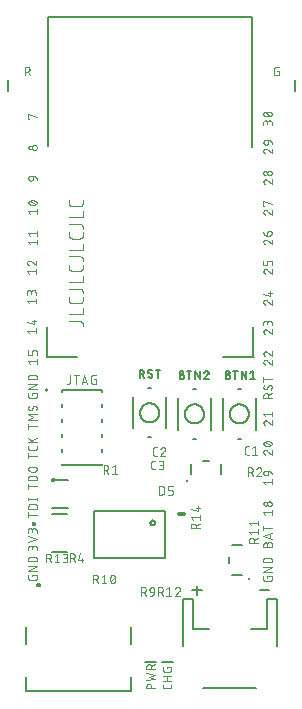
<source format=gbr>
G04 EAGLE Gerber RS-274X export*
G75*
%MOMM*%
%FSLAX34Y34*%
%LPD*%
%INSilkscreen Top*%
%IPPOS*%
%AMOC8*
5,1,8,0,0,1.08239X$1,22.5*%
G01*
%ADD10C,0.101600*%
%ADD11C,0.254000*%
%ADD12C,0.203200*%
%ADD13C,0.254000*%
%ADD14C,0.127000*%
%ADD15C,0.177800*%
%ADD16C,0.152400*%
%ADD17C,0.076200*%
%ADD18C,0.200000*%
%ADD19C,0.300000*%
%ADD20C,0.050800*%


D10*
X55808Y314403D02*
X64896Y314403D01*
X64896Y314402D02*
X64995Y314400D01*
X65095Y314394D01*
X65194Y314385D01*
X65292Y314372D01*
X65390Y314355D01*
X65488Y314334D01*
X65584Y314309D01*
X65679Y314281D01*
X65773Y314249D01*
X65866Y314214D01*
X65958Y314175D01*
X66048Y314132D01*
X66136Y314087D01*
X66223Y314037D01*
X66307Y313985D01*
X66390Y313929D01*
X66470Y313871D01*
X66548Y313809D01*
X66623Y313744D01*
X66696Y313676D01*
X66766Y313606D01*
X66834Y313533D01*
X66899Y313458D01*
X66961Y313380D01*
X67019Y313300D01*
X67075Y313217D01*
X67127Y313133D01*
X67177Y313046D01*
X67222Y312958D01*
X67265Y312868D01*
X67304Y312776D01*
X67339Y312683D01*
X67371Y312589D01*
X67399Y312494D01*
X67424Y312398D01*
X67445Y312300D01*
X67462Y312202D01*
X67475Y312104D01*
X67484Y312005D01*
X67490Y311905D01*
X67492Y311806D01*
X67492Y310508D01*
X67492Y320080D02*
X55808Y320080D01*
X67492Y320080D02*
X67492Y325273D01*
X67492Y332145D02*
X67492Y334742D01*
X67492Y332145D02*
X67490Y332046D01*
X67484Y331946D01*
X67475Y331847D01*
X67462Y331749D01*
X67445Y331651D01*
X67424Y331553D01*
X67399Y331457D01*
X67371Y331362D01*
X67339Y331268D01*
X67304Y331175D01*
X67265Y331083D01*
X67222Y330993D01*
X67177Y330905D01*
X67127Y330818D01*
X67075Y330734D01*
X67019Y330651D01*
X66961Y330571D01*
X66899Y330493D01*
X66834Y330418D01*
X66766Y330345D01*
X66696Y330275D01*
X66623Y330207D01*
X66548Y330142D01*
X66470Y330080D01*
X66390Y330022D01*
X66307Y329966D01*
X66223Y329914D01*
X66136Y329864D01*
X66048Y329819D01*
X65958Y329776D01*
X65866Y329737D01*
X65773Y329702D01*
X65679Y329670D01*
X65584Y329642D01*
X65488Y329617D01*
X65390Y329596D01*
X65292Y329579D01*
X65194Y329566D01*
X65095Y329557D01*
X64995Y329551D01*
X64896Y329549D01*
X58404Y329549D01*
X58404Y329548D02*
X58305Y329550D01*
X58205Y329556D01*
X58106Y329565D01*
X58008Y329578D01*
X57910Y329596D01*
X57812Y329616D01*
X57716Y329641D01*
X57620Y329669D01*
X57526Y329701D01*
X57433Y329736D01*
X57342Y329775D01*
X57252Y329818D01*
X57163Y329863D01*
X57077Y329913D01*
X56992Y329965D01*
X56910Y330021D01*
X56830Y330080D01*
X56752Y330141D01*
X56676Y330206D01*
X56603Y330274D01*
X56533Y330344D01*
X56465Y330417D01*
X56400Y330493D01*
X56339Y330571D01*
X56280Y330651D01*
X56224Y330733D01*
X56172Y330818D01*
X56123Y330904D01*
X56077Y330993D01*
X56034Y331083D01*
X55995Y331174D01*
X55960Y331267D01*
X55928Y331361D01*
X55900Y331457D01*
X55875Y331553D01*
X55855Y331651D01*
X55837Y331749D01*
X55824Y331847D01*
X55815Y331946D01*
X55809Y332045D01*
X55807Y332145D01*
X55808Y332145D02*
X55808Y334742D01*
X55808Y341835D02*
X64896Y341835D01*
X64896Y341834D02*
X64995Y341832D01*
X65095Y341826D01*
X65194Y341817D01*
X65292Y341804D01*
X65390Y341787D01*
X65488Y341766D01*
X65584Y341741D01*
X65679Y341713D01*
X65773Y341681D01*
X65866Y341646D01*
X65958Y341607D01*
X66048Y341564D01*
X66136Y341519D01*
X66223Y341469D01*
X66307Y341417D01*
X66390Y341361D01*
X66470Y341303D01*
X66548Y341241D01*
X66623Y341176D01*
X66696Y341108D01*
X66766Y341038D01*
X66834Y340965D01*
X66899Y340890D01*
X66961Y340812D01*
X67019Y340732D01*
X67075Y340649D01*
X67127Y340565D01*
X67177Y340478D01*
X67222Y340390D01*
X67265Y340300D01*
X67304Y340208D01*
X67339Y340115D01*
X67371Y340021D01*
X67399Y339926D01*
X67424Y339830D01*
X67445Y339732D01*
X67462Y339634D01*
X67475Y339536D01*
X67484Y339437D01*
X67490Y339337D01*
X67492Y339238D01*
X67492Y337940D01*
X67492Y347512D02*
X55808Y347512D01*
X67492Y347512D02*
X67492Y352705D01*
X67492Y359577D02*
X67492Y362174D01*
X67492Y359577D02*
X67490Y359478D01*
X67484Y359378D01*
X67475Y359279D01*
X67462Y359181D01*
X67445Y359083D01*
X67424Y358985D01*
X67399Y358889D01*
X67371Y358794D01*
X67339Y358700D01*
X67304Y358607D01*
X67265Y358515D01*
X67222Y358425D01*
X67177Y358337D01*
X67127Y358250D01*
X67075Y358166D01*
X67019Y358083D01*
X66961Y358003D01*
X66899Y357925D01*
X66834Y357850D01*
X66766Y357777D01*
X66696Y357707D01*
X66623Y357639D01*
X66548Y357574D01*
X66470Y357512D01*
X66390Y357454D01*
X66307Y357398D01*
X66223Y357346D01*
X66136Y357296D01*
X66048Y357251D01*
X65958Y357208D01*
X65866Y357169D01*
X65773Y357134D01*
X65679Y357102D01*
X65584Y357074D01*
X65488Y357049D01*
X65390Y357028D01*
X65292Y357011D01*
X65194Y356998D01*
X65095Y356989D01*
X64995Y356983D01*
X64896Y356981D01*
X58404Y356981D01*
X58404Y356980D02*
X58305Y356982D01*
X58205Y356988D01*
X58106Y356997D01*
X58008Y357010D01*
X57910Y357028D01*
X57812Y357048D01*
X57716Y357073D01*
X57620Y357101D01*
X57526Y357133D01*
X57433Y357168D01*
X57342Y357207D01*
X57252Y357250D01*
X57163Y357295D01*
X57077Y357345D01*
X56992Y357397D01*
X56910Y357453D01*
X56830Y357512D01*
X56752Y357573D01*
X56676Y357638D01*
X56603Y357706D01*
X56533Y357776D01*
X56465Y357849D01*
X56400Y357925D01*
X56339Y358003D01*
X56280Y358083D01*
X56224Y358165D01*
X56172Y358250D01*
X56123Y358336D01*
X56077Y358425D01*
X56034Y358515D01*
X55995Y358606D01*
X55960Y358699D01*
X55928Y358793D01*
X55900Y358889D01*
X55875Y358985D01*
X55855Y359083D01*
X55837Y359181D01*
X55824Y359279D01*
X55815Y359378D01*
X55809Y359477D01*
X55807Y359577D01*
X55808Y359577D02*
X55808Y362174D01*
X55808Y369267D02*
X64896Y369267D01*
X64896Y369266D02*
X64995Y369264D01*
X65095Y369258D01*
X65194Y369249D01*
X65292Y369236D01*
X65390Y369219D01*
X65488Y369198D01*
X65584Y369173D01*
X65679Y369145D01*
X65773Y369113D01*
X65866Y369078D01*
X65958Y369039D01*
X66048Y368996D01*
X66136Y368951D01*
X66223Y368901D01*
X66307Y368849D01*
X66390Y368793D01*
X66470Y368735D01*
X66548Y368673D01*
X66623Y368608D01*
X66696Y368540D01*
X66766Y368470D01*
X66834Y368397D01*
X66899Y368322D01*
X66961Y368244D01*
X67019Y368164D01*
X67075Y368081D01*
X67127Y367997D01*
X67177Y367910D01*
X67222Y367822D01*
X67265Y367732D01*
X67304Y367640D01*
X67339Y367547D01*
X67371Y367453D01*
X67399Y367358D01*
X67424Y367262D01*
X67445Y367164D01*
X67462Y367066D01*
X67475Y366968D01*
X67484Y366869D01*
X67490Y366769D01*
X67492Y366670D01*
X67492Y365372D01*
X67492Y374944D02*
X55808Y374944D01*
X67492Y374944D02*
X67492Y380137D01*
X67492Y387009D02*
X67492Y389606D01*
X67492Y387009D02*
X67490Y386910D01*
X67484Y386810D01*
X67475Y386711D01*
X67462Y386613D01*
X67445Y386515D01*
X67424Y386417D01*
X67399Y386321D01*
X67371Y386226D01*
X67339Y386132D01*
X67304Y386039D01*
X67265Y385947D01*
X67222Y385857D01*
X67177Y385769D01*
X67127Y385682D01*
X67075Y385598D01*
X67019Y385515D01*
X66961Y385435D01*
X66899Y385357D01*
X66834Y385282D01*
X66766Y385209D01*
X66696Y385139D01*
X66623Y385071D01*
X66548Y385006D01*
X66470Y384944D01*
X66390Y384886D01*
X66307Y384830D01*
X66223Y384778D01*
X66136Y384728D01*
X66048Y384683D01*
X65958Y384640D01*
X65866Y384601D01*
X65773Y384566D01*
X65679Y384534D01*
X65584Y384506D01*
X65488Y384481D01*
X65390Y384460D01*
X65292Y384443D01*
X65194Y384430D01*
X65095Y384421D01*
X64995Y384415D01*
X64896Y384413D01*
X58404Y384413D01*
X58404Y384412D02*
X58305Y384414D01*
X58205Y384420D01*
X58106Y384429D01*
X58008Y384442D01*
X57910Y384460D01*
X57812Y384480D01*
X57716Y384505D01*
X57620Y384533D01*
X57526Y384565D01*
X57433Y384600D01*
X57342Y384639D01*
X57252Y384682D01*
X57163Y384727D01*
X57077Y384777D01*
X56992Y384829D01*
X56910Y384885D01*
X56830Y384944D01*
X56752Y385005D01*
X56676Y385070D01*
X56603Y385138D01*
X56533Y385208D01*
X56465Y385281D01*
X56400Y385357D01*
X56339Y385435D01*
X56280Y385515D01*
X56224Y385597D01*
X56172Y385682D01*
X56123Y385768D01*
X56077Y385857D01*
X56034Y385947D01*
X55995Y386038D01*
X55960Y386131D01*
X55928Y386225D01*
X55900Y386321D01*
X55875Y386417D01*
X55855Y386515D01*
X55837Y386613D01*
X55824Y386711D01*
X55815Y386810D01*
X55809Y386909D01*
X55807Y387009D01*
X55808Y387009D02*
X55808Y389606D01*
X55808Y396699D02*
X64896Y396699D01*
X64896Y396698D02*
X64995Y396696D01*
X65095Y396690D01*
X65194Y396681D01*
X65292Y396668D01*
X65390Y396651D01*
X65488Y396630D01*
X65584Y396605D01*
X65679Y396577D01*
X65773Y396545D01*
X65866Y396510D01*
X65958Y396471D01*
X66048Y396428D01*
X66136Y396383D01*
X66223Y396333D01*
X66307Y396281D01*
X66390Y396225D01*
X66470Y396167D01*
X66548Y396105D01*
X66623Y396040D01*
X66696Y395972D01*
X66766Y395902D01*
X66834Y395829D01*
X66899Y395754D01*
X66961Y395676D01*
X67019Y395596D01*
X67075Y395513D01*
X67127Y395429D01*
X67177Y395342D01*
X67222Y395254D01*
X67265Y395164D01*
X67304Y395072D01*
X67339Y394979D01*
X67371Y394885D01*
X67399Y394790D01*
X67424Y394694D01*
X67445Y394596D01*
X67462Y394498D01*
X67475Y394400D01*
X67484Y394301D01*
X67490Y394201D01*
X67492Y394102D01*
X67492Y392804D01*
X67492Y402376D02*
X55808Y402376D01*
X67492Y402376D02*
X67492Y407569D01*
X67492Y414441D02*
X67492Y417038D01*
X67492Y414441D02*
X67490Y414342D01*
X67484Y414242D01*
X67475Y414143D01*
X67462Y414045D01*
X67445Y413947D01*
X67424Y413849D01*
X67399Y413753D01*
X67371Y413658D01*
X67339Y413564D01*
X67304Y413471D01*
X67265Y413379D01*
X67222Y413289D01*
X67177Y413201D01*
X67127Y413114D01*
X67075Y413030D01*
X67019Y412947D01*
X66961Y412867D01*
X66899Y412789D01*
X66834Y412714D01*
X66766Y412641D01*
X66696Y412571D01*
X66623Y412503D01*
X66548Y412438D01*
X66470Y412376D01*
X66390Y412318D01*
X66307Y412262D01*
X66223Y412210D01*
X66136Y412160D01*
X66048Y412115D01*
X65958Y412072D01*
X65866Y412033D01*
X65773Y411998D01*
X65679Y411966D01*
X65584Y411938D01*
X65488Y411913D01*
X65390Y411892D01*
X65292Y411875D01*
X65194Y411862D01*
X65095Y411853D01*
X64995Y411847D01*
X64896Y411845D01*
X58404Y411845D01*
X58404Y411844D02*
X58305Y411846D01*
X58205Y411852D01*
X58106Y411861D01*
X58008Y411874D01*
X57910Y411892D01*
X57812Y411912D01*
X57716Y411937D01*
X57620Y411965D01*
X57526Y411997D01*
X57433Y412032D01*
X57342Y412071D01*
X57252Y412114D01*
X57163Y412159D01*
X57077Y412209D01*
X56992Y412261D01*
X56910Y412317D01*
X56830Y412376D01*
X56752Y412437D01*
X56676Y412502D01*
X56603Y412570D01*
X56533Y412640D01*
X56465Y412713D01*
X56400Y412789D01*
X56339Y412867D01*
X56280Y412947D01*
X56224Y413029D01*
X56172Y413114D01*
X56123Y413200D01*
X56077Y413289D01*
X56034Y413379D01*
X55995Y413470D01*
X55960Y413563D01*
X55928Y413657D01*
X55900Y413753D01*
X55875Y413849D01*
X55855Y413947D01*
X55837Y414045D01*
X55824Y414143D01*
X55815Y414242D01*
X55809Y414341D01*
X55807Y414441D01*
X55808Y414441D02*
X55808Y417038D01*
X220380Y406681D02*
X220382Y406763D01*
X220388Y406845D01*
X220397Y406927D01*
X220410Y407008D01*
X220427Y407088D01*
X220448Y407168D01*
X220472Y407246D01*
X220500Y407323D01*
X220531Y407399D01*
X220566Y407474D01*
X220605Y407546D01*
X220646Y407617D01*
X220691Y407686D01*
X220739Y407752D01*
X220790Y407817D01*
X220844Y407879D01*
X220901Y407938D01*
X220960Y407995D01*
X221022Y408049D01*
X221087Y408100D01*
X221153Y408148D01*
X221222Y408193D01*
X221293Y408234D01*
X221365Y408273D01*
X221440Y408308D01*
X221516Y408339D01*
X221593Y408367D01*
X221671Y408391D01*
X221751Y408412D01*
X221831Y408429D01*
X221912Y408442D01*
X221994Y408451D01*
X222076Y408457D01*
X222158Y408459D01*
X220380Y406681D02*
X220382Y406588D01*
X220388Y406496D01*
X220397Y406404D01*
X220410Y406312D01*
X220427Y406221D01*
X220447Y406131D01*
X220471Y406041D01*
X220499Y405953D01*
X220531Y405865D01*
X220565Y405780D01*
X220604Y405695D01*
X220645Y405613D01*
X220690Y405532D01*
X220739Y405452D01*
X220790Y405375D01*
X220844Y405300D01*
X220902Y405228D01*
X220962Y405157D01*
X221026Y405090D01*
X221091Y405025D01*
X221160Y404962D01*
X221231Y404903D01*
X221304Y404846D01*
X221380Y404792D01*
X221457Y404742D01*
X221537Y404694D01*
X221619Y404650D01*
X221702Y404610D01*
X221787Y404572D01*
X221873Y404538D01*
X221960Y404508D01*
X223541Y407866D02*
X223480Y407927D01*
X223417Y407985D01*
X223351Y408040D01*
X223283Y408093D01*
X223212Y408142D01*
X223140Y408187D01*
X223065Y408230D01*
X222989Y408269D01*
X222910Y408305D01*
X222831Y408337D01*
X222750Y408365D01*
X222667Y408390D01*
X222584Y408411D01*
X222500Y408428D01*
X222415Y408442D01*
X222330Y408451D01*
X222244Y408457D01*
X222158Y408459D01*
X223541Y407866D02*
X227492Y404508D01*
X227492Y408459D01*
X221170Y411823D02*
X220380Y411823D01*
X220380Y415774D01*
X227492Y413799D01*
X220380Y432681D02*
X220382Y432763D01*
X220388Y432845D01*
X220397Y432927D01*
X220410Y433008D01*
X220427Y433088D01*
X220448Y433168D01*
X220472Y433246D01*
X220500Y433323D01*
X220531Y433399D01*
X220566Y433474D01*
X220605Y433546D01*
X220646Y433617D01*
X220691Y433686D01*
X220739Y433752D01*
X220790Y433817D01*
X220844Y433879D01*
X220901Y433938D01*
X220960Y433995D01*
X221022Y434049D01*
X221087Y434100D01*
X221153Y434148D01*
X221222Y434193D01*
X221293Y434234D01*
X221365Y434273D01*
X221440Y434308D01*
X221516Y434339D01*
X221593Y434367D01*
X221671Y434391D01*
X221751Y434412D01*
X221831Y434429D01*
X221912Y434442D01*
X221994Y434451D01*
X222076Y434457D01*
X222158Y434459D01*
X220380Y432681D02*
X220382Y432588D01*
X220388Y432496D01*
X220397Y432404D01*
X220410Y432312D01*
X220427Y432221D01*
X220447Y432131D01*
X220471Y432041D01*
X220499Y431953D01*
X220531Y431865D01*
X220565Y431780D01*
X220604Y431695D01*
X220645Y431613D01*
X220690Y431532D01*
X220739Y431452D01*
X220790Y431375D01*
X220844Y431300D01*
X220902Y431228D01*
X220962Y431157D01*
X221026Y431090D01*
X221091Y431025D01*
X221160Y430962D01*
X221231Y430903D01*
X221304Y430846D01*
X221380Y430792D01*
X221457Y430742D01*
X221537Y430694D01*
X221619Y430650D01*
X221702Y430610D01*
X221787Y430572D01*
X221873Y430538D01*
X221960Y430508D01*
X223541Y433866D02*
X223480Y433927D01*
X223417Y433985D01*
X223351Y434040D01*
X223283Y434093D01*
X223212Y434142D01*
X223140Y434187D01*
X223065Y434230D01*
X222989Y434269D01*
X222910Y434305D01*
X222831Y434337D01*
X222750Y434365D01*
X222667Y434390D01*
X222584Y434411D01*
X222500Y434428D01*
X222415Y434442D01*
X222330Y434451D01*
X222244Y434457D01*
X222158Y434459D01*
X223541Y433866D02*
X227492Y430508D01*
X227492Y434459D01*
X225516Y437823D02*
X225429Y437825D01*
X225341Y437831D01*
X225254Y437840D01*
X225168Y437854D01*
X225082Y437871D01*
X224998Y437892D01*
X224914Y437917D01*
X224831Y437946D01*
X224750Y437978D01*
X224670Y438013D01*
X224592Y438052D01*
X224515Y438095D01*
X224441Y438141D01*
X224369Y438190D01*
X224299Y438242D01*
X224231Y438298D01*
X224166Y438356D01*
X224103Y438417D01*
X224044Y438481D01*
X223987Y438548D01*
X223933Y438616D01*
X223882Y438688D01*
X223835Y438761D01*
X223790Y438836D01*
X223749Y438914D01*
X223712Y438993D01*
X223678Y439073D01*
X223648Y439155D01*
X223621Y439238D01*
X223598Y439323D01*
X223579Y439408D01*
X223564Y439494D01*
X223552Y439581D01*
X223544Y439668D01*
X223540Y439755D01*
X223540Y439843D01*
X223544Y439930D01*
X223552Y440017D01*
X223564Y440104D01*
X223579Y440190D01*
X223598Y440275D01*
X223621Y440360D01*
X223648Y440443D01*
X223678Y440525D01*
X223712Y440605D01*
X223749Y440684D01*
X223790Y440762D01*
X223835Y440837D01*
X223882Y440910D01*
X223933Y440982D01*
X223987Y441050D01*
X224044Y441117D01*
X224103Y441181D01*
X224166Y441242D01*
X224231Y441300D01*
X224299Y441356D01*
X224369Y441408D01*
X224441Y441457D01*
X224515Y441503D01*
X224592Y441546D01*
X224670Y441585D01*
X224750Y441620D01*
X224831Y441652D01*
X224914Y441681D01*
X224998Y441706D01*
X225082Y441727D01*
X225168Y441744D01*
X225254Y441758D01*
X225341Y441767D01*
X225429Y441773D01*
X225516Y441775D01*
X225603Y441773D01*
X225691Y441767D01*
X225778Y441758D01*
X225864Y441744D01*
X225950Y441727D01*
X226034Y441706D01*
X226118Y441681D01*
X226201Y441652D01*
X226282Y441620D01*
X226362Y441585D01*
X226440Y441546D01*
X226517Y441503D01*
X226591Y441457D01*
X226663Y441408D01*
X226733Y441356D01*
X226801Y441300D01*
X226866Y441242D01*
X226929Y441181D01*
X226988Y441117D01*
X227045Y441050D01*
X227099Y440982D01*
X227150Y440910D01*
X227197Y440837D01*
X227242Y440762D01*
X227283Y440684D01*
X227320Y440605D01*
X227354Y440525D01*
X227384Y440443D01*
X227411Y440360D01*
X227434Y440275D01*
X227453Y440190D01*
X227468Y440104D01*
X227480Y440017D01*
X227488Y439930D01*
X227492Y439843D01*
X227492Y439755D01*
X227488Y439668D01*
X227480Y439581D01*
X227468Y439494D01*
X227453Y439408D01*
X227434Y439323D01*
X227411Y439238D01*
X227384Y439155D01*
X227354Y439073D01*
X227320Y438993D01*
X227283Y438914D01*
X227242Y438836D01*
X227197Y438761D01*
X227150Y438688D01*
X227099Y438616D01*
X227045Y438548D01*
X226988Y438481D01*
X226929Y438417D01*
X226866Y438356D01*
X226801Y438298D01*
X226733Y438242D01*
X226663Y438190D01*
X226591Y438141D01*
X226517Y438095D01*
X226440Y438052D01*
X226362Y438013D01*
X226282Y437978D01*
X226201Y437946D01*
X226118Y437917D01*
X226034Y437892D01*
X225950Y437871D01*
X225864Y437854D01*
X225778Y437840D01*
X225691Y437831D01*
X225603Y437825D01*
X225516Y437823D01*
X221960Y438219D02*
X221881Y438221D01*
X221803Y438227D01*
X221725Y438237D01*
X221647Y438250D01*
X221570Y438268D01*
X221494Y438289D01*
X221420Y438314D01*
X221346Y438343D01*
X221274Y438375D01*
X221204Y438411D01*
X221136Y438451D01*
X221070Y438494D01*
X221006Y438540D01*
X220944Y438589D01*
X220885Y438641D01*
X220829Y438696D01*
X220775Y438754D01*
X220725Y438814D01*
X220677Y438877D01*
X220633Y438942D01*
X220592Y439009D01*
X220554Y439078D01*
X220520Y439149D01*
X220489Y439222D01*
X220462Y439296D01*
X220439Y439371D01*
X220420Y439447D01*
X220404Y439525D01*
X220392Y439603D01*
X220384Y439681D01*
X220380Y439760D01*
X220380Y439838D01*
X220384Y439917D01*
X220392Y439995D01*
X220404Y440073D01*
X220420Y440151D01*
X220439Y440227D01*
X220462Y440302D01*
X220489Y440376D01*
X220520Y440449D01*
X220554Y440520D01*
X220592Y440589D01*
X220633Y440656D01*
X220677Y440721D01*
X220725Y440784D01*
X220775Y440844D01*
X220829Y440902D01*
X220885Y440957D01*
X220944Y441009D01*
X221006Y441058D01*
X221070Y441104D01*
X221136Y441147D01*
X221204Y441187D01*
X221274Y441223D01*
X221346Y441255D01*
X221420Y441284D01*
X221494Y441309D01*
X221570Y441330D01*
X221647Y441348D01*
X221725Y441361D01*
X221803Y441371D01*
X221881Y441377D01*
X221960Y441379D01*
X222039Y441377D01*
X222117Y441371D01*
X222195Y441361D01*
X222273Y441348D01*
X222350Y441330D01*
X222426Y441309D01*
X222500Y441284D01*
X222574Y441255D01*
X222646Y441223D01*
X222716Y441187D01*
X222784Y441147D01*
X222850Y441104D01*
X222914Y441058D01*
X222976Y441009D01*
X223035Y440957D01*
X223091Y440902D01*
X223145Y440844D01*
X223195Y440784D01*
X223243Y440721D01*
X223287Y440656D01*
X223328Y440589D01*
X223366Y440520D01*
X223400Y440449D01*
X223431Y440376D01*
X223458Y440302D01*
X223481Y440227D01*
X223500Y440151D01*
X223516Y440073D01*
X223528Y439995D01*
X223536Y439917D01*
X223540Y439838D01*
X223540Y439760D01*
X223536Y439681D01*
X223528Y439603D01*
X223516Y439525D01*
X223500Y439447D01*
X223481Y439371D01*
X223458Y439296D01*
X223431Y439222D01*
X223400Y439149D01*
X223366Y439078D01*
X223328Y439009D01*
X223287Y438942D01*
X223243Y438877D01*
X223195Y438814D01*
X223145Y438754D01*
X223091Y438696D01*
X223035Y438641D01*
X222976Y438589D01*
X222914Y438540D01*
X222850Y438494D01*
X222784Y438451D01*
X222716Y438411D01*
X222646Y438375D01*
X222574Y438343D01*
X222500Y438314D01*
X222426Y438289D01*
X222350Y438268D01*
X222273Y438250D01*
X222195Y438237D01*
X222117Y438227D01*
X222039Y438221D01*
X221960Y438219D01*
X220380Y458681D02*
X220382Y458763D01*
X220388Y458845D01*
X220397Y458927D01*
X220410Y459008D01*
X220427Y459088D01*
X220448Y459168D01*
X220472Y459246D01*
X220500Y459323D01*
X220531Y459399D01*
X220566Y459474D01*
X220605Y459546D01*
X220646Y459617D01*
X220691Y459686D01*
X220739Y459752D01*
X220790Y459817D01*
X220844Y459879D01*
X220901Y459938D01*
X220960Y459995D01*
X221022Y460049D01*
X221087Y460100D01*
X221153Y460148D01*
X221222Y460193D01*
X221293Y460234D01*
X221365Y460273D01*
X221440Y460308D01*
X221516Y460339D01*
X221593Y460367D01*
X221671Y460391D01*
X221751Y460412D01*
X221831Y460429D01*
X221912Y460442D01*
X221994Y460451D01*
X222076Y460457D01*
X222158Y460459D01*
X220380Y458681D02*
X220382Y458588D01*
X220388Y458496D01*
X220397Y458404D01*
X220410Y458312D01*
X220427Y458221D01*
X220447Y458131D01*
X220471Y458041D01*
X220499Y457953D01*
X220531Y457865D01*
X220565Y457780D01*
X220604Y457695D01*
X220645Y457613D01*
X220690Y457532D01*
X220739Y457452D01*
X220790Y457375D01*
X220844Y457300D01*
X220902Y457228D01*
X220962Y457157D01*
X221026Y457090D01*
X221091Y457025D01*
X221160Y456962D01*
X221231Y456903D01*
X221304Y456846D01*
X221380Y456792D01*
X221457Y456742D01*
X221537Y456694D01*
X221619Y456650D01*
X221702Y456610D01*
X221787Y456572D01*
X221873Y456538D01*
X221960Y456508D01*
X223541Y459866D02*
X223480Y459927D01*
X223417Y459985D01*
X223351Y460040D01*
X223283Y460093D01*
X223212Y460142D01*
X223140Y460187D01*
X223065Y460230D01*
X222989Y460269D01*
X222910Y460305D01*
X222831Y460337D01*
X222750Y460365D01*
X222667Y460390D01*
X222584Y460411D01*
X222500Y460428D01*
X222415Y460442D01*
X222330Y460451D01*
X222244Y460457D01*
X222158Y460459D01*
X223541Y459866D02*
X227492Y456508D01*
X227492Y460459D01*
X224331Y465404D02*
X224331Y467774D01*
X224331Y465404D02*
X224329Y465326D01*
X224323Y465249D01*
X224314Y465172D01*
X224301Y465096D01*
X224284Y465020D01*
X224263Y464945D01*
X224239Y464872D01*
X224211Y464799D01*
X224179Y464728D01*
X224144Y464659D01*
X224106Y464592D01*
X224065Y464526D01*
X224020Y464463D01*
X223972Y464402D01*
X223922Y464343D01*
X223868Y464287D01*
X223812Y464233D01*
X223753Y464183D01*
X223692Y464135D01*
X223629Y464090D01*
X223563Y464049D01*
X223496Y464011D01*
X223427Y463976D01*
X223356Y463944D01*
X223283Y463916D01*
X223210Y463892D01*
X223135Y463871D01*
X223059Y463854D01*
X222983Y463841D01*
X222906Y463832D01*
X222829Y463826D01*
X222751Y463824D01*
X222751Y463823D02*
X222356Y463823D01*
X222269Y463825D01*
X222181Y463831D01*
X222094Y463840D01*
X222008Y463854D01*
X221922Y463871D01*
X221838Y463892D01*
X221754Y463917D01*
X221671Y463946D01*
X221590Y463978D01*
X221510Y464013D01*
X221432Y464052D01*
X221355Y464095D01*
X221281Y464141D01*
X221209Y464190D01*
X221139Y464242D01*
X221071Y464298D01*
X221006Y464356D01*
X220943Y464417D01*
X220884Y464481D01*
X220827Y464548D01*
X220773Y464616D01*
X220722Y464688D01*
X220675Y464761D01*
X220630Y464836D01*
X220589Y464914D01*
X220552Y464993D01*
X220518Y465073D01*
X220488Y465155D01*
X220461Y465238D01*
X220438Y465323D01*
X220419Y465408D01*
X220404Y465494D01*
X220392Y465581D01*
X220384Y465668D01*
X220380Y465755D01*
X220380Y465843D01*
X220384Y465930D01*
X220392Y466017D01*
X220404Y466104D01*
X220419Y466190D01*
X220438Y466275D01*
X220461Y466360D01*
X220488Y466443D01*
X220518Y466525D01*
X220552Y466605D01*
X220589Y466684D01*
X220630Y466762D01*
X220675Y466837D01*
X220722Y466910D01*
X220773Y466982D01*
X220827Y467050D01*
X220884Y467117D01*
X220943Y467181D01*
X221006Y467242D01*
X221071Y467300D01*
X221139Y467356D01*
X221209Y467408D01*
X221281Y467457D01*
X221355Y467503D01*
X221432Y467546D01*
X221510Y467585D01*
X221590Y467620D01*
X221671Y467652D01*
X221754Y467681D01*
X221838Y467706D01*
X221922Y467727D01*
X222008Y467744D01*
X222094Y467758D01*
X222181Y467767D01*
X222269Y467773D01*
X222356Y467775D01*
X222356Y467774D02*
X224331Y467774D01*
X224441Y467772D01*
X224552Y467766D01*
X224661Y467757D01*
X224771Y467743D01*
X224880Y467726D01*
X224988Y467705D01*
X225096Y467680D01*
X225202Y467652D01*
X225308Y467619D01*
X225412Y467583D01*
X225515Y467544D01*
X225617Y467501D01*
X225717Y467454D01*
X225815Y467404D01*
X225912Y467351D01*
X226006Y467294D01*
X226099Y467234D01*
X226189Y467170D01*
X226277Y467104D01*
X226363Y467034D01*
X226446Y466962D01*
X226527Y466887D01*
X226605Y466809D01*
X226680Y466728D01*
X226752Y466645D01*
X226822Y466559D01*
X226888Y466471D01*
X226952Y466381D01*
X227012Y466288D01*
X227069Y466194D01*
X227122Y466097D01*
X227172Y465999D01*
X227219Y465899D01*
X227262Y465797D01*
X227301Y465694D01*
X227337Y465590D01*
X227370Y465484D01*
X227398Y465378D01*
X227423Y465270D01*
X227444Y465162D01*
X227461Y465053D01*
X227475Y464943D01*
X227484Y464834D01*
X227490Y464723D01*
X227492Y464613D01*
X227492Y480508D02*
X227492Y482484D01*
X227490Y482571D01*
X227484Y482659D01*
X227475Y482746D01*
X227461Y482832D01*
X227444Y482918D01*
X227423Y483002D01*
X227398Y483086D01*
X227369Y483169D01*
X227337Y483250D01*
X227302Y483330D01*
X227263Y483408D01*
X227220Y483485D01*
X227174Y483559D01*
X227125Y483631D01*
X227073Y483701D01*
X227017Y483769D01*
X226959Y483834D01*
X226898Y483897D01*
X226834Y483956D01*
X226767Y484013D01*
X226699Y484067D01*
X226627Y484118D01*
X226554Y484165D01*
X226479Y484210D01*
X226401Y484251D01*
X226322Y484288D01*
X226242Y484322D01*
X226160Y484352D01*
X226077Y484379D01*
X225992Y484402D01*
X225907Y484421D01*
X225821Y484436D01*
X225734Y484448D01*
X225647Y484456D01*
X225560Y484460D01*
X225472Y484460D01*
X225385Y484456D01*
X225298Y484448D01*
X225211Y484436D01*
X225125Y484421D01*
X225040Y484402D01*
X224955Y484379D01*
X224872Y484352D01*
X224790Y484322D01*
X224710Y484288D01*
X224631Y484251D01*
X224553Y484210D01*
X224478Y484165D01*
X224405Y484118D01*
X224333Y484067D01*
X224265Y484013D01*
X224198Y483956D01*
X224134Y483897D01*
X224073Y483834D01*
X224015Y483769D01*
X223959Y483701D01*
X223907Y483631D01*
X223858Y483559D01*
X223812Y483485D01*
X223769Y483408D01*
X223730Y483330D01*
X223695Y483250D01*
X223663Y483169D01*
X223634Y483086D01*
X223609Y483002D01*
X223588Y482918D01*
X223571Y482832D01*
X223557Y482746D01*
X223548Y482659D01*
X223542Y482571D01*
X223540Y482484D01*
X220380Y482879D02*
X220380Y480508D01*
X220380Y482879D02*
X220382Y482958D01*
X220388Y483036D01*
X220398Y483114D01*
X220411Y483192D01*
X220429Y483269D01*
X220450Y483345D01*
X220475Y483419D01*
X220504Y483493D01*
X220536Y483565D01*
X220572Y483635D01*
X220612Y483703D01*
X220655Y483769D01*
X220701Y483833D01*
X220750Y483895D01*
X220802Y483954D01*
X220857Y484010D01*
X220915Y484064D01*
X220975Y484114D01*
X221038Y484162D01*
X221103Y484206D01*
X221170Y484247D01*
X221239Y484285D01*
X221310Y484319D01*
X221383Y484350D01*
X221457Y484377D01*
X221532Y484400D01*
X221608Y484419D01*
X221686Y484435D01*
X221764Y484447D01*
X221842Y484455D01*
X221921Y484459D01*
X221999Y484459D01*
X222078Y484455D01*
X222156Y484447D01*
X222234Y484435D01*
X222312Y484419D01*
X222388Y484400D01*
X222463Y484377D01*
X222537Y484350D01*
X222610Y484319D01*
X222681Y484285D01*
X222750Y484247D01*
X222817Y484206D01*
X222882Y484162D01*
X222945Y484114D01*
X223005Y484064D01*
X223063Y484010D01*
X223118Y483954D01*
X223170Y483895D01*
X223219Y483833D01*
X223265Y483769D01*
X223308Y483703D01*
X223348Y483635D01*
X223384Y483565D01*
X223416Y483493D01*
X223445Y483419D01*
X223470Y483345D01*
X223491Y483269D01*
X223509Y483192D01*
X223522Y483114D01*
X223532Y483036D01*
X223538Y482958D01*
X223540Y482879D01*
X223541Y482879D02*
X223541Y481298D01*
X223936Y487823D02*
X223788Y487825D01*
X223641Y487830D01*
X223493Y487840D01*
X223346Y487853D01*
X223199Y487869D01*
X223053Y487890D01*
X222908Y487914D01*
X222762Y487942D01*
X222618Y487973D01*
X222475Y488008D01*
X222332Y488047D01*
X222191Y488089D01*
X222050Y488135D01*
X221911Y488184D01*
X221773Y488237D01*
X221636Y488293D01*
X221501Y488353D01*
X221368Y488416D01*
X221297Y488442D01*
X221228Y488472D01*
X221160Y488506D01*
X221094Y488543D01*
X221030Y488583D01*
X220968Y488627D01*
X220909Y488673D01*
X220852Y488723D01*
X220798Y488776D01*
X220746Y488831D01*
X220698Y488889D01*
X220652Y488949D01*
X220610Y489012D01*
X220571Y489077D01*
X220535Y489143D01*
X220503Y489212D01*
X220475Y489281D01*
X220450Y489353D01*
X220429Y489425D01*
X220411Y489499D01*
X220398Y489573D01*
X220388Y489648D01*
X220382Y489723D01*
X220380Y489799D01*
X220382Y489875D01*
X220388Y489950D01*
X220398Y490025D01*
X220411Y490099D01*
X220429Y490173D01*
X220450Y490245D01*
X220475Y490317D01*
X220503Y490386D01*
X220535Y490455D01*
X220571Y490521D01*
X220610Y490586D01*
X220652Y490649D01*
X220698Y490709D01*
X220746Y490767D01*
X220798Y490822D01*
X220852Y490875D01*
X220909Y490925D01*
X220968Y490971D01*
X221030Y491015D01*
X221094Y491055D01*
X221160Y491092D01*
X221228Y491126D01*
X221297Y491156D01*
X221368Y491182D01*
X221368Y491181D02*
X221501Y491244D01*
X221636Y491304D01*
X221773Y491360D01*
X221911Y491413D01*
X222050Y491462D01*
X222191Y491508D01*
X222332Y491550D01*
X222475Y491589D01*
X222618Y491624D01*
X222762Y491655D01*
X222908Y491683D01*
X223053Y491707D01*
X223199Y491728D01*
X223346Y491744D01*
X223493Y491757D01*
X223641Y491767D01*
X223788Y491772D01*
X223936Y491774D01*
X223936Y487823D02*
X224084Y487825D01*
X224231Y487830D01*
X224379Y487840D01*
X224526Y487853D01*
X224673Y487869D01*
X224819Y487890D01*
X224964Y487914D01*
X225110Y487942D01*
X225254Y487973D01*
X225397Y488008D01*
X225540Y488047D01*
X225681Y488089D01*
X225822Y488135D01*
X225961Y488184D01*
X226099Y488237D01*
X226236Y488293D01*
X226371Y488353D01*
X226504Y488416D01*
X226575Y488442D01*
X226644Y488472D01*
X226712Y488506D01*
X226778Y488543D01*
X226842Y488583D01*
X226904Y488627D01*
X226963Y488673D01*
X227020Y488723D01*
X227074Y488776D01*
X227126Y488831D01*
X227174Y488889D01*
X227220Y488949D01*
X227262Y489012D01*
X227301Y489077D01*
X227337Y489143D01*
X227369Y489212D01*
X227397Y489282D01*
X227422Y489353D01*
X227443Y489425D01*
X227461Y489499D01*
X227474Y489573D01*
X227484Y489648D01*
X227490Y489723D01*
X227492Y489799D01*
X226504Y491181D02*
X226371Y491244D01*
X226236Y491304D01*
X226099Y491360D01*
X225961Y491413D01*
X225822Y491462D01*
X225681Y491508D01*
X225540Y491550D01*
X225397Y491589D01*
X225254Y491624D01*
X225110Y491655D01*
X224964Y491683D01*
X224819Y491707D01*
X224673Y491728D01*
X224526Y491744D01*
X224379Y491757D01*
X224231Y491767D01*
X224084Y491772D01*
X223936Y491774D01*
X226504Y491182D02*
X226575Y491156D01*
X226644Y491126D01*
X226712Y491092D01*
X226778Y491055D01*
X226842Y491015D01*
X226904Y490971D01*
X226963Y490925D01*
X227020Y490875D01*
X227074Y490822D01*
X227126Y490767D01*
X227174Y490709D01*
X227220Y490649D01*
X227262Y490586D01*
X227301Y490521D01*
X227337Y490455D01*
X227369Y490386D01*
X227397Y490316D01*
X227422Y490245D01*
X227443Y490173D01*
X227461Y490099D01*
X227474Y490025D01*
X227484Y489950D01*
X227490Y489875D01*
X227492Y489799D01*
X225912Y488218D02*
X221960Y491379D01*
X222158Y383459D02*
X222076Y383457D01*
X221994Y383451D01*
X221912Y383442D01*
X221831Y383429D01*
X221751Y383412D01*
X221671Y383391D01*
X221593Y383367D01*
X221516Y383339D01*
X221440Y383308D01*
X221365Y383273D01*
X221293Y383234D01*
X221222Y383193D01*
X221153Y383148D01*
X221087Y383100D01*
X221022Y383049D01*
X220960Y382995D01*
X220901Y382938D01*
X220844Y382879D01*
X220790Y382817D01*
X220739Y382752D01*
X220691Y382686D01*
X220646Y382617D01*
X220605Y382546D01*
X220566Y382474D01*
X220531Y382399D01*
X220500Y382323D01*
X220472Y382246D01*
X220448Y382168D01*
X220427Y382088D01*
X220410Y382008D01*
X220397Y381927D01*
X220388Y381845D01*
X220382Y381763D01*
X220380Y381681D01*
X220382Y381588D01*
X220388Y381496D01*
X220397Y381404D01*
X220410Y381312D01*
X220427Y381221D01*
X220447Y381131D01*
X220471Y381041D01*
X220499Y380953D01*
X220531Y380865D01*
X220565Y380780D01*
X220604Y380695D01*
X220645Y380613D01*
X220690Y380532D01*
X220739Y380452D01*
X220790Y380375D01*
X220844Y380300D01*
X220902Y380228D01*
X220962Y380157D01*
X221026Y380090D01*
X221091Y380025D01*
X221160Y379962D01*
X221231Y379903D01*
X221304Y379846D01*
X221380Y379792D01*
X221457Y379742D01*
X221537Y379694D01*
X221619Y379650D01*
X221702Y379610D01*
X221787Y379572D01*
X221873Y379538D01*
X221960Y379508D01*
X223541Y382866D02*
X223480Y382927D01*
X223417Y382985D01*
X223351Y383040D01*
X223283Y383093D01*
X223212Y383142D01*
X223140Y383187D01*
X223065Y383230D01*
X222989Y383269D01*
X222910Y383305D01*
X222831Y383337D01*
X222750Y383365D01*
X222667Y383390D01*
X222584Y383411D01*
X222500Y383428D01*
X222415Y383442D01*
X222330Y383451D01*
X222244Y383457D01*
X222158Y383459D01*
X223541Y382866D02*
X227492Y379508D01*
X227492Y383459D01*
X223541Y386823D02*
X223541Y389194D01*
X223543Y389272D01*
X223549Y389349D01*
X223558Y389426D01*
X223571Y389502D01*
X223588Y389578D01*
X223609Y389653D01*
X223633Y389726D01*
X223661Y389799D01*
X223693Y389870D01*
X223728Y389939D01*
X223766Y390006D01*
X223807Y390072D01*
X223852Y390135D01*
X223900Y390196D01*
X223950Y390255D01*
X224004Y390311D01*
X224060Y390365D01*
X224119Y390415D01*
X224180Y390463D01*
X224243Y390508D01*
X224309Y390549D01*
X224376Y390587D01*
X224445Y390622D01*
X224516Y390654D01*
X224589Y390682D01*
X224662Y390706D01*
X224737Y390727D01*
X224813Y390744D01*
X224889Y390757D01*
X224966Y390766D01*
X225043Y390772D01*
X225121Y390774D01*
X225516Y390774D01*
X225516Y390775D02*
X225603Y390773D01*
X225691Y390767D01*
X225778Y390758D01*
X225864Y390744D01*
X225950Y390727D01*
X226034Y390706D01*
X226118Y390681D01*
X226201Y390652D01*
X226282Y390620D01*
X226362Y390585D01*
X226440Y390546D01*
X226517Y390503D01*
X226591Y390457D01*
X226663Y390408D01*
X226733Y390356D01*
X226801Y390300D01*
X226866Y390242D01*
X226929Y390181D01*
X226988Y390117D01*
X227045Y390050D01*
X227099Y389982D01*
X227150Y389910D01*
X227197Y389837D01*
X227242Y389762D01*
X227283Y389684D01*
X227320Y389605D01*
X227354Y389525D01*
X227384Y389443D01*
X227411Y389360D01*
X227434Y389275D01*
X227453Y389190D01*
X227468Y389104D01*
X227480Y389017D01*
X227488Y388930D01*
X227492Y388843D01*
X227492Y388755D01*
X227488Y388668D01*
X227480Y388581D01*
X227468Y388494D01*
X227453Y388408D01*
X227434Y388323D01*
X227411Y388238D01*
X227384Y388155D01*
X227354Y388073D01*
X227320Y387993D01*
X227283Y387914D01*
X227242Y387836D01*
X227197Y387761D01*
X227150Y387688D01*
X227099Y387616D01*
X227045Y387548D01*
X226988Y387481D01*
X226929Y387417D01*
X226866Y387356D01*
X226801Y387298D01*
X226733Y387242D01*
X226663Y387190D01*
X226591Y387141D01*
X226517Y387095D01*
X226440Y387052D01*
X226362Y387013D01*
X226282Y386978D01*
X226201Y386946D01*
X226118Y386917D01*
X226034Y386892D01*
X225950Y386871D01*
X225864Y386854D01*
X225778Y386840D01*
X225691Y386831D01*
X225603Y386825D01*
X225516Y386823D01*
X223541Y386823D01*
X223431Y386825D01*
X223321Y386831D01*
X223211Y386840D01*
X223101Y386854D01*
X222992Y386871D01*
X222884Y386892D01*
X222776Y386917D01*
X222670Y386945D01*
X222564Y386978D01*
X222460Y387014D01*
X222357Y387053D01*
X222255Y387096D01*
X222155Y387143D01*
X222057Y387193D01*
X221961Y387246D01*
X221866Y387303D01*
X221773Y387363D01*
X221683Y387427D01*
X221595Y387493D01*
X221509Y387563D01*
X221426Y387635D01*
X221345Y387710D01*
X221267Y387788D01*
X221192Y387869D01*
X221120Y387952D01*
X221050Y388038D01*
X220984Y388126D01*
X220920Y388216D01*
X220860Y388309D01*
X220804Y388403D01*
X220750Y388500D01*
X220700Y388598D01*
X220653Y388698D01*
X220610Y388800D01*
X220571Y388903D01*
X220535Y389007D01*
X220502Y389113D01*
X220474Y389219D01*
X220449Y389327D01*
X220428Y389435D01*
X220411Y389544D01*
X220397Y389654D01*
X220388Y389763D01*
X220382Y389874D01*
X220380Y389984D01*
X222158Y358459D02*
X222076Y358457D01*
X221994Y358451D01*
X221912Y358442D01*
X221831Y358429D01*
X221751Y358412D01*
X221671Y358391D01*
X221593Y358367D01*
X221516Y358339D01*
X221440Y358308D01*
X221365Y358273D01*
X221293Y358234D01*
X221222Y358193D01*
X221153Y358148D01*
X221087Y358100D01*
X221022Y358049D01*
X220960Y357995D01*
X220901Y357938D01*
X220844Y357879D01*
X220790Y357817D01*
X220739Y357752D01*
X220691Y357686D01*
X220646Y357617D01*
X220605Y357546D01*
X220566Y357474D01*
X220531Y357399D01*
X220500Y357323D01*
X220472Y357246D01*
X220448Y357168D01*
X220427Y357088D01*
X220410Y357008D01*
X220397Y356927D01*
X220388Y356845D01*
X220382Y356763D01*
X220380Y356681D01*
X220382Y356588D01*
X220388Y356496D01*
X220397Y356404D01*
X220410Y356312D01*
X220427Y356221D01*
X220447Y356131D01*
X220471Y356041D01*
X220499Y355953D01*
X220531Y355865D01*
X220565Y355780D01*
X220604Y355695D01*
X220645Y355613D01*
X220690Y355532D01*
X220739Y355452D01*
X220790Y355375D01*
X220844Y355300D01*
X220902Y355228D01*
X220962Y355157D01*
X221026Y355090D01*
X221091Y355025D01*
X221160Y354962D01*
X221231Y354903D01*
X221304Y354846D01*
X221380Y354792D01*
X221457Y354742D01*
X221537Y354694D01*
X221619Y354650D01*
X221702Y354610D01*
X221787Y354572D01*
X221873Y354538D01*
X221960Y354508D01*
X223541Y357866D02*
X223480Y357927D01*
X223417Y357985D01*
X223351Y358040D01*
X223283Y358093D01*
X223212Y358142D01*
X223140Y358187D01*
X223065Y358230D01*
X222989Y358269D01*
X222910Y358305D01*
X222831Y358337D01*
X222750Y358365D01*
X222667Y358390D01*
X222584Y358411D01*
X222500Y358428D01*
X222415Y358442D01*
X222330Y358451D01*
X222244Y358457D01*
X222158Y358459D01*
X223541Y357866D02*
X227492Y354508D01*
X227492Y358459D01*
X227492Y361823D02*
X227492Y364194D01*
X227490Y364272D01*
X227484Y364349D01*
X227475Y364426D01*
X227462Y364502D01*
X227445Y364578D01*
X227424Y364653D01*
X227400Y364726D01*
X227372Y364799D01*
X227340Y364870D01*
X227305Y364939D01*
X227267Y365006D01*
X227226Y365072D01*
X227181Y365135D01*
X227133Y365196D01*
X227083Y365255D01*
X227029Y365311D01*
X226973Y365365D01*
X226914Y365415D01*
X226853Y365463D01*
X226790Y365508D01*
X226724Y365549D01*
X226657Y365587D01*
X226588Y365622D01*
X226517Y365654D01*
X226444Y365682D01*
X226371Y365706D01*
X226296Y365727D01*
X226220Y365744D01*
X226144Y365757D01*
X226067Y365766D01*
X225990Y365772D01*
X225912Y365774D01*
X225121Y365774D01*
X225043Y365772D01*
X224966Y365766D01*
X224889Y365757D01*
X224813Y365744D01*
X224737Y365727D01*
X224662Y365706D01*
X224589Y365682D01*
X224516Y365654D01*
X224445Y365622D01*
X224376Y365587D01*
X224309Y365549D01*
X224243Y365508D01*
X224180Y365463D01*
X224119Y365415D01*
X224060Y365365D01*
X224004Y365311D01*
X223950Y365255D01*
X223900Y365196D01*
X223852Y365135D01*
X223807Y365072D01*
X223766Y365006D01*
X223728Y364939D01*
X223693Y364870D01*
X223661Y364799D01*
X223633Y364726D01*
X223609Y364653D01*
X223588Y364578D01*
X223571Y364502D01*
X223558Y364426D01*
X223549Y364349D01*
X223543Y364272D01*
X223541Y364194D01*
X223541Y361823D01*
X220380Y361823D01*
X220380Y365774D01*
X222158Y332459D02*
X222076Y332457D01*
X221994Y332451D01*
X221912Y332442D01*
X221831Y332429D01*
X221751Y332412D01*
X221671Y332391D01*
X221593Y332367D01*
X221516Y332339D01*
X221440Y332308D01*
X221365Y332273D01*
X221293Y332234D01*
X221222Y332193D01*
X221153Y332148D01*
X221087Y332100D01*
X221022Y332049D01*
X220960Y331995D01*
X220901Y331938D01*
X220844Y331879D01*
X220790Y331817D01*
X220739Y331752D01*
X220691Y331686D01*
X220646Y331617D01*
X220605Y331546D01*
X220566Y331474D01*
X220531Y331399D01*
X220500Y331323D01*
X220472Y331246D01*
X220448Y331168D01*
X220427Y331088D01*
X220410Y331008D01*
X220397Y330927D01*
X220388Y330845D01*
X220382Y330763D01*
X220380Y330681D01*
X220382Y330588D01*
X220388Y330496D01*
X220397Y330404D01*
X220410Y330312D01*
X220427Y330221D01*
X220447Y330131D01*
X220471Y330041D01*
X220499Y329953D01*
X220531Y329865D01*
X220565Y329780D01*
X220604Y329695D01*
X220645Y329613D01*
X220690Y329532D01*
X220739Y329452D01*
X220790Y329375D01*
X220844Y329300D01*
X220902Y329228D01*
X220962Y329157D01*
X221026Y329090D01*
X221091Y329025D01*
X221160Y328962D01*
X221231Y328903D01*
X221304Y328846D01*
X221380Y328792D01*
X221457Y328742D01*
X221537Y328694D01*
X221619Y328650D01*
X221702Y328610D01*
X221787Y328572D01*
X221873Y328538D01*
X221960Y328508D01*
X223541Y331866D02*
X223480Y331927D01*
X223417Y331985D01*
X223351Y332040D01*
X223283Y332093D01*
X223212Y332142D01*
X223140Y332187D01*
X223065Y332230D01*
X222989Y332269D01*
X222910Y332305D01*
X222831Y332337D01*
X222750Y332365D01*
X222667Y332390D01*
X222584Y332411D01*
X222500Y332428D01*
X222415Y332442D01*
X222330Y332451D01*
X222244Y332457D01*
X222158Y332459D01*
X223541Y331866D02*
X227492Y328508D01*
X227492Y332459D01*
X225912Y335823D02*
X220380Y337404D01*
X225912Y335823D02*
X225912Y339774D01*
X224331Y338589D02*
X227492Y338589D01*
X222158Y307459D02*
X222076Y307457D01*
X221994Y307451D01*
X221912Y307442D01*
X221831Y307429D01*
X221751Y307412D01*
X221671Y307391D01*
X221593Y307367D01*
X221516Y307339D01*
X221440Y307308D01*
X221365Y307273D01*
X221293Y307234D01*
X221222Y307193D01*
X221153Y307148D01*
X221087Y307100D01*
X221022Y307049D01*
X220960Y306995D01*
X220901Y306938D01*
X220844Y306879D01*
X220790Y306817D01*
X220739Y306752D01*
X220691Y306686D01*
X220646Y306617D01*
X220605Y306546D01*
X220566Y306474D01*
X220531Y306399D01*
X220500Y306323D01*
X220472Y306246D01*
X220448Y306168D01*
X220427Y306088D01*
X220410Y306008D01*
X220397Y305927D01*
X220388Y305845D01*
X220382Y305763D01*
X220380Y305681D01*
X220382Y305588D01*
X220388Y305496D01*
X220397Y305404D01*
X220410Y305312D01*
X220427Y305221D01*
X220447Y305131D01*
X220471Y305041D01*
X220499Y304953D01*
X220531Y304865D01*
X220565Y304780D01*
X220604Y304695D01*
X220645Y304613D01*
X220690Y304532D01*
X220739Y304452D01*
X220790Y304375D01*
X220844Y304300D01*
X220902Y304228D01*
X220962Y304157D01*
X221026Y304090D01*
X221091Y304025D01*
X221160Y303962D01*
X221231Y303903D01*
X221304Y303846D01*
X221380Y303792D01*
X221457Y303742D01*
X221537Y303694D01*
X221619Y303650D01*
X221702Y303610D01*
X221787Y303572D01*
X221873Y303538D01*
X221960Y303508D01*
X223541Y306866D02*
X223480Y306927D01*
X223417Y306985D01*
X223351Y307040D01*
X223283Y307093D01*
X223212Y307142D01*
X223140Y307187D01*
X223065Y307230D01*
X222989Y307269D01*
X222910Y307305D01*
X222831Y307337D01*
X222750Y307365D01*
X222667Y307390D01*
X222584Y307411D01*
X222500Y307428D01*
X222415Y307442D01*
X222330Y307451D01*
X222244Y307457D01*
X222158Y307459D01*
X223541Y306866D02*
X227492Y303508D01*
X227492Y307459D01*
X227492Y310823D02*
X227492Y312799D01*
X227490Y312886D01*
X227484Y312974D01*
X227475Y313061D01*
X227461Y313147D01*
X227444Y313233D01*
X227423Y313317D01*
X227398Y313401D01*
X227369Y313484D01*
X227337Y313565D01*
X227302Y313645D01*
X227263Y313723D01*
X227220Y313800D01*
X227174Y313874D01*
X227125Y313946D01*
X227073Y314016D01*
X227017Y314084D01*
X226959Y314149D01*
X226898Y314212D01*
X226834Y314271D01*
X226767Y314328D01*
X226699Y314382D01*
X226627Y314433D01*
X226554Y314480D01*
X226479Y314525D01*
X226401Y314566D01*
X226322Y314603D01*
X226242Y314637D01*
X226160Y314667D01*
X226077Y314694D01*
X225992Y314717D01*
X225907Y314736D01*
X225821Y314751D01*
X225734Y314763D01*
X225647Y314771D01*
X225560Y314775D01*
X225472Y314775D01*
X225385Y314771D01*
X225298Y314763D01*
X225211Y314751D01*
X225125Y314736D01*
X225040Y314717D01*
X224955Y314694D01*
X224872Y314667D01*
X224790Y314637D01*
X224710Y314603D01*
X224631Y314566D01*
X224553Y314525D01*
X224478Y314480D01*
X224405Y314433D01*
X224333Y314382D01*
X224265Y314328D01*
X224198Y314271D01*
X224134Y314212D01*
X224073Y314149D01*
X224015Y314084D01*
X223959Y314016D01*
X223907Y313946D01*
X223858Y313874D01*
X223812Y313800D01*
X223769Y313723D01*
X223730Y313645D01*
X223695Y313565D01*
X223663Y313484D01*
X223634Y313401D01*
X223609Y313317D01*
X223588Y313233D01*
X223571Y313147D01*
X223557Y313061D01*
X223548Y312974D01*
X223542Y312886D01*
X223540Y312799D01*
X220380Y313194D02*
X220380Y310823D01*
X220380Y313194D02*
X220382Y313273D01*
X220388Y313351D01*
X220398Y313429D01*
X220411Y313507D01*
X220429Y313584D01*
X220450Y313660D01*
X220475Y313734D01*
X220504Y313808D01*
X220536Y313880D01*
X220572Y313950D01*
X220612Y314018D01*
X220655Y314084D01*
X220701Y314148D01*
X220750Y314210D01*
X220802Y314269D01*
X220857Y314325D01*
X220915Y314379D01*
X220975Y314429D01*
X221038Y314477D01*
X221103Y314521D01*
X221170Y314562D01*
X221239Y314600D01*
X221310Y314634D01*
X221383Y314665D01*
X221457Y314692D01*
X221532Y314715D01*
X221608Y314734D01*
X221686Y314750D01*
X221764Y314762D01*
X221842Y314770D01*
X221921Y314774D01*
X221999Y314774D01*
X222078Y314770D01*
X222156Y314762D01*
X222234Y314750D01*
X222312Y314734D01*
X222388Y314715D01*
X222463Y314692D01*
X222537Y314665D01*
X222610Y314634D01*
X222681Y314600D01*
X222750Y314562D01*
X222817Y314521D01*
X222882Y314477D01*
X222945Y314429D01*
X223005Y314379D01*
X223063Y314325D01*
X223118Y314269D01*
X223170Y314210D01*
X223219Y314148D01*
X223265Y314084D01*
X223308Y314018D01*
X223348Y313950D01*
X223384Y313880D01*
X223416Y313808D01*
X223445Y313734D01*
X223470Y313660D01*
X223491Y313584D01*
X223509Y313507D01*
X223522Y313429D01*
X223532Y313351D01*
X223538Y313273D01*
X223540Y313194D01*
X223541Y313194D02*
X223541Y311613D01*
X222158Y281459D02*
X222076Y281457D01*
X221994Y281451D01*
X221912Y281442D01*
X221831Y281429D01*
X221751Y281412D01*
X221671Y281391D01*
X221593Y281367D01*
X221516Y281339D01*
X221440Y281308D01*
X221365Y281273D01*
X221293Y281234D01*
X221222Y281193D01*
X221153Y281148D01*
X221087Y281100D01*
X221022Y281049D01*
X220960Y280995D01*
X220901Y280938D01*
X220844Y280879D01*
X220790Y280817D01*
X220739Y280752D01*
X220691Y280686D01*
X220646Y280617D01*
X220605Y280546D01*
X220566Y280474D01*
X220531Y280399D01*
X220500Y280323D01*
X220472Y280246D01*
X220448Y280168D01*
X220427Y280088D01*
X220410Y280008D01*
X220397Y279927D01*
X220388Y279845D01*
X220382Y279763D01*
X220380Y279681D01*
X220382Y279588D01*
X220388Y279496D01*
X220397Y279404D01*
X220410Y279312D01*
X220427Y279221D01*
X220447Y279131D01*
X220471Y279041D01*
X220499Y278953D01*
X220531Y278865D01*
X220565Y278780D01*
X220604Y278695D01*
X220645Y278613D01*
X220690Y278532D01*
X220739Y278452D01*
X220790Y278375D01*
X220844Y278300D01*
X220902Y278228D01*
X220962Y278157D01*
X221026Y278090D01*
X221091Y278025D01*
X221160Y277962D01*
X221231Y277903D01*
X221304Y277846D01*
X221380Y277792D01*
X221457Y277742D01*
X221537Y277694D01*
X221619Y277650D01*
X221702Y277610D01*
X221787Y277572D01*
X221873Y277538D01*
X221960Y277508D01*
X223541Y280866D02*
X223480Y280927D01*
X223417Y280985D01*
X223351Y281040D01*
X223283Y281093D01*
X223212Y281142D01*
X223140Y281187D01*
X223065Y281230D01*
X222989Y281269D01*
X222910Y281305D01*
X222831Y281337D01*
X222750Y281365D01*
X222667Y281390D01*
X222584Y281411D01*
X222500Y281428D01*
X222415Y281442D01*
X222330Y281451D01*
X222244Y281457D01*
X222158Y281459D01*
X223541Y280866D02*
X227492Y277508D01*
X227492Y281459D01*
X220380Y286996D02*
X220382Y287078D01*
X220388Y287160D01*
X220397Y287242D01*
X220410Y287323D01*
X220427Y287403D01*
X220448Y287483D01*
X220472Y287561D01*
X220500Y287638D01*
X220531Y287714D01*
X220566Y287789D01*
X220605Y287861D01*
X220646Y287932D01*
X220691Y288001D01*
X220739Y288067D01*
X220790Y288132D01*
X220844Y288194D01*
X220901Y288253D01*
X220960Y288310D01*
X221022Y288364D01*
X221087Y288415D01*
X221153Y288463D01*
X221222Y288508D01*
X221293Y288549D01*
X221365Y288588D01*
X221440Y288623D01*
X221516Y288654D01*
X221593Y288682D01*
X221671Y288706D01*
X221751Y288727D01*
X221831Y288744D01*
X221912Y288757D01*
X221994Y288766D01*
X222076Y288772D01*
X222158Y288774D01*
X220380Y286996D02*
X220382Y286903D01*
X220388Y286811D01*
X220397Y286719D01*
X220410Y286627D01*
X220427Y286536D01*
X220447Y286446D01*
X220471Y286356D01*
X220499Y286268D01*
X220531Y286180D01*
X220565Y286095D01*
X220604Y286010D01*
X220645Y285928D01*
X220690Y285847D01*
X220739Y285767D01*
X220790Y285690D01*
X220844Y285615D01*
X220902Y285543D01*
X220962Y285472D01*
X221026Y285405D01*
X221091Y285340D01*
X221160Y285277D01*
X221231Y285218D01*
X221304Y285161D01*
X221380Y285107D01*
X221457Y285057D01*
X221537Y285009D01*
X221619Y284965D01*
X221702Y284925D01*
X221787Y284887D01*
X221873Y284853D01*
X221960Y284823D01*
X223541Y288182D02*
X223480Y288243D01*
X223417Y288301D01*
X223351Y288356D01*
X223283Y288409D01*
X223212Y288458D01*
X223140Y288503D01*
X223065Y288546D01*
X222989Y288585D01*
X222910Y288621D01*
X222831Y288653D01*
X222750Y288681D01*
X222667Y288706D01*
X222584Y288727D01*
X222500Y288744D01*
X222415Y288758D01*
X222330Y288767D01*
X222244Y288773D01*
X222158Y288775D01*
X223541Y288182D02*
X227492Y284823D01*
X227492Y288774D01*
X227492Y249508D02*
X220380Y249508D01*
X220380Y251484D01*
X220382Y251571D01*
X220388Y251659D01*
X220397Y251746D01*
X220411Y251832D01*
X220428Y251918D01*
X220449Y252002D01*
X220474Y252086D01*
X220503Y252169D01*
X220535Y252250D01*
X220570Y252330D01*
X220609Y252408D01*
X220652Y252485D01*
X220698Y252559D01*
X220747Y252631D01*
X220799Y252701D01*
X220855Y252769D01*
X220913Y252834D01*
X220974Y252897D01*
X221038Y252956D01*
X221105Y253013D01*
X221173Y253067D01*
X221245Y253118D01*
X221318Y253165D01*
X221393Y253210D01*
X221471Y253251D01*
X221550Y253288D01*
X221630Y253322D01*
X221712Y253352D01*
X221795Y253379D01*
X221880Y253402D01*
X221965Y253421D01*
X222051Y253436D01*
X222138Y253448D01*
X222225Y253456D01*
X222312Y253460D01*
X222400Y253460D01*
X222487Y253456D01*
X222574Y253448D01*
X222661Y253436D01*
X222747Y253421D01*
X222832Y253402D01*
X222917Y253379D01*
X223000Y253352D01*
X223082Y253322D01*
X223162Y253288D01*
X223241Y253251D01*
X223319Y253210D01*
X223394Y253165D01*
X223467Y253118D01*
X223539Y253067D01*
X223607Y253013D01*
X223674Y252956D01*
X223738Y252897D01*
X223799Y252834D01*
X223857Y252769D01*
X223913Y252701D01*
X223965Y252631D01*
X224014Y252559D01*
X224060Y252485D01*
X224103Y252408D01*
X224142Y252330D01*
X224177Y252250D01*
X224209Y252169D01*
X224238Y252086D01*
X224263Y252002D01*
X224284Y251918D01*
X224301Y251832D01*
X224315Y251746D01*
X224324Y251659D01*
X224330Y251571D01*
X224332Y251484D01*
X224331Y251484D02*
X224331Y249508D01*
X224331Y251879D02*
X227492Y253459D01*
X227492Y258890D02*
X227490Y258968D01*
X227484Y259045D01*
X227475Y259122D01*
X227462Y259198D01*
X227445Y259274D01*
X227424Y259349D01*
X227400Y259422D01*
X227372Y259495D01*
X227340Y259566D01*
X227305Y259635D01*
X227267Y259702D01*
X227226Y259768D01*
X227181Y259831D01*
X227133Y259892D01*
X227083Y259951D01*
X227029Y260007D01*
X226973Y260061D01*
X226914Y260111D01*
X226853Y260159D01*
X226790Y260204D01*
X226724Y260245D01*
X226657Y260283D01*
X226588Y260318D01*
X226517Y260350D01*
X226444Y260378D01*
X226371Y260402D01*
X226296Y260423D01*
X226220Y260440D01*
X226144Y260453D01*
X226067Y260462D01*
X225990Y260468D01*
X225912Y260470D01*
X227492Y258890D02*
X227490Y258775D01*
X227484Y258661D01*
X227474Y258547D01*
X227461Y258433D01*
X227443Y258320D01*
X227421Y258207D01*
X227396Y258095D01*
X227367Y257985D01*
X227334Y257875D01*
X227297Y257766D01*
X227257Y257659D01*
X227213Y257553D01*
X227165Y257449D01*
X227114Y257346D01*
X227059Y257246D01*
X227001Y257147D01*
X226939Y257050D01*
X226875Y256956D01*
X226807Y256863D01*
X226735Y256773D01*
X226661Y256686D01*
X226584Y256601D01*
X226504Y256519D01*
X221960Y256717D02*
X221882Y256719D01*
X221805Y256725D01*
X221728Y256734D01*
X221652Y256747D01*
X221576Y256764D01*
X221501Y256785D01*
X221428Y256809D01*
X221355Y256837D01*
X221284Y256869D01*
X221215Y256904D01*
X221148Y256942D01*
X221082Y256983D01*
X221019Y257028D01*
X220958Y257076D01*
X220899Y257126D01*
X220843Y257180D01*
X220789Y257236D01*
X220739Y257295D01*
X220691Y257356D01*
X220646Y257419D01*
X220605Y257485D01*
X220567Y257552D01*
X220532Y257621D01*
X220500Y257692D01*
X220472Y257765D01*
X220448Y257838D01*
X220427Y257913D01*
X220410Y257989D01*
X220397Y258065D01*
X220388Y258142D01*
X220382Y258219D01*
X220380Y258297D01*
X220382Y258403D01*
X220388Y258509D01*
X220397Y258614D01*
X220410Y258719D01*
X220427Y258824D01*
X220448Y258928D01*
X220472Y259031D01*
X220500Y259133D01*
X220532Y259234D01*
X220567Y259334D01*
X220606Y259432D01*
X220649Y259530D01*
X220694Y259625D01*
X220743Y259719D01*
X220796Y259811D01*
X220852Y259901D01*
X220911Y259989D01*
X220973Y260075D01*
X223343Y257507D02*
X223301Y257440D01*
X223256Y257375D01*
X223207Y257312D01*
X223156Y257251D01*
X223101Y257194D01*
X223044Y257139D01*
X222984Y257086D01*
X222922Y257037D01*
X222857Y256991D01*
X222791Y256949D01*
X222722Y256909D01*
X222651Y256873D01*
X222578Y256841D01*
X222504Y256812D01*
X222429Y256787D01*
X222353Y256766D01*
X222275Y256748D01*
X222197Y256735D01*
X222118Y256725D01*
X222039Y256719D01*
X221960Y256717D01*
X224529Y259680D02*
X224571Y259747D01*
X224616Y259812D01*
X224665Y259875D01*
X224716Y259936D01*
X224771Y259993D01*
X224828Y260048D01*
X224888Y260101D01*
X224950Y260150D01*
X225015Y260196D01*
X225081Y260238D01*
X225150Y260278D01*
X225221Y260314D01*
X225294Y260346D01*
X225368Y260375D01*
X225443Y260400D01*
X225519Y260421D01*
X225597Y260439D01*
X225675Y260452D01*
X225754Y260462D01*
X225833Y260468D01*
X225912Y260470D01*
X224529Y259680D02*
X223343Y257507D01*
X220380Y265078D02*
X227492Y265078D01*
X220380Y263103D02*
X220380Y267054D01*
X222158Y230459D02*
X222076Y230457D01*
X221994Y230451D01*
X221912Y230442D01*
X221831Y230429D01*
X221751Y230412D01*
X221671Y230391D01*
X221593Y230367D01*
X221516Y230339D01*
X221440Y230308D01*
X221365Y230273D01*
X221293Y230234D01*
X221222Y230193D01*
X221153Y230148D01*
X221087Y230100D01*
X221022Y230049D01*
X220960Y229995D01*
X220901Y229938D01*
X220844Y229879D01*
X220790Y229817D01*
X220739Y229752D01*
X220691Y229686D01*
X220646Y229617D01*
X220605Y229546D01*
X220566Y229474D01*
X220531Y229399D01*
X220500Y229323D01*
X220472Y229246D01*
X220448Y229168D01*
X220427Y229088D01*
X220410Y229008D01*
X220397Y228927D01*
X220388Y228845D01*
X220382Y228763D01*
X220380Y228681D01*
X220382Y228588D01*
X220388Y228496D01*
X220397Y228404D01*
X220410Y228312D01*
X220427Y228221D01*
X220447Y228131D01*
X220471Y228041D01*
X220499Y227953D01*
X220531Y227865D01*
X220565Y227780D01*
X220604Y227695D01*
X220645Y227613D01*
X220690Y227532D01*
X220739Y227452D01*
X220790Y227375D01*
X220844Y227300D01*
X220902Y227228D01*
X220962Y227157D01*
X221026Y227090D01*
X221091Y227025D01*
X221160Y226962D01*
X221231Y226903D01*
X221304Y226846D01*
X221380Y226792D01*
X221457Y226742D01*
X221537Y226694D01*
X221619Y226650D01*
X221702Y226610D01*
X221787Y226572D01*
X221873Y226538D01*
X221960Y226508D01*
X223541Y229866D02*
X223480Y229927D01*
X223417Y229985D01*
X223351Y230040D01*
X223283Y230093D01*
X223212Y230142D01*
X223140Y230187D01*
X223065Y230230D01*
X222989Y230269D01*
X222910Y230305D01*
X222831Y230337D01*
X222750Y230365D01*
X222667Y230390D01*
X222584Y230411D01*
X222500Y230428D01*
X222415Y230442D01*
X222330Y230451D01*
X222244Y230457D01*
X222158Y230459D01*
X223541Y229866D02*
X227492Y226508D01*
X227492Y230459D01*
X221960Y233823D02*
X220380Y235799D01*
X227492Y235799D01*
X227492Y237774D02*
X227492Y233823D01*
X222158Y205459D02*
X222076Y205457D01*
X221994Y205451D01*
X221912Y205442D01*
X221831Y205429D01*
X221751Y205412D01*
X221671Y205391D01*
X221593Y205367D01*
X221516Y205339D01*
X221440Y205308D01*
X221365Y205273D01*
X221293Y205234D01*
X221222Y205193D01*
X221153Y205148D01*
X221087Y205100D01*
X221022Y205049D01*
X220960Y204995D01*
X220901Y204938D01*
X220844Y204879D01*
X220790Y204817D01*
X220739Y204752D01*
X220691Y204686D01*
X220646Y204617D01*
X220605Y204546D01*
X220566Y204474D01*
X220531Y204399D01*
X220500Y204323D01*
X220472Y204246D01*
X220448Y204168D01*
X220427Y204088D01*
X220410Y204008D01*
X220397Y203927D01*
X220388Y203845D01*
X220382Y203763D01*
X220380Y203681D01*
X220382Y203588D01*
X220388Y203496D01*
X220397Y203404D01*
X220410Y203312D01*
X220427Y203221D01*
X220447Y203131D01*
X220471Y203041D01*
X220499Y202953D01*
X220531Y202865D01*
X220565Y202780D01*
X220604Y202695D01*
X220645Y202613D01*
X220690Y202532D01*
X220739Y202452D01*
X220790Y202375D01*
X220844Y202300D01*
X220902Y202228D01*
X220962Y202157D01*
X221026Y202090D01*
X221091Y202025D01*
X221160Y201962D01*
X221231Y201903D01*
X221304Y201846D01*
X221380Y201792D01*
X221457Y201742D01*
X221537Y201694D01*
X221619Y201650D01*
X221702Y201610D01*
X221787Y201572D01*
X221873Y201538D01*
X221960Y201508D01*
X223541Y204866D02*
X223480Y204927D01*
X223417Y204985D01*
X223351Y205040D01*
X223283Y205093D01*
X223212Y205142D01*
X223140Y205187D01*
X223065Y205230D01*
X222989Y205269D01*
X222910Y205305D01*
X222831Y205337D01*
X222750Y205365D01*
X222667Y205390D01*
X222584Y205411D01*
X222500Y205428D01*
X222415Y205442D01*
X222330Y205451D01*
X222244Y205457D01*
X222158Y205459D01*
X223541Y204866D02*
X227492Y201508D01*
X227492Y205459D01*
X223936Y208823D02*
X223788Y208825D01*
X223641Y208830D01*
X223493Y208840D01*
X223346Y208853D01*
X223199Y208869D01*
X223053Y208890D01*
X222908Y208914D01*
X222762Y208942D01*
X222618Y208973D01*
X222475Y209008D01*
X222332Y209047D01*
X222191Y209089D01*
X222050Y209135D01*
X221911Y209184D01*
X221773Y209237D01*
X221636Y209293D01*
X221501Y209353D01*
X221368Y209416D01*
X221297Y209442D01*
X221228Y209472D01*
X221160Y209506D01*
X221094Y209543D01*
X221030Y209583D01*
X220968Y209627D01*
X220909Y209673D01*
X220852Y209723D01*
X220798Y209776D01*
X220746Y209831D01*
X220698Y209889D01*
X220652Y209949D01*
X220610Y210012D01*
X220571Y210077D01*
X220535Y210143D01*
X220503Y210212D01*
X220475Y210281D01*
X220450Y210353D01*
X220429Y210425D01*
X220411Y210499D01*
X220398Y210573D01*
X220388Y210648D01*
X220382Y210723D01*
X220380Y210799D01*
X220382Y210875D01*
X220388Y210950D01*
X220398Y211025D01*
X220411Y211099D01*
X220429Y211173D01*
X220450Y211245D01*
X220475Y211317D01*
X220503Y211386D01*
X220535Y211455D01*
X220571Y211521D01*
X220610Y211586D01*
X220652Y211649D01*
X220698Y211709D01*
X220746Y211767D01*
X220798Y211822D01*
X220852Y211875D01*
X220909Y211925D01*
X220968Y211971D01*
X221030Y212015D01*
X221094Y212055D01*
X221160Y212092D01*
X221228Y212126D01*
X221297Y212156D01*
X221368Y212182D01*
X221368Y212181D02*
X221501Y212244D01*
X221636Y212304D01*
X221773Y212360D01*
X221911Y212413D01*
X222050Y212462D01*
X222191Y212508D01*
X222332Y212550D01*
X222475Y212589D01*
X222618Y212624D01*
X222762Y212655D01*
X222908Y212683D01*
X223053Y212707D01*
X223199Y212728D01*
X223346Y212744D01*
X223493Y212757D01*
X223641Y212767D01*
X223788Y212772D01*
X223936Y212774D01*
X223936Y208823D02*
X224084Y208825D01*
X224231Y208830D01*
X224379Y208840D01*
X224526Y208853D01*
X224673Y208869D01*
X224819Y208890D01*
X224964Y208914D01*
X225110Y208942D01*
X225254Y208973D01*
X225397Y209008D01*
X225540Y209047D01*
X225681Y209089D01*
X225822Y209135D01*
X225961Y209184D01*
X226099Y209237D01*
X226236Y209293D01*
X226371Y209353D01*
X226504Y209416D01*
X226575Y209442D01*
X226644Y209472D01*
X226712Y209506D01*
X226778Y209543D01*
X226842Y209583D01*
X226904Y209627D01*
X226963Y209673D01*
X227020Y209723D01*
X227074Y209776D01*
X227126Y209831D01*
X227174Y209889D01*
X227220Y209949D01*
X227262Y210012D01*
X227301Y210077D01*
X227337Y210143D01*
X227369Y210212D01*
X227397Y210282D01*
X227422Y210353D01*
X227443Y210425D01*
X227461Y210499D01*
X227474Y210573D01*
X227484Y210648D01*
X227490Y210723D01*
X227492Y210799D01*
X226504Y212181D02*
X226371Y212244D01*
X226236Y212304D01*
X226099Y212360D01*
X225961Y212413D01*
X225822Y212462D01*
X225681Y212508D01*
X225540Y212550D01*
X225397Y212589D01*
X225254Y212624D01*
X225110Y212655D01*
X224964Y212683D01*
X224819Y212707D01*
X224673Y212728D01*
X224526Y212744D01*
X224379Y212757D01*
X224231Y212767D01*
X224084Y212772D01*
X223936Y212774D01*
X226504Y212182D02*
X226575Y212156D01*
X226644Y212126D01*
X226712Y212092D01*
X226778Y212055D01*
X226842Y212015D01*
X226904Y211971D01*
X226963Y211925D01*
X227020Y211875D01*
X227074Y211822D01*
X227126Y211767D01*
X227174Y211709D01*
X227220Y211649D01*
X227262Y211586D01*
X227301Y211521D01*
X227337Y211455D01*
X227369Y211386D01*
X227397Y211316D01*
X227422Y211245D01*
X227443Y211173D01*
X227461Y211099D01*
X227474Y211025D01*
X227484Y210950D01*
X227490Y210875D01*
X227492Y210799D01*
X225912Y209218D02*
X221960Y212379D01*
X220380Y178484D02*
X221960Y176508D01*
X220380Y178484D02*
X227492Y178484D01*
X227492Y180459D02*
X227492Y176508D01*
X224331Y185404D02*
X224331Y187774D01*
X224331Y185404D02*
X224329Y185326D01*
X224323Y185249D01*
X224314Y185172D01*
X224301Y185096D01*
X224284Y185020D01*
X224263Y184945D01*
X224239Y184872D01*
X224211Y184799D01*
X224179Y184728D01*
X224144Y184659D01*
X224106Y184592D01*
X224065Y184526D01*
X224020Y184463D01*
X223972Y184402D01*
X223922Y184343D01*
X223868Y184287D01*
X223812Y184233D01*
X223753Y184183D01*
X223692Y184135D01*
X223629Y184090D01*
X223563Y184049D01*
X223496Y184011D01*
X223427Y183976D01*
X223356Y183944D01*
X223283Y183916D01*
X223210Y183892D01*
X223135Y183871D01*
X223059Y183854D01*
X222983Y183841D01*
X222906Y183832D01*
X222829Y183826D01*
X222751Y183824D01*
X222751Y183823D02*
X222356Y183823D01*
X222269Y183825D01*
X222181Y183831D01*
X222094Y183840D01*
X222008Y183854D01*
X221922Y183871D01*
X221838Y183892D01*
X221754Y183917D01*
X221671Y183946D01*
X221590Y183978D01*
X221510Y184013D01*
X221432Y184052D01*
X221355Y184095D01*
X221281Y184141D01*
X221209Y184190D01*
X221139Y184242D01*
X221071Y184298D01*
X221006Y184356D01*
X220943Y184417D01*
X220884Y184481D01*
X220827Y184548D01*
X220773Y184616D01*
X220722Y184688D01*
X220675Y184761D01*
X220630Y184836D01*
X220589Y184914D01*
X220552Y184993D01*
X220518Y185073D01*
X220488Y185155D01*
X220461Y185238D01*
X220438Y185323D01*
X220419Y185408D01*
X220404Y185494D01*
X220392Y185581D01*
X220384Y185668D01*
X220380Y185755D01*
X220380Y185843D01*
X220384Y185930D01*
X220392Y186017D01*
X220404Y186104D01*
X220419Y186190D01*
X220438Y186275D01*
X220461Y186360D01*
X220488Y186443D01*
X220518Y186525D01*
X220552Y186605D01*
X220589Y186684D01*
X220630Y186762D01*
X220675Y186837D01*
X220722Y186910D01*
X220773Y186982D01*
X220827Y187050D01*
X220884Y187117D01*
X220943Y187181D01*
X221006Y187242D01*
X221071Y187300D01*
X221139Y187356D01*
X221209Y187408D01*
X221281Y187457D01*
X221355Y187503D01*
X221432Y187546D01*
X221510Y187585D01*
X221590Y187620D01*
X221671Y187652D01*
X221754Y187681D01*
X221838Y187706D01*
X221922Y187727D01*
X222008Y187744D01*
X222094Y187758D01*
X222181Y187767D01*
X222269Y187773D01*
X222356Y187775D01*
X222356Y187774D02*
X224331Y187774D01*
X224441Y187772D01*
X224552Y187766D01*
X224661Y187757D01*
X224771Y187743D01*
X224880Y187726D01*
X224988Y187705D01*
X225096Y187680D01*
X225202Y187652D01*
X225308Y187619D01*
X225412Y187583D01*
X225515Y187544D01*
X225617Y187501D01*
X225717Y187454D01*
X225815Y187404D01*
X225912Y187351D01*
X226006Y187294D01*
X226099Y187234D01*
X226189Y187170D01*
X226277Y187104D01*
X226363Y187034D01*
X226446Y186962D01*
X226527Y186887D01*
X226605Y186809D01*
X226680Y186728D01*
X226752Y186645D01*
X226822Y186559D01*
X226888Y186471D01*
X226952Y186381D01*
X227012Y186288D01*
X227069Y186194D01*
X227122Y186097D01*
X227172Y185999D01*
X227219Y185899D01*
X227262Y185797D01*
X227301Y185694D01*
X227337Y185590D01*
X227370Y185484D01*
X227398Y185378D01*
X227423Y185270D01*
X227444Y185162D01*
X227461Y185053D01*
X227475Y184943D01*
X227484Y184834D01*
X227490Y184723D01*
X227492Y184613D01*
X220380Y152484D02*
X221960Y150508D01*
X220380Y152484D02*
X227492Y152484D01*
X227492Y154459D02*
X227492Y150508D01*
X225516Y157823D02*
X225429Y157825D01*
X225341Y157831D01*
X225254Y157840D01*
X225168Y157854D01*
X225082Y157871D01*
X224998Y157892D01*
X224914Y157917D01*
X224831Y157946D01*
X224750Y157978D01*
X224670Y158013D01*
X224592Y158052D01*
X224515Y158095D01*
X224441Y158141D01*
X224369Y158190D01*
X224299Y158242D01*
X224231Y158298D01*
X224166Y158356D01*
X224103Y158417D01*
X224044Y158481D01*
X223987Y158548D01*
X223933Y158616D01*
X223882Y158688D01*
X223835Y158761D01*
X223790Y158836D01*
X223749Y158914D01*
X223712Y158993D01*
X223678Y159073D01*
X223648Y159155D01*
X223621Y159238D01*
X223598Y159323D01*
X223579Y159408D01*
X223564Y159494D01*
X223552Y159581D01*
X223544Y159668D01*
X223540Y159755D01*
X223540Y159843D01*
X223544Y159930D01*
X223552Y160017D01*
X223564Y160104D01*
X223579Y160190D01*
X223598Y160275D01*
X223621Y160360D01*
X223648Y160443D01*
X223678Y160525D01*
X223712Y160605D01*
X223749Y160684D01*
X223790Y160762D01*
X223835Y160837D01*
X223882Y160910D01*
X223933Y160982D01*
X223987Y161050D01*
X224044Y161117D01*
X224103Y161181D01*
X224166Y161242D01*
X224231Y161300D01*
X224299Y161356D01*
X224369Y161408D01*
X224441Y161457D01*
X224515Y161503D01*
X224592Y161546D01*
X224670Y161585D01*
X224750Y161620D01*
X224831Y161652D01*
X224914Y161681D01*
X224998Y161706D01*
X225082Y161727D01*
X225168Y161744D01*
X225254Y161758D01*
X225341Y161767D01*
X225429Y161773D01*
X225516Y161775D01*
X225603Y161773D01*
X225691Y161767D01*
X225778Y161758D01*
X225864Y161744D01*
X225950Y161727D01*
X226034Y161706D01*
X226118Y161681D01*
X226201Y161652D01*
X226282Y161620D01*
X226362Y161585D01*
X226440Y161546D01*
X226517Y161503D01*
X226591Y161457D01*
X226663Y161408D01*
X226733Y161356D01*
X226801Y161300D01*
X226866Y161242D01*
X226929Y161181D01*
X226988Y161117D01*
X227045Y161050D01*
X227099Y160982D01*
X227150Y160910D01*
X227197Y160837D01*
X227242Y160762D01*
X227283Y160684D01*
X227320Y160605D01*
X227354Y160525D01*
X227384Y160443D01*
X227411Y160360D01*
X227434Y160275D01*
X227453Y160190D01*
X227468Y160104D01*
X227480Y160017D01*
X227488Y159930D01*
X227492Y159843D01*
X227492Y159755D01*
X227488Y159668D01*
X227480Y159581D01*
X227468Y159494D01*
X227453Y159408D01*
X227434Y159323D01*
X227411Y159238D01*
X227384Y159155D01*
X227354Y159073D01*
X227320Y158993D01*
X227283Y158914D01*
X227242Y158836D01*
X227197Y158761D01*
X227150Y158688D01*
X227099Y158616D01*
X227045Y158548D01*
X226988Y158481D01*
X226929Y158417D01*
X226866Y158356D01*
X226801Y158298D01*
X226733Y158242D01*
X226663Y158190D01*
X226591Y158141D01*
X226517Y158095D01*
X226440Y158052D01*
X226362Y158013D01*
X226282Y157978D01*
X226201Y157946D01*
X226118Y157917D01*
X226034Y157892D01*
X225950Y157871D01*
X225864Y157854D01*
X225778Y157840D01*
X225691Y157831D01*
X225603Y157825D01*
X225516Y157823D01*
X221960Y158219D02*
X221881Y158221D01*
X221803Y158227D01*
X221725Y158237D01*
X221647Y158250D01*
X221570Y158268D01*
X221494Y158289D01*
X221420Y158314D01*
X221346Y158343D01*
X221274Y158375D01*
X221204Y158411D01*
X221136Y158451D01*
X221070Y158494D01*
X221006Y158540D01*
X220944Y158589D01*
X220885Y158641D01*
X220829Y158696D01*
X220775Y158754D01*
X220725Y158814D01*
X220677Y158877D01*
X220633Y158942D01*
X220592Y159009D01*
X220554Y159078D01*
X220520Y159149D01*
X220489Y159222D01*
X220462Y159296D01*
X220439Y159371D01*
X220420Y159447D01*
X220404Y159525D01*
X220392Y159603D01*
X220384Y159681D01*
X220380Y159760D01*
X220380Y159838D01*
X220384Y159917D01*
X220392Y159995D01*
X220404Y160073D01*
X220420Y160151D01*
X220439Y160227D01*
X220462Y160302D01*
X220489Y160376D01*
X220520Y160449D01*
X220554Y160520D01*
X220592Y160589D01*
X220633Y160656D01*
X220677Y160721D01*
X220725Y160784D01*
X220775Y160844D01*
X220829Y160902D01*
X220885Y160957D01*
X220944Y161009D01*
X221006Y161058D01*
X221070Y161104D01*
X221136Y161147D01*
X221204Y161187D01*
X221274Y161223D01*
X221346Y161255D01*
X221420Y161284D01*
X221494Y161309D01*
X221570Y161330D01*
X221647Y161348D01*
X221725Y161361D01*
X221803Y161371D01*
X221881Y161377D01*
X221960Y161379D01*
X222039Y161377D01*
X222117Y161371D01*
X222195Y161361D01*
X222273Y161348D01*
X222350Y161330D01*
X222426Y161309D01*
X222500Y161284D01*
X222574Y161255D01*
X222646Y161223D01*
X222716Y161187D01*
X222784Y161147D01*
X222850Y161104D01*
X222914Y161058D01*
X222976Y161009D01*
X223035Y160957D01*
X223091Y160902D01*
X223145Y160844D01*
X223195Y160784D01*
X223243Y160721D01*
X223287Y160656D01*
X223328Y160589D01*
X223366Y160520D01*
X223400Y160449D01*
X223431Y160376D01*
X223458Y160302D01*
X223481Y160227D01*
X223500Y160151D01*
X223516Y160073D01*
X223528Y159995D01*
X223536Y159917D01*
X223540Y159838D01*
X223540Y159760D01*
X223536Y159681D01*
X223528Y159603D01*
X223516Y159525D01*
X223500Y159447D01*
X223481Y159371D01*
X223458Y159296D01*
X223431Y159222D01*
X223400Y159149D01*
X223366Y159078D01*
X223328Y159009D01*
X223287Y158942D01*
X223243Y158877D01*
X223195Y158814D01*
X223145Y158754D01*
X223091Y158696D01*
X223035Y158641D01*
X222976Y158589D01*
X222914Y158540D01*
X222850Y158494D01*
X222784Y158451D01*
X222716Y158411D01*
X222646Y158375D01*
X222574Y158343D01*
X222500Y158314D01*
X222426Y158289D01*
X222350Y158268D01*
X222273Y158250D01*
X222195Y158237D01*
X222117Y158227D01*
X222039Y158221D01*
X221960Y158219D01*
X223541Y125484D02*
X223541Y123508D01*
X223540Y125484D02*
X223542Y125571D01*
X223548Y125659D01*
X223557Y125746D01*
X223571Y125832D01*
X223588Y125918D01*
X223609Y126002D01*
X223634Y126086D01*
X223663Y126169D01*
X223695Y126250D01*
X223730Y126330D01*
X223769Y126408D01*
X223812Y126485D01*
X223858Y126559D01*
X223907Y126631D01*
X223959Y126701D01*
X224015Y126769D01*
X224073Y126834D01*
X224134Y126897D01*
X224198Y126956D01*
X224265Y127013D01*
X224333Y127067D01*
X224405Y127118D01*
X224478Y127165D01*
X224553Y127210D01*
X224631Y127251D01*
X224710Y127288D01*
X224790Y127322D01*
X224872Y127352D01*
X224955Y127379D01*
X225040Y127402D01*
X225125Y127421D01*
X225211Y127436D01*
X225298Y127448D01*
X225385Y127456D01*
X225472Y127460D01*
X225560Y127460D01*
X225647Y127456D01*
X225734Y127448D01*
X225821Y127436D01*
X225907Y127421D01*
X225992Y127402D01*
X226077Y127379D01*
X226160Y127352D01*
X226242Y127322D01*
X226322Y127288D01*
X226401Y127251D01*
X226479Y127210D01*
X226554Y127165D01*
X226627Y127118D01*
X226699Y127067D01*
X226767Y127013D01*
X226834Y126956D01*
X226898Y126897D01*
X226959Y126834D01*
X227017Y126769D01*
X227073Y126701D01*
X227125Y126631D01*
X227174Y126559D01*
X227220Y126485D01*
X227263Y126408D01*
X227302Y126330D01*
X227337Y126250D01*
X227369Y126169D01*
X227398Y126086D01*
X227423Y126002D01*
X227444Y125918D01*
X227461Y125832D01*
X227475Y125746D01*
X227484Y125659D01*
X227490Y125571D01*
X227492Y125484D01*
X227492Y123508D01*
X220380Y123508D01*
X220380Y125484D01*
X220382Y125563D01*
X220388Y125641D01*
X220398Y125719D01*
X220411Y125797D01*
X220429Y125874D01*
X220450Y125950D01*
X220475Y126024D01*
X220504Y126098D01*
X220536Y126170D01*
X220572Y126240D01*
X220612Y126308D01*
X220655Y126374D01*
X220701Y126438D01*
X220750Y126500D01*
X220802Y126559D01*
X220857Y126615D01*
X220915Y126669D01*
X220975Y126719D01*
X221038Y126767D01*
X221103Y126811D01*
X221170Y126852D01*
X221239Y126890D01*
X221310Y126924D01*
X221383Y126955D01*
X221457Y126982D01*
X221532Y127005D01*
X221608Y127024D01*
X221686Y127040D01*
X221764Y127052D01*
X221842Y127060D01*
X221921Y127064D01*
X221999Y127064D01*
X222078Y127060D01*
X222156Y127052D01*
X222234Y127040D01*
X222312Y127024D01*
X222388Y127005D01*
X222463Y126982D01*
X222537Y126955D01*
X222610Y126924D01*
X222681Y126890D01*
X222750Y126852D01*
X222817Y126811D01*
X222882Y126767D01*
X222945Y126719D01*
X223005Y126669D01*
X223063Y126615D01*
X223118Y126559D01*
X223170Y126500D01*
X223219Y126438D01*
X223265Y126374D01*
X223308Y126308D01*
X223348Y126240D01*
X223384Y126170D01*
X223416Y126098D01*
X223445Y126024D01*
X223470Y125950D01*
X223491Y125874D01*
X223509Y125797D01*
X223522Y125719D01*
X223532Y125641D01*
X223538Y125563D01*
X223540Y125484D01*
X227492Y130045D02*
X220380Y132416D01*
X227492Y134787D01*
X225714Y134194D02*
X225714Y130638D01*
X227492Y139244D02*
X220380Y139244D01*
X220380Y141219D02*
X220380Y137268D01*
X223541Y98459D02*
X223541Y97274D01*
X223541Y98459D02*
X227492Y98459D01*
X227492Y96088D01*
X227490Y96010D01*
X227484Y95933D01*
X227475Y95856D01*
X227462Y95780D01*
X227445Y95704D01*
X227424Y95629D01*
X227400Y95556D01*
X227372Y95483D01*
X227340Y95412D01*
X227305Y95343D01*
X227267Y95276D01*
X227226Y95210D01*
X227181Y95147D01*
X227133Y95086D01*
X227083Y95027D01*
X227029Y94971D01*
X226973Y94917D01*
X226914Y94867D01*
X226853Y94819D01*
X226790Y94774D01*
X226724Y94733D01*
X226657Y94695D01*
X226588Y94660D01*
X226517Y94628D01*
X226444Y94600D01*
X226371Y94576D01*
X226296Y94555D01*
X226220Y94538D01*
X226144Y94525D01*
X226067Y94516D01*
X225990Y94510D01*
X225912Y94508D01*
X221960Y94508D01*
X221882Y94510D01*
X221805Y94516D01*
X221728Y94525D01*
X221652Y94538D01*
X221576Y94555D01*
X221501Y94576D01*
X221427Y94600D01*
X221355Y94628D01*
X221284Y94660D01*
X221215Y94695D01*
X221147Y94733D01*
X221082Y94774D01*
X221018Y94819D01*
X220957Y94867D01*
X220898Y94918D01*
X220842Y94971D01*
X220789Y95027D01*
X220738Y95086D01*
X220690Y95147D01*
X220645Y95211D01*
X220604Y95276D01*
X220566Y95344D01*
X220531Y95413D01*
X220499Y95484D01*
X220471Y95556D01*
X220447Y95630D01*
X220426Y95705D01*
X220409Y95781D01*
X220396Y95857D01*
X220387Y95934D01*
X220381Y96011D01*
X220379Y96089D01*
X220380Y96088D02*
X220380Y98459D01*
X220380Y102311D02*
X227492Y102311D01*
X227492Y106262D02*
X220380Y102311D01*
X220380Y106262D02*
X227492Y106262D01*
X227492Y110114D02*
X220380Y110114D01*
X220380Y112089D01*
X220382Y112175D01*
X220388Y112261D01*
X220397Y112347D01*
X220410Y112432D01*
X220427Y112517D01*
X220447Y112600D01*
X220471Y112683D01*
X220499Y112765D01*
X220530Y112845D01*
X220565Y112924D01*
X220603Y113001D01*
X220645Y113077D01*
X220689Y113151D01*
X220737Y113222D01*
X220788Y113292D01*
X220842Y113359D01*
X220899Y113424D01*
X220959Y113486D01*
X221021Y113546D01*
X221086Y113603D01*
X221153Y113657D01*
X221223Y113708D01*
X221294Y113756D01*
X221368Y113800D01*
X221444Y113842D01*
X221521Y113880D01*
X221600Y113915D01*
X221680Y113946D01*
X221762Y113974D01*
X221845Y113998D01*
X221928Y114018D01*
X222013Y114035D01*
X222098Y114048D01*
X222184Y114057D01*
X222270Y114063D01*
X222356Y114065D01*
X225516Y114065D01*
X225602Y114063D01*
X225688Y114057D01*
X225774Y114048D01*
X225859Y114035D01*
X225944Y114018D01*
X226027Y113998D01*
X226110Y113974D01*
X226192Y113946D01*
X226272Y113915D01*
X226351Y113880D01*
X226428Y113842D01*
X226504Y113800D01*
X226578Y113756D01*
X226649Y113708D01*
X226719Y113657D01*
X226786Y113603D01*
X226851Y113546D01*
X226913Y113486D01*
X226973Y113424D01*
X227030Y113359D01*
X227084Y113292D01*
X227135Y113222D01*
X227183Y113151D01*
X227227Y113077D01*
X227269Y113001D01*
X227307Y112924D01*
X227342Y112845D01*
X227373Y112765D01*
X227401Y112683D01*
X227425Y112600D01*
X227445Y112517D01*
X227462Y112432D01*
X227475Y112347D01*
X227484Y112261D01*
X227490Y112175D01*
X227492Y112089D01*
X227492Y110114D01*
X22960Y405508D02*
X21380Y407484D01*
X28492Y407484D01*
X28492Y409459D02*
X28492Y405508D01*
X24936Y412823D02*
X24788Y412825D01*
X24641Y412830D01*
X24493Y412840D01*
X24346Y412853D01*
X24199Y412869D01*
X24053Y412890D01*
X23908Y412914D01*
X23762Y412942D01*
X23618Y412973D01*
X23475Y413008D01*
X23332Y413047D01*
X23191Y413089D01*
X23050Y413135D01*
X22911Y413184D01*
X22773Y413237D01*
X22636Y413293D01*
X22501Y413353D01*
X22368Y413416D01*
X22297Y413442D01*
X22228Y413472D01*
X22160Y413506D01*
X22094Y413543D01*
X22030Y413583D01*
X21968Y413627D01*
X21909Y413673D01*
X21852Y413723D01*
X21798Y413776D01*
X21746Y413831D01*
X21698Y413889D01*
X21652Y413949D01*
X21610Y414012D01*
X21571Y414077D01*
X21535Y414143D01*
X21503Y414212D01*
X21475Y414281D01*
X21450Y414353D01*
X21429Y414425D01*
X21411Y414499D01*
X21398Y414573D01*
X21388Y414648D01*
X21382Y414723D01*
X21380Y414799D01*
X21382Y414875D01*
X21388Y414950D01*
X21398Y415025D01*
X21411Y415099D01*
X21429Y415173D01*
X21450Y415245D01*
X21475Y415317D01*
X21503Y415386D01*
X21535Y415455D01*
X21571Y415521D01*
X21610Y415586D01*
X21652Y415649D01*
X21698Y415709D01*
X21746Y415767D01*
X21798Y415822D01*
X21852Y415875D01*
X21909Y415925D01*
X21968Y415971D01*
X22030Y416015D01*
X22094Y416055D01*
X22160Y416092D01*
X22228Y416126D01*
X22297Y416156D01*
X22368Y416182D01*
X22368Y416181D02*
X22501Y416244D01*
X22636Y416304D01*
X22773Y416360D01*
X22911Y416413D01*
X23050Y416462D01*
X23191Y416508D01*
X23332Y416550D01*
X23475Y416589D01*
X23618Y416624D01*
X23762Y416655D01*
X23908Y416683D01*
X24053Y416707D01*
X24199Y416728D01*
X24346Y416744D01*
X24493Y416757D01*
X24641Y416767D01*
X24788Y416772D01*
X24936Y416774D01*
X24936Y412823D02*
X25084Y412825D01*
X25231Y412830D01*
X25379Y412840D01*
X25526Y412853D01*
X25673Y412869D01*
X25819Y412890D01*
X25964Y412914D01*
X26110Y412942D01*
X26254Y412973D01*
X26397Y413008D01*
X26540Y413047D01*
X26681Y413089D01*
X26822Y413135D01*
X26961Y413184D01*
X27099Y413237D01*
X27236Y413293D01*
X27371Y413353D01*
X27504Y413416D01*
X27575Y413442D01*
X27644Y413472D01*
X27712Y413506D01*
X27778Y413543D01*
X27842Y413583D01*
X27904Y413627D01*
X27963Y413673D01*
X28020Y413723D01*
X28074Y413776D01*
X28126Y413831D01*
X28174Y413889D01*
X28220Y413949D01*
X28262Y414012D01*
X28301Y414077D01*
X28337Y414143D01*
X28369Y414212D01*
X28397Y414282D01*
X28422Y414353D01*
X28443Y414425D01*
X28461Y414499D01*
X28474Y414573D01*
X28484Y414648D01*
X28490Y414723D01*
X28492Y414799D01*
X27504Y416181D02*
X27371Y416244D01*
X27236Y416304D01*
X27099Y416360D01*
X26961Y416413D01*
X26822Y416462D01*
X26681Y416508D01*
X26540Y416550D01*
X26397Y416589D01*
X26254Y416624D01*
X26110Y416655D01*
X25964Y416683D01*
X25819Y416707D01*
X25673Y416728D01*
X25526Y416744D01*
X25379Y416757D01*
X25231Y416767D01*
X25084Y416772D01*
X24936Y416774D01*
X27504Y416182D02*
X27575Y416156D01*
X27644Y416126D01*
X27712Y416092D01*
X27778Y416055D01*
X27842Y416015D01*
X27904Y415971D01*
X27963Y415925D01*
X28020Y415875D01*
X28074Y415822D01*
X28126Y415767D01*
X28174Y415709D01*
X28220Y415649D01*
X28262Y415586D01*
X28301Y415521D01*
X28337Y415455D01*
X28369Y415386D01*
X28397Y415316D01*
X28422Y415245D01*
X28443Y415173D01*
X28461Y415099D01*
X28474Y415025D01*
X28484Y414950D01*
X28490Y414875D01*
X28492Y414799D01*
X26912Y413218D02*
X22960Y416379D01*
X22170Y485508D02*
X21380Y485508D01*
X21380Y489459D01*
X28492Y487484D01*
X26516Y463460D02*
X26429Y463458D01*
X26341Y463452D01*
X26254Y463443D01*
X26168Y463429D01*
X26082Y463412D01*
X25998Y463391D01*
X25914Y463366D01*
X25831Y463337D01*
X25750Y463305D01*
X25670Y463270D01*
X25592Y463231D01*
X25515Y463188D01*
X25441Y463142D01*
X25369Y463093D01*
X25299Y463041D01*
X25231Y462985D01*
X25166Y462927D01*
X25103Y462866D01*
X25044Y462802D01*
X24987Y462735D01*
X24933Y462667D01*
X24882Y462595D01*
X24835Y462522D01*
X24790Y462447D01*
X24749Y462369D01*
X24712Y462290D01*
X24678Y462210D01*
X24648Y462128D01*
X24621Y462045D01*
X24598Y461960D01*
X24579Y461875D01*
X24564Y461789D01*
X24552Y461702D01*
X24544Y461615D01*
X24540Y461528D01*
X24540Y461440D01*
X24544Y461353D01*
X24552Y461266D01*
X24564Y461179D01*
X24579Y461093D01*
X24598Y461008D01*
X24621Y460923D01*
X24648Y460840D01*
X24678Y460758D01*
X24712Y460678D01*
X24749Y460599D01*
X24790Y460521D01*
X24835Y460446D01*
X24882Y460373D01*
X24933Y460301D01*
X24987Y460233D01*
X25044Y460166D01*
X25103Y460102D01*
X25166Y460041D01*
X25231Y459983D01*
X25299Y459927D01*
X25369Y459875D01*
X25441Y459826D01*
X25515Y459780D01*
X25592Y459737D01*
X25670Y459698D01*
X25750Y459663D01*
X25831Y459631D01*
X25914Y459602D01*
X25998Y459577D01*
X26082Y459556D01*
X26168Y459539D01*
X26254Y459525D01*
X26341Y459516D01*
X26429Y459510D01*
X26516Y459508D01*
X26603Y459510D01*
X26691Y459516D01*
X26778Y459525D01*
X26864Y459539D01*
X26950Y459556D01*
X27034Y459577D01*
X27118Y459602D01*
X27201Y459631D01*
X27282Y459663D01*
X27362Y459698D01*
X27440Y459737D01*
X27517Y459780D01*
X27591Y459826D01*
X27663Y459875D01*
X27733Y459927D01*
X27801Y459983D01*
X27866Y460041D01*
X27929Y460102D01*
X27988Y460166D01*
X28045Y460233D01*
X28099Y460301D01*
X28150Y460373D01*
X28197Y460446D01*
X28242Y460521D01*
X28283Y460599D01*
X28320Y460678D01*
X28354Y460758D01*
X28384Y460840D01*
X28411Y460923D01*
X28434Y461008D01*
X28453Y461093D01*
X28468Y461179D01*
X28480Y461266D01*
X28488Y461353D01*
X28492Y461440D01*
X28492Y461528D01*
X28488Y461615D01*
X28480Y461702D01*
X28468Y461789D01*
X28453Y461875D01*
X28434Y461960D01*
X28411Y462045D01*
X28384Y462128D01*
X28354Y462210D01*
X28320Y462290D01*
X28283Y462369D01*
X28242Y462447D01*
X28197Y462522D01*
X28150Y462595D01*
X28099Y462667D01*
X28045Y462735D01*
X27988Y462802D01*
X27929Y462866D01*
X27866Y462927D01*
X27801Y462985D01*
X27733Y463041D01*
X27663Y463093D01*
X27591Y463142D01*
X27517Y463188D01*
X27440Y463231D01*
X27362Y463270D01*
X27282Y463305D01*
X27201Y463337D01*
X27118Y463366D01*
X27034Y463391D01*
X26950Y463412D01*
X26864Y463429D01*
X26778Y463443D01*
X26691Y463452D01*
X26603Y463458D01*
X26516Y463460D01*
X22960Y463064D02*
X22881Y463062D01*
X22803Y463056D01*
X22725Y463046D01*
X22647Y463033D01*
X22570Y463015D01*
X22494Y462994D01*
X22420Y462969D01*
X22346Y462940D01*
X22274Y462908D01*
X22204Y462872D01*
X22136Y462832D01*
X22070Y462789D01*
X22006Y462743D01*
X21944Y462694D01*
X21885Y462642D01*
X21829Y462587D01*
X21775Y462529D01*
X21725Y462469D01*
X21677Y462406D01*
X21633Y462341D01*
X21592Y462274D01*
X21554Y462205D01*
X21520Y462134D01*
X21489Y462061D01*
X21462Y461987D01*
X21439Y461912D01*
X21420Y461836D01*
X21404Y461758D01*
X21392Y461680D01*
X21384Y461602D01*
X21380Y461523D01*
X21380Y461445D01*
X21384Y461366D01*
X21392Y461288D01*
X21404Y461210D01*
X21420Y461132D01*
X21439Y461056D01*
X21462Y460981D01*
X21489Y460907D01*
X21520Y460834D01*
X21554Y460763D01*
X21592Y460694D01*
X21633Y460627D01*
X21677Y460562D01*
X21725Y460499D01*
X21775Y460439D01*
X21829Y460381D01*
X21885Y460326D01*
X21944Y460274D01*
X22006Y460225D01*
X22070Y460179D01*
X22136Y460136D01*
X22204Y460096D01*
X22274Y460060D01*
X22346Y460028D01*
X22420Y459999D01*
X22494Y459974D01*
X22570Y459953D01*
X22647Y459935D01*
X22725Y459922D01*
X22803Y459912D01*
X22881Y459906D01*
X22960Y459904D01*
X23039Y459906D01*
X23117Y459912D01*
X23195Y459922D01*
X23273Y459935D01*
X23350Y459953D01*
X23426Y459974D01*
X23500Y459999D01*
X23574Y460028D01*
X23646Y460060D01*
X23716Y460096D01*
X23784Y460136D01*
X23850Y460179D01*
X23914Y460225D01*
X23976Y460274D01*
X24035Y460326D01*
X24091Y460381D01*
X24145Y460439D01*
X24195Y460499D01*
X24243Y460562D01*
X24287Y460627D01*
X24328Y460694D01*
X24366Y460763D01*
X24400Y460834D01*
X24431Y460907D01*
X24458Y460981D01*
X24481Y461056D01*
X24500Y461132D01*
X24516Y461210D01*
X24528Y461288D01*
X24536Y461366D01*
X24540Y461445D01*
X24540Y461523D01*
X24536Y461602D01*
X24528Y461680D01*
X24516Y461758D01*
X24500Y461836D01*
X24481Y461912D01*
X24458Y461987D01*
X24431Y462061D01*
X24400Y462134D01*
X24366Y462205D01*
X24328Y462274D01*
X24287Y462341D01*
X24243Y462406D01*
X24195Y462469D01*
X24145Y462529D01*
X24091Y462587D01*
X24035Y462642D01*
X23976Y462694D01*
X23914Y462743D01*
X23850Y462789D01*
X23784Y462832D01*
X23716Y462872D01*
X23646Y462908D01*
X23574Y462940D01*
X23500Y462969D01*
X23426Y462994D01*
X23350Y463015D01*
X23273Y463033D01*
X23195Y463046D01*
X23117Y463056D01*
X23039Y463062D01*
X22960Y463064D01*
X25331Y437459D02*
X25331Y435088D01*
X25329Y435010D01*
X25323Y434933D01*
X25314Y434856D01*
X25301Y434780D01*
X25284Y434704D01*
X25263Y434629D01*
X25239Y434556D01*
X25211Y434483D01*
X25179Y434412D01*
X25144Y434343D01*
X25106Y434276D01*
X25065Y434210D01*
X25020Y434147D01*
X24972Y434086D01*
X24922Y434027D01*
X24868Y433971D01*
X24812Y433917D01*
X24753Y433867D01*
X24692Y433819D01*
X24629Y433774D01*
X24563Y433733D01*
X24496Y433695D01*
X24427Y433660D01*
X24356Y433628D01*
X24283Y433600D01*
X24210Y433576D01*
X24135Y433555D01*
X24059Y433538D01*
X23983Y433525D01*
X23906Y433516D01*
X23829Y433510D01*
X23751Y433508D01*
X23356Y433508D01*
X23269Y433510D01*
X23181Y433516D01*
X23094Y433525D01*
X23008Y433539D01*
X22922Y433556D01*
X22838Y433577D01*
X22754Y433602D01*
X22671Y433631D01*
X22590Y433663D01*
X22510Y433698D01*
X22432Y433737D01*
X22355Y433780D01*
X22281Y433826D01*
X22209Y433875D01*
X22139Y433927D01*
X22071Y433983D01*
X22006Y434041D01*
X21943Y434102D01*
X21884Y434166D01*
X21827Y434233D01*
X21773Y434301D01*
X21722Y434373D01*
X21675Y434446D01*
X21630Y434521D01*
X21589Y434599D01*
X21552Y434678D01*
X21518Y434758D01*
X21488Y434840D01*
X21461Y434923D01*
X21438Y435008D01*
X21419Y435093D01*
X21404Y435179D01*
X21392Y435266D01*
X21384Y435353D01*
X21380Y435440D01*
X21380Y435528D01*
X21384Y435615D01*
X21392Y435702D01*
X21404Y435789D01*
X21419Y435875D01*
X21438Y435960D01*
X21461Y436045D01*
X21488Y436128D01*
X21518Y436210D01*
X21552Y436290D01*
X21589Y436369D01*
X21630Y436447D01*
X21675Y436522D01*
X21722Y436595D01*
X21773Y436667D01*
X21827Y436735D01*
X21884Y436802D01*
X21943Y436866D01*
X22006Y436927D01*
X22071Y436985D01*
X22139Y437041D01*
X22209Y437093D01*
X22281Y437142D01*
X22355Y437188D01*
X22432Y437231D01*
X22510Y437270D01*
X22590Y437305D01*
X22671Y437337D01*
X22754Y437366D01*
X22838Y437391D01*
X22922Y437412D01*
X23008Y437429D01*
X23094Y437443D01*
X23181Y437452D01*
X23269Y437458D01*
X23356Y437460D01*
X23356Y437459D02*
X25331Y437459D01*
X25441Y437457D01*
X25552Y437451D01*
X25661Y437442D01*
X25771Y437428D01*
X25880Y437411D01*
X25988Y437390D01*
X26096Y437365D01*
X26202Y437337D01*
X26308Y437304D01*
X26412Y437268D01*
X26515Y437229D01*
X26617Y437186D01*
X26717Y437139D01*
X26815Y437089D01*
X26912Y437036D01*
X27006Y436979D01*
X27099Y436919D01*
X27189Y436855D01*
X27277Y436789D01*
X27363Y436719D01*
X27446Y436647D01*
X27527Y436572D01*
X27605Y436494D01*
X27680Y436413D01*
X27752Y436330D01*
X27822Y436244D01*
X27888Y436156D01*
X27952Y436066D01*
X28012Y435973D01*
X28069Y435879D01*
X28122Y435782D01*
X28172Y435684D01*
X28219Y435584D01*
X28262Y435482D01*
X28301Y435379D01*
X28337Y435275D01*
X28370Y435169D01*
X28398Y435063D01*
X28423Y434955D01*
X28444Y434847D01*
X28461Y434738D01*
X28475Y434628D01*
X28484Y434519D01*
X28490Y434408D01*
X28492Y434298D01*
X20380Y306484D02*
X21960Y304508D01*
X20380Y306484D02*
X27492Y306484D01*
X27492Y308459D02*
X27492Y304508D01*
X25912Y311823D02*
X20380Y313404D01*
X25912Y311823D02*
X25912Y315774D01*
X24331Y314589D02*
X27492Y314589D01*
X21380Y280484D02*
X22960Y278508D01*
X21380Y280484D02*
X28492Y280484D01*
X28492Y282459D02*
X28492Y278508D01*
X28492Y285823D02*
X28492Y288194D01*
X28490Y288272D01*
X28484Y288349D01*
X28475Y288426D01*
X28462Y288502D01*
X28445Y288578D01*
X28424Y288653D01*
X28400Y288726D01*
X28372Y288799D01*
X28340Y288870D01*
X28305Y288939D01*
X28267Y289006D01*
X28226Y289072D01*
X28181Y289135D01*
X28133Y289196D01*
X28083Y289255D01*
X28029Y289311D01*
X27973Y289365D01*
X27914Y289415D01*
X27853Y289463D01*
X27790Y289508D01*
X27724Y289549D01*
X27657Y289587D01*
X27588Y289622D01*
X27517Y289654D01*
X27444Y289682D01*
X27371Y289706D01*
X27296Y289727D01*
X27220Y289744D01*
X27144Y289757D01*
X27067Y289766D01*
X26990Y289772D01*
X26912Y289774D01*
X26121Y289774D01*
X26043Y289772D01*
X25966Y289766D01*
X25889Y289757D01*
X25813Y289744D01*
X25737Y289727D01*
X25662Y289706D01*
X25589Y289682D01*
X25516Y289654D01*
X25445Y289622D01*
X25376Y289587D01*
X25309Y289549D01*
X25243Y289508D01*
X25180Y289463D01*
X25119Y289415D01*
X25060Y289365D01*
X25004Y289311D01*
X24950Y289255D01*
X24900Y289196D01*
X24852Y289135D01*
X24807Y289072D01*
X24766Y289006D01*
X24728Y288939D01*
X24693Y288870D01*
X24661Y288799D01*
X24633Y288726D01*
X24609Y288653D01*
X24588Y288578D01*
X24571Y288502D01*
X24558Y288426D01*
X24549Y288349D01*
X24543Y288272D01*
X24541Y288194D01*
X24541Y285823D01*
X21380Y285823D01*
X21380Y289774D01*
X24541Y253459D02*
X24541Y252274D01*
X24541Y253459D02*
X28492Y253459D01*
X28492Y251088D01*
X28490Y251010D01*
X28484Y250933D01*
X28475Y250856D01*
X28462Y250780D01*
X28445Y250704D01*
X28424Y250629D01*
X28400Y250556D01*
X28372Y250483D01*
X28340Y250412D01*
X28305Y250343D01*
X28267Y250276D01*
X28226Y250210D01*
X28181Y250147D01*
X28133Y250086D01*
X28083Y250027D01*
X28029Y249971D01*
X27973Y249917D01*
X27914Y249867D01*
X27853Y249819D01*
X27790Y249774D01*
X27724Y249733D01*
X27657Y249695D01*
X27588Y249660D01*
X27517Y249628D01*
X27444Y249600D01*
X27371Y249576D01*
X27296Y249555D01*
X27220Y249538D01*
X27144Y249525D01*
X27067Y249516D01*
X26990Y249510D01*
X26912Y249508D01*
X22960Y249508D01*
X22882Y249510D01*
X22805Y249516D01*
X22728Y249525D01*
X22652Y249538D01*
X22576Y249555D01*
X22501Y249576D01*
X22427Y249600D01*
X22355Y249628D01*
X22284Y249660D01*
X22215Y249695D01*
X22147Y249733D01*
X22082Y249774D01*
X22018Y249819D01*
X21957Y249867D01*
X21898Y249918D01*
X21842Y249971D01*
X21789Y250027D01*
X21738Y250086D01*
X21690Y250147D01*
X21645Y250211D01*
X21604Y250276D01*
X21566Y250344D01*
X21531Y250413D01*
X21499Y250484D01*
X21471Y250556D01*
X21447Y250630D01*
X21426Y250705D01*
X21409Y250781D01*
X21396Y250857D01*
X21387Y250934D01*
X21381Y251011D01*
X21379Y251089D01*
X21380Y251088D02*
X21380Y253459D01*
X21380Y257311D02*
X28492Y257311D01*
X28492Y261262D02*
X21380Y257311D01*
X21380Y261262D02*
X28492Y261262D01*
X28492Y265114D02*
X21380Y265114D01*
X21380Y267089D01*
X21382Y267175D01*
X21388Y267261D01*
X21397Y267347D01*
X21410Y267432D01*
X21427Y267517D01*
X21447Y267600D01*
X21471Y267683D01*
X21499Y267765D01*
X21530Y267845D01*
X21565Y267924D01*
X21603Y268001D01*
X21645Y268077D01*
X21689Y268151D01*
X21737Y268222D01*
X21788Y268292D01*
X21842Y268359D01*
X21899Y268424D01*
X21959Y268486D01*
X22021Y268546D01*
X22086Y268603D01*
X22153Y268657D01*
X22223Y268708D01*
X22294Y268756D01*
X22368Y268800D01*
X22444Y268842D01*
X22521Y268880D01*
X22600Y268915D01*
X22680Y268946D01*
X22762Y268974D01*
X22845Y268998D01*
X22928Y269018D01*
X23013Y269035D01*
X23098Y269048D01*
X23184Y269057D01*
X23270Y269063D01*
X23356Y269065D01*
X26516Y269065D01*
X26602Y269063D01*
X26688Y269057D01*
X26774Y269048D01*
X26859Y269035D01*
X26944Y269018D01*
X27027Y268998D01*
X27110Y268974D01*
X27192Y268946D01*
X27272Y268915D01*
X27351Y268880D01*
X27428Y268842D01*
X27504Y268800D01*
X27578Y268756D01*
X27649Y268708D01*
X27719Y268657D01*
X27786Y268603D01*
X27851Y268546D01*
X27913Y268486D01*
X27973Y268424D01*
X28030Y268359D01*
X28084Y268292D01*
X28135Y268222D01*
X28183Y268151D01*
X28227Y268077D01*
X28269Y268001D01*
X28307Y267924D01*
X28342Y267845D01*
X28373Y267765D01*
X28401Y267683D01*
X28425Y267600D01*
X28445Y267517D01*
X28462Y267432D01*
X28475Y267347D01*
X28484Y267261D01*
X28490Y267175D01*
X28492Y267089D01*
X28492Y265114D01*
X28492Y225484D02*
X21380Y225484D01*
X21380Y227459D02*
X21380Y223508D01*
X21380Y230672D02*
X28492Y230672D01*
X25331Y233043D02*
X21380Y230672D01*
X25331Y233043D02*
X21380Y235413D01*
X28492Y235413D01*
X28492Y241241D02*
X28490Y241319D01*
X28484Y241396D01*
X28475Y241473D01*
X28462Y241549D01*
X28445Y241625D01*
X28424Y241700D01*
X28400Y241773D01*
X28372Y241846D01*
X28340Y241917D01*
X28305Y241986D01*
X28267Y242053D01*
X28226Y242119D01*
X28181Y242182D01*
X28133Y242243D01*
X28083Y242302D01*
X28029Y242358D01*
X27973Y242412D01*
X27914Y242462D01*
X27853Y242510D01*
X27790Y242555D01*
X27724Y242596D01*
X27657Y242634D01*
X27588Y242669D01*
X27517Y242701D01*
X27444Y242729D01*
X27371Y242753D01*
X27296Y242774D01*
X27220Y242791D01*
X27144Y242804D01*
X27067Y242813D01*
X26990Y242819D01*
X26912Y242821D01*
X28492Y241241D02*
X28490Y241126D01*
X28484Y241012D01*
X28474Y240898D01*
X28461Y240784D01*
X28443Y240671D01*
X28421Y240558D01*
X28396Y240446D01*
X28367Y240336D01*
X28334Y240226D01*
X28297Y240117D01*
X28257Y240010D01*
X28213Y239904D01*
X28165Y239800D01*
X28114Y239697D01*
X28059Y239597D01*
X28001Y239498D01*
X27939Y239401D01*
X27875Y239307D01*
X27807Y239214D01*
X27735Y239124D01*
X27661Y239037D01*
X27584Y238952D01*
X27504Y238870D01*
X22960Y239068D02*
X22882Y239070D01*
X22805Y239076D01*
X22728Y239085D01*
X22652Y239098D01*
X22576Y239115D01*
X22501Y239136D01*
X22428Y239160D01*
X22355Y239188D01*
X22284Y239220D01*
X22215Y239255D01*
X22148Y239293D01*
X22082Y239334D01*
X22019Y239379D01*
X21958Y239427D01*
X21899Y239477D01*
X21843Y239531D01*
X21789Y239587D01*
X21739Y239646D01*
X21691Y239707D01*
X21646Y239770D01*
X21605Y239836D01*
X21567Y239903D01*
X21532Y239972D01*
X21500Y240043D01*
X21472Y240116D01*
X21448Y240189D01*
X21427Y240264D01*
X21410Y240340D01*
X21397Y240416D01*
X21388Y240493D01*
X21382Y240570D01*
X21380Y240648D01*
X21382Y240754D01*
X21388Y240860D01*
X21397Y240965D01*
X21410Y241070D01*
X21427Y241175D01*
X21448Y241279D01*
X21472Y241382D01*
X21500Y241484D01*
X21532Y241585D01*
X21567Y241685D01*
X21606Y241783D01*
X21649Y241881D01*
X21694Y241976D01*
X21743Y242070D01*
X21796Y242162D01*
X21852Y242252D01*
X21911Y242340D01*
X21973Y242426D01*
X24343Y239858D02*
X24301Y239791D01*
X24256Y239726D01*
X24207Y239663D01*
X24156Y239602D01*
X24101Y239545D01*
X24044Y239490D01*
X23984Y239437D01*
X23922Y239388D01*
X23857Y239342D01*
X23791Y239300D01*
X23722Y239260D01*
X23651Y239224D01*
X23578Y239192D01*
X23504Y239163D01*
X23429Y239138D01*
X23353Y239117D01*
X23275Y239099D01*
X23197Y239086D01*
X23118Y239076D01*
X23039Y239070D01*
X22960Y239068D01*
X25529Y242031D02*
X25571Y242098D01*
X25616Y242163D01*
X25665Y242226D01*
X25716Y242287D01*
X25771Y242344D01*
X25828Y242399D01*
X25888Y242452D01*
X25950Y242501D01*
X26015Y242547D01*
X26081Y242589D01*
X26150Y242629D01*
X26221Y242665D01*
X26294Y242697D01*
X26368Y242726D01*
X26443Y242751D01*
X26519Y242772D01*
X26597Y242790D01*
X26675Y242803D01*
X26754Y242813D01*
X26833Y242819D01*
X26912Y242821D01*
X25529Y242031D02*
X24343Y239858D01*
X21380Y200484D02*
X28492Y200484D01*
X21380Y198508D02*
X21380Y202459D01*
X28492Y206889D02*
X28492Y208469D01*
X28492Y206889D02*
X28490Y206811D01*
X28484Y206734D01*
X28475Y206657D01*
X28462Y206581D01*
X28445Y206505D01*
X28424Y206430D01*
X28400Y206357D01*
X28372Y206284D01*
X28340Y206213D01*
X28305Y206144D01*
X28267Y206077D01*
X28226Y206011D01*
X28181Y205948D01*
X28133Y205887D01*
X28083Y205828D01*
X28029Y205772D01*
X27973Y205718D01*
X27914Y205668D01*
X27853Y205620D01*
X27790Y205575D01*
X27724Y205534D01*
X27657Y205496D01*
X27588Y205461D01*
X27517Y205429D01*
X27444Y205401D01*
X27371Y205377D01*
X27296Y205356D01*
X27220Y205339D01*
X27144Y205326D01*
X27067Y205317D01*
X26990Y205311D01*
X26912Y205309D01*
X26912Y205308D02*
X22960Y205308D01*
X22882Y205310D01*
X22805Y205316D01*
X22728Y205325D01*
X22652Y205338D01*
X22576Y205355D01*
X22501Y205376D01*
X22427Y205400D01*
X22355Y205428D01*
X22284Y205460D01*
X22215Y205495D01*
X22147Y205533D01*
X22082Y205574D01*
X22018Y205619D01*
X21957Y205667D01*
X21898Y205718D01*
X21842Y205771D01*
X21789Y205827D01*
X21738Y205886D01*
X21690Y205947D01*
X21645Y206011D01*
X21604Y206076D01*
X21566Y206144D01*
X21531Y206213D01*
X21499Y206284D01*
X21471Y206356D01*
X21447Y206430D01*
X21426Y206505D01*
X21409Y206581D01*
X21396Y206657D01*
X21387Y206734D01*
X21381Y206811D01*
X21379Y206889D01*
X21380Y206889D02*
X21380Y208469D01*
X21380Y211814D02*
X28492Y211814D01*
X25726Y211814D02*
X21380Y215765D01*
X24146Y213395D02*
X28492Y215765D01*
X28492Y174484D02*
X21380Y174484D01*
X21380Y176459D02*
X21380Y172508D01*
X21380Y179579D02*
X28492Y179579D01*
X21380Y179579D02*
X21380Y181555D01*
X21382Y181641D01*
X21388Y181727D01*
X21397Y181813D01*
X21410Y181898D01*
X21427Y181983D01*
X21447Y182066D01*
X21471Y182149D01*
X21499Y182231D01*
X21530Y182311D01*
X21565Y182390D01*
X21603Y182467D01*
X21645Y182543D01*
X21689Y182617D01*
X21737Y182688D01*
X21788Y182758D01*
X21842Y182825D01*
X21899Y182890D01*
X21959Y182952D01*
X22021Y183012D01*
X22086Y183069D01*
X22153Y183123D01*
X22223Y183174D01*
X22294Y183222D01*
X22368Y183266D01*
X22444Y183308D01*
X22521Y183346D01*
X22600Y183381D01*
X22680Y183412D01*
X22762Y183440D01*
X22845Y183464D01*
X22928Y183484D01*
X23013Y183501D01*
X23098Y183514D01*
X23184Y183523D01*
X23270Y183529D01*
X23356Y183531D01*
X23356Y183530D02*
X26516Y183530D01*
X26516Y183531D02*
X26602Y183529D01*
X26688Y183523D01*
X26774Y183514D01*
X26859Y183501D01*
X26944Y183484D01*
X27027Y183464D01*
X27110Y183440D01*
X27192Y183412D01*
X27272Y183381D01*
X27351Y183346D01*
X27428Y183308D01*
X27504Y183266D01*
X27578Y183222D01*
X27649Y183174D01*
X27719Y183123D01*
X27786Y183069D01*
X27851Y183012D01*
X27913Y182952D01*
X27973Y182890D01*
X28030Y182825D01*
X28084Y182758D01*
X28135Y182688D01*
X28183Y182617D01*
X28227Y182543D01*
X28269Y182467D01*
X28307Y182390D01*
X28342Y182311D01*
X28373Y182231D01*
X28401Y182149D01*
X28425Y182066D01*
X28445Y181983D01*
X28462Y181898D01*
X28475Y181813D01*
X28484Y181727D01*
X28490Y181641D01*
X28492Y181555D01*
X28492Y179579D01*
X26516Y187138D02*
X23356Y187138D01*
X23269Y187140D01*
X23181Y187146D01*
X23094Y187155D01*
X23008Y187169D01*
X22922Y187186D01*
X22838Y187207D01*
X22754Y187232D01*
X22671Y187261D01*
X22590Y187293D01*
X22510Y187328D01*
X22432Y187367D01*
X22355Y187410D01*
X22281Y187456D01*
X22209Y187505D01*
X22139Y187557D01*
X22071Y187613D01*
X22006Y187671D01*
X21943Y187732D01*
X21884Y187796D01*
X21827Y187863D01*
X21773Y187931D01*
X21722Y188003D01*
X21675Y188076D01*
X21630Y188151D01*
X21589Y188229D01*
X21552Y188308D01*
X21518Y188388D01*
X21488Y188470D01*
X21461Y188553D01*
X21438Y188638D01*
X21419Y188723D01*
X21404Y188809D01*
X21392Y188896D01*
X21384Y188983D01*
X21380Y189070D01*
X21380Y189158D01*
X21384Y189245D01*
X21392Y189332D01*
X21404Y189419D01*
X21419Y189505D01*
X21438Y189590D01*
X21461Y189675D01*
X21488Y189758D01*
X21518Y189840D01*
X21552Y189920D01*
X21589Y189999D01*
X21630Y190077D01*
X21675Y190152D01*
X21722Y190225D01*
X21773Y190297D01*
X21827Y190365D01*
X21884Y190432D01*
X21943Y190496D01*
X22006Y190557D01*
X22071Y190615D01*
X22139Y190671D01*
X22209Y190723D01*
X22281Y190772D01*
X22355Y190818D01*
X22432Y190861D01*
X22510Y190900D01*
X22590Y190935D01*
X22671Y190967D01*
X22754Y190996D01*
X22838Y191021D01*
X22922Y191042D01*
X23008Y191059D01*
X23094Y191073D01*
X23181Y191082D01*
X23269Y191088D01*
X23356Y191090D01*
X23356Y191089D02*
X26516Y191089D01*
X26516Y191090D02*
X26603Y191088D01*
X26691Y191082D01*
X26778Y191073D01*
X26864Y191059D01*
X26950Y191042D01*
X27034Y191021D01*
X27118Y190996D01*
X27201Y190967D01*
X27282Y190935D01*
X27362Y190900D01*
X27440Y190861D01*
X27517Y190818D01*
X27591Y190772D01*
X27663Y190723D01*
X27733Y190671D01*
X27801Y190615D01*
X27866Y190557D01*
X27929Y190496D01*
X27988Y190432D01*
X28045Y190365D01*
X28099Y190297D01*
X28150Y190225D01*
X28197Y190152D01*
X28242Y190077D01*
X28283Y189999D01*
X28320Y189920D01*
X28354Y189840D01*
X28384Y189758D01*
X28411Y189675D01*
X28434Y189590D01*
X28453Y189505D01*
X28468Y189419D01*
X28480Y189332D01*
X28488Y189245D01*
X28492Y189158D01*
X28492Y189070D01*
X28488Y188983D01*
X28480Y188896D01*
X28468Y188809D01*
X28453Y188723D01*
X28434Y188638D01*
X28411Y188553D01*
X28384Y188470D01*
X28354Y188388D01*
X28320Y188308D01*
X28283Y188229D01*
X28242Y188151D01*
X28197Y188076D01*
X28150Y188003D01*
X28099Y187931D01*
X28045Y187863D01*
X27988Y187796D01*
X27929Y187732D01*
X27866Y187671D01*
X27801Y187613D01*
X27733Y187557D01*
X27663Y187505D01*
X27591Y187456D01*
X27517Y187410D01*
X27440Y187367D01*
X27362Y187328D01*
X27282Y187293D01*
X27201Y187261D01*
X27118Y187232D01*
X27034Y187207D01*
X26950Y187186D01*
X26864Y187169D01*
X26778Y187155D01*
X26691Y187146D01*
X26603Y187140D01*
X26516Y187138D01*
X28492Y150484D02*
X21380Y150484D01*
X21380Y152459D02*
X21380Y148508D01*
X21380Y155579D02*
X28492Y155579D01*
X21380Y155579D02*
X21380Y157555D01*
X21382Y157641D01*
X21388Y157727D01*
X21397Y157813D01*
X21410Y157898D01*
X21427Y157983D01*
X21447Y158066D01*
X21471Y158149D01*
X21499Y158231D01*
X21530Y158311D01*
X21565Y158390D01*
X21603Y158467D01*
X21645Y158543D01*
X21689Y158617D01*
X21737Y158688D01*
X21788Y158758D01*
X21842Y158825D01*
X21899Y158890D01*
X21959Y158952D01*
X22021Y159012D01*
X22086Y159069D01*
X22153Y159123D01*
X22223Y159174D01*
X22294Y159222D01*
X22368Y159266D01*
X22444Y159308D01*
X22521Y159346D01*
X22600Y159381D01*
X22680Y159412D01*
X22762Y159440D01*
X22845Y159464D01*
X22928Y159484D01*
X23013Y159501D01*
X23098Y159514D01*
X23184Y159523D01*
X23270Y159529D01*
X23356Y159531D01*
X23356Y159530D02*
X26516Y159530D01*
X26516Y159531D02*
X26602Y159529D01*
X26688Y159523D01*
X26774Y159514D01*
X26859Y159501D01*
X26944Y159484D01*
X27027Y159464D01*
X27110Y159440D01*
X27192Y159412D01*
X27272Y159381D01*
X27351Y159346D01*
X27428Y159308D01*
X27504Y159266D01*
X27578Y159222D01*
X27649Y159174D01*
X27719Y159123D01*
X27786Y159069D01*
X27851Y159012D01*
X27913Y158952D01*
X27973Y158890D01*
X28030Y158825D01*
X28084Y158758D01*
X28135Y158688D01*
X28183Y158617D01*
X28227Y158543D01*
X28269Y158467D01*
X28307Y158390D01*
X28342Y158311D01*
X28373Y158231D01*
X28401Y158149D01*
X28425Y158066D01*
X28445Y157983D01*
X28462Y157898D01*
X28475Y157813D01*
X28484Y157727D01*
X28490Y157641D01*
X28492Y157555D01*
X28492Y155579D01*
X28492Y163651D02*
X21380Y163651D01*
X28492Y162861D02*
X28492Y164441D01*
X21380Y164441D02*
X21380Y162861D01*
X28492Y122484D02*
X28492Y120508D01*
X28492Y122484D02*
X28490Y122571D01*
X28484Y122659D01*
X28475Y122746D01*
X28461Y122832D01*
X28444Y122918D01*
X28423Y123002D01*
X28398Y123086D01*
X28369Y123169D01*
X28337Y123250D01*
X28302Y123330D01*
X28263Y123408D01*
X28220Y123485D01*
X28174Y123559D01*
X28125Y123631D01*
X28073Y123701D01*
X28017Y123769D01*
X27959Y123834D01*
X27898Y123897D01*
X27834Y123956D01*
X27767Y124013D01*
X27699Y124067D01*
X27627Y124118D01*
X27554Y124165D01*
X27479Y124210D01*
X27401Y124251D01*
X27322Y124288D01*
X27242Y124322D01*
X27160Y124352D01*
X27077Y124379D01*
X26992Y124402D01*
X26907Y124421D01*
X26821Y124436D01*
X26734Y124448D01*
X26647Y124456D01*
X26560Y124460D01*
X26472Y124460D01*
X26385Y124456D01*
X26298Y124448D01*
X26211Y124436D01*
X26125Y124421D01*
X26040Y124402D01*
X25955Y124379D01*
X25872Y124352D01*
X25790Y124322D01*
X25710Y124288D01*
X25631Y124251D01*
X25553Y124210D01*
X25478Y124165D01*
X25405Y124118D01*
X25333Y124067D01*
X25265Y124013D01*
X25198Y123956D01*
X25134Y123897D01*
X25073Y123834D01*
X25015Y123769D01*
X24959Y123701D01*
X24907Y123631D01*
X24858Y123559D01*
X24812Y123485D01*
X24769Y123408D01*
X24730Y123330D01*
X24695Y123250D01*
X24663Y123169D01*
X24634Y123086D01*
X24609Y123002D01*
X24588Y122918D01*
X24571Y122832D01*
X24557Y122746D01*
X24548Y122659D01*
X24542Y122571D01*
X24540Y122484D01*
X21380Y122879D02*
X21380Y120508D01*
X21380Y122879D02*
X21382Y122958D01*
X21388Y123036D01*
X21398Y123114D01*
X21411Y123192D01*
X21429Y123269D01*
X21450Y123345D01*
X21475Y123419D01*
X21504Y123493D01*
X21536Y123565D01*
X21572Y123635D01*
X21612Y123703D01*
X21655Y123769D01*
X21701Y123833D01*
X21750Y123895D01*
X21802Y123954D01*
X21857Y124010D01*
X21915Y124064D01*
X21975Y124114D01*
X22038Y124162D01*
X22103Y124206D01*
X22170Y124247D01*
X22239Y124285D01*
X22310Y124319D01*
X22383Y124350D01*
X22457Y124377D01*
X22532Y124400D01*
X22608Y124419D01*
X22686Y124435D01*
X22764Y124447D01*
X22842Y124455D01*
X22921Y124459D01*
X22999Y124459D01*
X23078Y124455D01*
X23156Y124447D01*
X23234Y124435D01*
X23312Y124419D01*
X23388Y124400D01*
X23463Y124377D01*
X23537Y124350D01*
X23610Y124319D01*
X23681Y124285D01*
X23750Y124247D01*
X23817Y124206D01*
X23882Y124162D01*
X23945Y124114D01*
X24005Y124064D01*
X24063Y124010D01*
X24118Y123954D01*
X24170Y123895D01*
X24219Y123833D01*
X24265Y123769D01*
X24308Y123703D01*
X24348Y123635D01*
X24384Y123565D01*
X24416Y123493D01*
X24445Y123419D01*
X24470Y123345D01*
X24491Y123269D01*
X24509Y123192D01*
X24522Y123114D01*
X24532Y123036D01*
X24538Y122958D01*
X24540Y122879D01*
X24541Y122879D02*
X24541Y121298D01*
X21380Y127428D02*
X28492Y129799D01*
X21380Y132169D01*
X28492Y135138D02*
X28492Y137114D01*
X28490Y137201D01*
X28484Y137289D01*
X28475Y137376D01*
X28461Y137462D01*
X28444Y137548D01*
X28423Y137632D01*
X28398Y137716D01*
X28369Y137799D01*
X28337Y137880D01*
X28302Y137960D01*
X28263Y138038D01*
X28220Y138115D01*
X28174Y138189D01*
X28125Y138261D01*
X28073Y138331D01*
X28017Y138399D01*
X27959Y138464D01*
X27898Y138527D01*
X27834Y138586D01*
X27767Y138643D01*
X27699Y138697D01*
X27627Y138748D01*
X27554Y138795D01*
X27479Y138840D01*
X27401Y138881D01*
X27322Y138918D01*
X27242Y138952D01*
X27160Y138982D01*
X27077Y139009D01*
X26992Y139032D01*
X26907Y139051D01*
X26821Y139066D01*
X26734Y139078D01*
X26647Y139086D01*
X26560Y139090D01*
X26472Y139090D01*
X26385Y139086D01*
X26298Y139078D01*
X26211Y139066D01*
X26125Y139051D01*
X26040Y139032D01*
X25955Y139009D01*
X25872Y138982D01*
X25790Y138952D01*
X25710Y138918D01*
X25631Y138881D01*
X25553Y138840D01*
X25478Y138795D01*
X25405Y138748D01*
X25333Y138697D01*
X25265Y138643D01*
X25198Y138586D01*
X25134Y138527D01*
X25073Y138464D01*
X25015Y138399D01*
X24959Y138331D01*
X24907Y138261D01*
X24858Y138189D01*
X24812Y138115D01*
X24769Y138038D01*
X24730Y137960D01*
X24695Y137880D01*
X24663Y137799D01*
X24634Y137716D01*
X24609Y137632D01*
X24588Y137548D01*
X24571Y137462D01*
X24557Y137376D01*
X24548Y137289D01*
X24542Y137201D01*
X24540Y137114D01*
X21380Y137509D02*
X21380Y135138D01*
X21380Y137509D02*
X21382Y137588D01*
X21388Y137666D01*
X21398Y137744D01*
X21411Y137822D01*
X21429Y137899D01*
X21450Y137975D01*
X21475Y138049D01*
X21504Y138123D01*
X21536Y138195D01*
X21572Y138265D01*
X21612Y138333D01*
X21655Y138399D01*
X21701Y138463D01*
X21750Y138525D01*
X21802Y138584D01*
X21857Y138640D01*
X21915Y138694D01*
X21975Y138744D01*
X22038Y138792D01*
X22103Y138836D01*
X22170Y138877D01*
X22239Y138915D01*
X22310Y138949D01*
X22383Y138980D01*
X22457Y139007D01*
X22532Y139030D01*
X22608Y139049D01*
X22686Y139065D01*
X22764Y139077D01*
X22842Y139085D01*
X22921Y139089D01*
X22999Y139089D01*
X23078Y139085D01*
X23156Y139077D01*
X23234Y139065D01*
X23312Y139049D01*
X23388Y139030D01*
X23463Y139007D01*
X23537Y138980D01*
X23610Y138949D01*
X23681Y138915D01*
X23750Y138877D01*
X23817Y138836D01*
X23882Y138792D01*
X23945Y138744D01*
X24005Y138694D01*
X24063Y138640D01*
X24118Y138584D01*
X24170Y138525D01*
X24219Y138463D01*
X24265Y138399D01*
X24308Y138333D01*
X24348Y138265D01*
X24384Y138195D01*
X24416Y138123D01*
X24445Y138049D01*
X24470Y137975D01*
X24491Y137899D01*
X24509Y137822D01*
X24522Y137744D01*
X24532Y137666D01*
X24538Y137588D01*
X24540Y137509D01*
X24541Y137509D02*
X24541Y135929D01*
X24541Y99459D02*
X24541Y98274D01*
X24541Y99459D02*
X28492Y99459D01*
X28492Y97088D01*
X28490Y97010D01*
X28484Y96933D01*
X28475Y96856D01*
X28462Y96780D01*
X28445Y96704D01*
X28424Y96629D01*
X28400Y96556D01*
X28372Y96483D01*
X28340Y96412D01*
X28305Y96343D01*
X28267Y96276D01*
X28226Y96210D01*
X28181Y96147D01*
X28133Y96086D01*
X28083Y96027D01*
X28029Y95971D01*
X27973Y95917D01*
X27914Y95867D01*
X27853Y95819D01*
X27790Y95774D01*
X27724Y95733D01*
X27657Y95695D01*
X27588Y95660D01*
X27517Y95628D01*
X27444Y95600D01*
X27371Y95576D01*
X27296Y95555D01*
X27220Y95538D01*
X27144Y95525D01*
X27067Y95516D01*
X26990Y95510D01*
X26912Y95508D01*
X22960Y95508D01*
X22882Y95510D01*
X22805Y95516D01*
X22728Y95525D01*
X22652Y95538D01*
X22576Y95555D01*
X22501Y95576D01*
X22427Y95600D01*
X22355Y95628D01*
X22284Y95660D01*
X22215Y95695D01*
X22147Y95733D01*
X22082Y95774D01*
X22018Y95819D01*
X21957Y95867D01*
X21898Y95918D01*
X21842Y95971D01*
X21789Y96027D01*
X21738Y96086D01*
X21690Y96147D01*
X21645Y96211D01*
X21604Y96276D01*
X21566Y96344D01*
X21531Y96413D01*
X21499Y96484D01*
X21471Y96556D01*
X21447Y96630D01*
X21426Y96705D01*
X21409Y96781D01*
X21396Y96857D01*
X21387Y96934D01*
X21381Y97011D01*
X21379Y97089D01*
X21380Y97088D02*
X21380Y99459D01*
X21380Y103311D02*
X28492Y103311D01*
X28492Y107262D02*
X21380Y103311D01*
X21380Y107262D02*
X28492Y107262D01*
X28492Y111114D02*
X21380Y111114D01*
X21380Y113089D01*
X21382Y113175D01*
X21388Y113261D01*
X21397Y113347D01*
X21410Y113432D01*
X21427Y113517D01*
X21447Y113600D01*
X21471Y113683D01*
X21499Y113765D01*
X21530Y113845D01*
X21565Y113924D01*
X21603Y114001D01*
X21645Y114077D01*
X21689Y114151D01*
X21737Y114222D01*
X21788Y114292D01*
X21842Y114359D01*
X21899Y114424D01*
X21959Y114486D01*
X22021Y114546D01*
X22086Y114603D01*
X22153Y114657D01*
X22223Y114708D01*
X22294Y114756D01*
X22368Y114800D01*
X22444Y114842D01*
X22521Y114880D01*
X22600Y114915D01*
X22680Y114946D01*
X22762Y114974D01*
X22845Y114998D01*
X22928Y115018D01*
X23013Y115035D01*
X23098Y115048D01*
X23184Y115057D01*
X23270Y115063D01*
X23356Y115065D01*
X26516Y115065D01*
X26602Y115063D01*
X26688Y115057D01*
X26774Y115048D01*
X26859Y115035D01*
X26944Y115018D01*
X27027Y114998D01*
X27110Y114974D01*
X27192Y114946D01*
X27272Y114915D01*
X27351Y114880D01*
X27428Y114842D01*
X27504Y114800D01*
X27578Y114756D01*
X27649Y114708D01*
X27719Y114657D01*
X27786Y114603D01*
X27851Y114546D01*
X27913Y114486D01*
X27973Y114424D01*
X28030Y114359D01*
X28084Y114292D01*
X28135Y114222D01*
X28183Y114151D01*
X28227Y114077D01*
X28269Y114001D01*
X28307Y113924D01*
X28342Y113845D01*
X28373Y113765D01*
X28401Y113683D01*
X28425Y113600D01*
X28445Y113517D01*
X28462Y113432D01*
X28475Y113347D01*
X28484Y113261D01*
X28490Y113175D01*
X28492Y113089D01*
X28492Y111114D01*
X121380Y3508D02*
X128492Y3508D01*
X121380Y3508D02*
X121380Y5484D01*
X121382Y5571D01*
X121388Y5659D01*
X121397Y5746D01*
X121411Y5832D01*
X121428Y5918D01*
X121449Y6002D01*
X121474Y6086D01*
X121503Y6169D01*
X121535Y6250D01*
X121570Y6330D01*
X121609Y6408D01*
X121652Y6485D01*
X121698Y6559D01*
X121747Y6631D01*
X121799Y6701D01*
X121855Y6769D01*
X121913Y6834D01*
X121974Y6897D01*
X122038Y6956D01*
X122105Y7013D01*
X122173Y7067D01*
X122245Y7118D01*
X122318Y7165D01*
X122393Y7210D01*
X122471Y7251D01*
X122550Y7288D01*
X122630Y7322D01*
X122712Y7352D01*
X122795Y7379D01*
X122880Y7402D01*
X122965Y7421D01*
X123051Y7436D01*
X123138Y7448D01*
X123225Y7456D01*
X123312Y7460D01*
X123400Y7460D01*
X123487Y7456D01*
X123574Y7448D01*
X123661Y7436D01*
X123747Y7421D01*
X123832Y7402D01*
X123917Y7379D01*
X124000Y7352D01*
X124082Y7322D01*
X124162Y7288D01*
X124241Y7251D01*
X124319Y7210D01*
X124394Y7165D01*
X124467Y7118D01*
X124539Y7067D01*
X124607Y7013D01*
X124674Y6956D01*
X124738Y6897D01*
X124799Y6834D01*
X124857Y6769D01*
X124913Y6701D01*
X124965Y6631D01*
X125014Y6559D01*
X125060Y6485D01*
X125103Y6408D01*
X125142Y6330D01*
X125177Y6250D01*
X125209Y6169D01*
X125238Y6086D01*
X125263Y6002D01*
X125284Y5918D01*
X125301Y5832D01*
X125315Y5746D01*
X125324Y5659D01*
X125330Y5571D01*
X125332Y5484D01*
X125331Y5484D02*
X125331Y3508D01*
X121380Y10231D02*
X128492Y11811D01*
X123751Y13391D01*
X128492Y14972D01*
X121380Y16552D01*
X121380Y20011D02*
X128492Y20011D01*
X121380Y20011D02*
X121380Y21986D01*
X121382Y22073D01*
X121388Y22161D01*
X121397Y22248D01*
X121411Y22334D01*
X121428Y22420D01*
X121449Y22504D01*
X121474Y22588D01*
X121503Y22671D01*
X121535Y22752D01*
X121570Y22832D01*
X121609Y22910D01*
X121652Y22987D01*
X121698Y23061D01*
X121747Y23133D01*
X121799Y23203D01*
X121855Y23271D01*
X121913Y23336D01*
X121974Y23399D01*
X122038Y23458D01*
X122105Y23515D01*
X122173Y23569D01*
X122245Y23620D01*
X122318Y23667D01*
X122393Y23712D01*
X122471Y23753D01*
X122550Y23790D01*
X122630Y23824D01*
X122712Y23854D01*
X122795Y23881D01*
X122880Y23904D01*
X122965Y23923D01*
X123051Y23938D01*
X123138Y23950D01*
X123225Y23958D01*
X123312Y23962D01*
X123400Y23962D01*
X123487Y23958D01*
X123574Y23950D01*
X123661Y23938D01*
X123747Y23923D01*
X123832Y23904D01*
X123917Y23881D01*
X124000Y23854D01*
X124082Y23824D01*
X124162Y23790D01*
X124241Y23753D01*
X124319Y23712D01*
X124394Y23667D01*
X124467Y23620D01*
X124539Y23569D01*
X124607Y23515D01*
X124674Y23458D01*
X124738Y23399D01*
X124799Y23336D01*
X124857Y23271D01*
X124913Y23203D01*
X124965Y23133D01*
X125014Y23061D01*
X125060Y22987D01*
X125103Y22910D01*
X125142Y22832D01*
X125177Y22752D01*
X125209Y22671D01*
X125238Y22588D01*
X125263Y22504D01*
X125284Y22420D01*
X125301Y22334D01*
X125315Y22248D01*
X125324Y22161D01*
X125330Y22073D01*
X125332Y21986D01*
X125331Y21986D02*
X125331Y20011D01*
X125331Y22381D02*
X128492Y23962D01*
X18508Y522508D02*
X18508Y529620D01*
X20484Y529620D01*
X20571Y529618D01*
X20659Y529612D01*
X20746Y529603D01*
X20832Y529589D01*
X20918Y529572D01*
X21002Y529551D01*
X21086Y529526D01*
X21169Y529497D01*
X21250Y529465D01*
X21330Y529430D01*
X21408Y529391D01*
X21485Y529348D01*
X21559Y529302D01*
X21631Y529253D01*
X21701Y529201D01*
X21769Y529145D01*
X21834Y529087D01*
X21897Y529026D01*
X21956Y528962D01*
X22013Y528895D01*
X22067Y528827D01*
X22118Y528755D01*
X22165Y528682D01*
X22210Y528607D01*
X22251Y528529D01*
X22288Y528450D01*
X22322Y528370D01*
X22352Y528288D01*
X22379Y528205D01*
X22402Y528120D01*
X22421Y528035D01*
X22436Y527949D01*
X22448Y527862D01*
X22456Y527775D01*
X22460Y527688D01*
X22460Y527600D01*
X22456Y527513D01*
X22448Y527426D01*
X22436Y527339D01*
X22421Y527253D01*
X22402Y527168D01*
X22379Y527083D01*
X22352Y527000D01*
X22322Y526918D01*
X22288Y526838D01*
X22251Y526759D01*
X22210Y526681D01*
X22165Y526606D01*
X22118Y526533D01*
X22067Y526461D01*
X22013Y526393D01*
X21956Y526326D01*
X21897Y526262D01*
X21834Y526201D01*
X21769Y526143D01*
X21701Y526087D01*
X21631Y526035D01*
X21559Y525986D01*
X21485Y525940D01*
X21408Y525897D01*
X21330Y525858D01*
X21250Y525823D01*
X21169Y525791D01*
X21086Y525762D01*
X21002Y525737D01*
X20918Y525716D01*
X20832Y525699D01*
X20746Y525685D01*
X20659Y525676D01*
X20571Y525670D01*
X20484Y525668D01*
X20484Y525669D02*
X18508Y525669D01*
X20879Y525669D02*
X22459Y522508D01*
X232274Y526459D02*
X233459Y526459D01*
X233459Y522508D01*
X231088Y522508D01*
X231010Y522510D01*
X230933Y522516D01*
X230856Y522525D01*
X230780Y522538D01*
X230704Y522555D01*
X230629Y522576D01*
X230556Y522600D01*
X230483Y522628D01*
X230412Y522660D01*
X230343Y522695D01*
X230276Y522733D01*
X230210Y522774D01*
X230147Y522819D01*
X230086Y522867D01*
X230027Y522917D01*
X229971Y522971D01*
X229917Y523027D01*
X229867Y523086D01*
X229819Y523147D01*
X229774Y523210D01*
X229733Y523276D01*
X229695Y523343D01*
X229660Y523412D01*
X229628Y523483D01*
X229600Y523556D01*
X229576Y523629D01*
X229555Y523704D01*
X229538Y523780D01*
X229525Y523856D01*
X229516Y523933D01*
X229510Y524010D01*
X229508Y524088D01*
X229508Y528040D01*
X229510Y528118D01*
X229516Y528195D01*
X229525Y528272D01*
X229538Y528348D01*
X229555Y528424D01*
X229576Y528499D01*
X229600Y528572D01*
X229628Y528645D01*
X229660Y528716D01*
X229695Y528785D01*
X229733Y528852D01*
X229774Y528918D01*
X229819Y528981D01*
X229867Y529042D01*
X229917Y529101D01*
X229971Y529157D01*
X230027Y529211D01*
X230086Y529261D01*
X230147Y529309D01*
X230210Y529354D01*
X230276Y529395D01*
X230343Y529433D01*
X230412Y529468D01*
X230483Y529500D01*
X230556Y529528D01*
X230629Y529552D01*
X230704Y529573D01*
X230780Y529590D01*
X230856Y529603D01*
X230933Y529612D01*
X231010Y529618D01*
X231088Y529620D01*
X233459Y529620D01*
X142492Y6669D02*
X142492Y5088D01*
X142490Y5010D01*
X142484Y4933D01*
X142475Y4856D01*
X142462Y4780D01*
X142445Y4704D01*
X142424Y4629D01*
X142400Y4556D01*
X142372Y4483D01*
X142340Y4412D01*
X142305Y4343D01*
X142267Y4276D01*
X142226Y4210D01*
X142181Y4147D01*
X142133Y4086D01*
X142083Y4027D01*
X142029Y3971D01*
X141973Y3917D01*
X141914Y3867D01*
X141853Y3819D01*
X141790Y3774D01*
X141724Y3733D01*
X141657Y3695D01*
X141588Y3660D01*
X141517Y3628D01*
X141444Y3600D01*
X141371Y3576D01*
X141296Y3555D01*
X141220Y3538D01*
X141144Y3525D01*
X141067Y3516D01*
X140990Y3510D01*
X140912Y3508D01*
X136960Y3508D01*
X136882Y3510D01*
X136805Y3516D01*
X136728Y3525D01*
X136652Y3538D01*
X136576Y3555D01*
X136501Y3576D01*
X136427Y3600D01*
X136355Y3628D01*
X136284Y3660D01*
X136215Y3695D01*
X136147Y3733D01*
X136082Y3774D01*
X136018Y3819D01*
X135957Y3867D01*
X135898Y3918D01*
X135842Y3971D01*
X135789Y4027D01*
X135738Y4086D01*
X135690Y4147D01*
X135645Y4211D01*
X135604Y4276D01*
X135566Y4344D01*
X135531Y4413D01*
X135499Y4484D01*
X135471Y4556D01*
X135447Y4630D01*
X135426Y4705D01*
X135409Y4781D01*
X135396Y4857D01*
X135387Y4934D01*
X135381Y5011D01*
X135379Y5089D01*
X135380Y5088D02*
X135380Y6669D01*
X135380Y9875D02*
X142492Y9875D01*
X138541Y9875D02*
X138541Y13826D01*
X135380Y13826D02*
X142492Y13826D01*
X138541Y20444D02*
X138541Y21629D01*
X142492Y21629D01*
X142492Y19258D01*
X142490Y19180D01*
X142484Y19103D01*
X142475Y19026D01*
X142462Y18950D01*
X142445Y18874D01*
X142424Y18799D01*
X142400Y18726D01*
X142372Y18653D01*
X142340Y18582D01*
X142305Y18513D01*
X142267Y18446D01*
X142226Y18380D01*
X142181Y18317D01*
X142133Y18256D01*
X142083Y18197D01*
X142029Y18141D01*
X141973Y18087D01*
X141914Y18037D01*
X141853Y17989D01*
X141790Y17944D01*
X141724Y17903D01*
X141657Y17865D01*
X141588Y17830D01*
X141517Y17798D01*
X141444Y17770D01*
X141371Y17746D01*
X141296Y17725D01*
X141220Y17708D01*
X141144Y17695D01*
X141067Y17686D01*
X140990Y17680D01*
X140912Y17678D01*
X136960Y17678D01*
X136960Y17677D02*
X136882Y17679D01*
X136805Y17685D01*
X136728Y17694D01*
X136652Y17707D01*
X136576Y17724D01*
X136501Y17745D01*
X136427Y17769D01*
X136355Y17797D01*
X136284Y17829D01*
X136215Y17864D01*
X136147Y17902D01*
X136082Y17943D01*
X136018Y17988D01*
X135957Y18036D01*
X135898Y18087D01*
X135842Y18140D01*
X135789Y18196D01*
X135738Y18255D01*
X135690Y18316D01*
X135645Y18380D01*
X135604Y18445D01*
X135566Y18513D01*
X135531Y18582D01*
X135499Y18653D01*
X135471Y18725D01*
X135447Y18799D01*
X135426Y18874D01*
X135409Y18950D01*
X135396Y19026D01*
X135387Y19103D01*
X135381Y19180D01*
X135379Y19258D01*
X135380Y19258D02*
X135380Y21629D01*
X22960Y379508D02*
X21380Y381484D01*
X28492Y381484D01*
X28492Y383459D02*
X28492Y379508D01*
X22960Y386823D02*
X21380Y388799D01*
X28492Y388799D01*
X28492Y390774D02*
X28492Y386823D01*
X20380Y356484D02*
X21960Y354508D01*
X20380Y356484D02*
X27492Y356484D01*
X27492Y358459D02*
X27492Y354508D01*
X20380Y363996D02*
X20382Y364078D01*
X20388Y364160D01*
X20397Y364242D01*
X20410Y364323D01*
X20427Y364403D01*
X20448Y364483D01*
X20472Y364561D01*
X20500Y364638D01*
X20531Y364714D01*
X20566Y364789D01*
X20605Y364861D01*
X20646Y364932D01*
X20691Y365001D01*
X20739Y365067D01*
X20790Y365132D01*
X20844Y365194D01*
X20901Y365253D01*
X20960Y365310D01*
X21022Y365364D01*
X21087Y365415D01*
X21153Y365463D01*
X21222Y365508D01*
X21293Y365549D01*
X21365Y365588D01*
X21440Y365623D01*
X21516Y365654D01*
X21593Y365682D01*
X21671Y365706D01*
X21751Y365727D01*
X21831Y365744D01*
X21912Y365757D01*
X21994Y365766D01*
X22076Y365772D01*
X22158Y365774D01*
X20380Y363996D02*
X20382Y363903D01*
X20388Y363811D01*
X20397Y363719D01*
X20410Y363627D01*
X20427Y363536D01*
X20447Y363446D01*
X20471Y363356D01*
X20499Y363268D01*
X20531Y363180D01*
X20565Y363095D01*
X20604Y363010D01*
X20645Y362928D01*
X20690Y362847D01*
X20739Y362767D01*
X20790Y362690D01*
X20844Y362615D01*
X20902Y362543D01*
X20962Y362472D01*
X21026Y362405D01*
X21091Y362340D01*
X21160Y362277D01*
X21231Y362218D01*
X21304Y362161D01*
X21380Y362107D01*
X21457Y362057D01*
X21537Y362009D01*
X21619Y361965D01*
X21702Y361925D01*
X21787Y361887D01*
X21873Y361853D01*
X21960Y361823D01*
X23541Y365182D02*
X23480Y365243D01*
X23417Y365301D01*
X23351Y365356D01*
X23283Y365409D01*
X23212Y365458D01*
X23140Y365503D01*
X23065Y365546D01*
X22989Y365585D01*
X22910Y365621D01*
X22831Y365653D01*
X22750Y365681D01*
X22667Y365706D01*
X22584Y365727D01*
X22500Y365744D01*
X22415Y365758D01*
X22330Y365767D01*
X22244Y365773D01*
X22158Y365775D01*
X23541Y365182D02*
X27492Y361823D01*
X27492Y365774D01*
X20380Y331484D02*
X21960Y329508D01*
X20380Y331484D02*
X27492Y331484D01*
X27492Y333459D02*
X27492Y329508D01*
X27492Y336823D02*
X27492Y338799D01*
X27490Y338886D01*
X27484Y338974D01*
X27475Y339061D01*
X27461Y339147D01*
X27444Y339233D01*
X27423Y339317D01*
X27398Y339401D01*
X27369Y339484D01*
X27337Y339565D01*
X27302Y339645D01*
X27263Y339723D01*
X27220Y339800D01*
X27174Y339874D01*
X27125Y339946D01*
X27073Y340016D01*
X27017Y340084D01*
X26959Y340149D01*
X26898Y340212D01*
X26834Y340271D01*
X26767Y340328D01*
X26699Y340382D01*
X26627Y340433D01*
X26554Y340480D01*
X26479Y340525D01*
X26401Y340566D01*
X26322Y340603D01*
X26242Y340637D01*
X26160Y340667D01*
X26077Y340694D01*
X25992Y340717D01*
X25907Y340736D01*
X25821Y340751D01*
X25734Y340763D01*
X25647Y340771D01*
X25560Y340775D01*
X25472Y340775D01*
X25385Y340771D01*
X25298Y340763D01*
X25211Y340751D01*
X25125Y340736D01*
X25040Y340717D01*
X24955Y340694D01*
X24872Y340667D01*
X24790Y340637D01*
X24710Y340603D01*
X24631Y340566D01*
X24553Y340525D01*
X24478Y340480D01*
X24405Y340433D01*
X24333Y340382D01*
X24265Y340328D01*
X24198Y340271D01*
X24134Y340212D01*
X24073Y340149D01*
X24015Y340084D01*
X23959Y340016D01*
X23907Y339946D01*
X23858Y339874D01*
X23812Y339800D01*
X23769Y339723D01*
X23730Y339645D01*
X23695Y339565D01*
X23663Y339484D01*
X23634Y339401D01*
X23609Y339317D01*
X23588Y339233D01*
X23571Y339147D01*
X23557Y339061D01*
X23548Y338974D01*
X23542Y338886D01*
X23540Y338799D01*
X20380Y339194D02*
X20380Y336823D01*
X20380Y339194D02*
X20382Y339273D01*
X20388Y339351D01*
X20398Y339429D01*
X20411Y339507D01*
X20429Y339584D01*
X20450Y339660D01*
X20475Y339734D01*
X20504Y339808D01*
X20536Y339880D01*
X20572Y339950D01*
X20612Y340018D01*
X20655Y340084D01*
X20701Y340148D01*
X20750Y340210D01*
X20802Y340269D01*
X20857Y340325D01*
X20915Y340379D01*
X20975Y340429D01*
X21038Y340477D01*
X21103Y340521D01*
X21170Y340562D01*
X21239Y340600D01*
X21310Y340634D01*
X21383Y340665D01*
X21457Y340692D01*
X21532Y340715D01*
X21608Y340734D01*
X21686Y340750D01*
X21764Y340762D01*
X21842Y340770D01*
X21921Y340774D01*
X21999Y340774D01*
X22078Y340770D01*
X22156Y340762D01*
X22234Y340750D01*
X22312Y340734D01*
X22388Y340715D01*
X22463Y340692D01*
X22537Y340665D01*
X22610Y340634D01*
X22681Y340600D01*
X22750Y340562D01*
X22817Y340521D01*
X22882Y340477D01*
X22945Y340429D01*
X23005Y340379D01*
X23063Y340325D01*
X23118Y340269D01*
X23170Y340210D01*
X23219Y340148D01*
X23265Y340084D01*
X23308Y340018D01*
X23348Y339950D01*
X23384Y339880D01*
X23416Y339808D01*
X23445Y339734D01*
X23470Y339660D01*
X23491Y339584D01*
X23509Y339507D01*
X23522Y339429D01*
X23532Y339351D01*
X23538Y339273D01*
X23540Y339194D01*
X23541Y339194D02*
X23541Y337613D01*
X56879Y268620D02*
X56879Y263088D01*
X56878Y263088D02*
X56876Y263010D01*
X56870Y262933D01*
X56861Y262856D01*
X56848Y262780D01*
X56831Y262704D01*
X56810Y262629D01*
X56786Y262556D01*
X56758Y262483D01*
X56726Y262412D01*
X56691Y262343D01*
X56653Y262276D01*
X56612Y262210D01*
X56567Y262147D01*
X56519Y262086D01*
X56469Y262027D01*
X56415Y261971D01*
X56359Y261917D01*
X56300Y261867D01*
X56239Y261819D01*
X56176Y261774D01*
X56110Y261733D01*
X56043Y261695D01*
X55974Y261660D01*
X55903Y261628D01*
X55830Y261600D01*
X55757Y261576D01*
X55682Y261555D01*
X55606Y261538D01*
X55530Y261525D01*
X55453Y261516D01*
X55376Y261510D01*
X55298Y261508D01*
X54508Y261508D01*
X61936Y261508D02*
X61936Y268620D01*
X59961Y268620D02*
X63912Y268620D01*
X68764Y268620D02*
X66393Y261508D01*
X71135Y261508D02*
X68764Y268620D01*
X70542Y263286D02*
X66986Y263286D01*
X77113Y265459D02*
X78298Y265459D01*
X78298Y261508D01*
X75928Y261508D01*
X75850Y261510D01*
X75773Y261516D01*
X75696Y261525D01*
X75620Y261538D01*
X75544Y261555D01*
X75469Y261576D01*
X75396Y261600D01*
X75323Y261628D01*
X75252Y261660D01*
X75183Y261695D01*
X75116Y261733D01*
X75050Y261774D01*
X74987Y261819D01*
X74926Y261867D01*
X74867Y261917D01*
X74811Y261971D01*
X74757Y262027D01*
X74707Y262086D01*
X74659Y262147D01*
X74614Y262210D01*
X74573Y262276D01*
X74535Y262343D01*
X74500Y262412D01*
X74468Y262483D01*
X74440Y262556D01*
X74416Y262629D01*
X74395Y262704D01*
X74378Y262780D01*
X74365Y262856D01*
X74356Y262933D01*
X74350Y263010D01*
X74348Y263088D01*
X74347Y263088D02*
X74347Y267040D01*
X74348Y267040D02*
X74350Y267118D01*
X74356Y267195D01*
X74365Y267272D01*
X74378Y267348D01*
X74395Y267424D01*
X74416Y267499D01*
X74440Y267572D01*
X74468Y267645D01*
X74500Y267716D01*
X74535Y267785D01*
X74573Y267852D01*
X74614Y267918D01*
X74659Y267981D01*
X74707Y268042D01*
X74757Y268101D01*
X74811Y268157D01*
X74867Y268211D01*
X74926Y268261D01*
X74987Y268309D01*
X75050Y268354D01*
X75116Y268395D01*
X75183Y268433D01*
X75252Y268468D01*
X75323Y268500D01*
X75396Y268528D01*
X75469Y268552D01*
X75544Y268573D01*
X75620Y268590D01*
X75696Y268603D01*
X75773Y268612D01*
X75850Y268618D01*
X75928Y268620D01*
X78298Y268620D01*
D11*
X36730Y256270D02*
X36166Y256270D01*
X36166Y256834D01*
X36730Y256834D01*
X36730Y256270D01*
D12*
X184700Y193294D02*
X184700Y184706D01*
X159300Y184706D02*
X159300Y193294D01*
X169316Y196088D02*
X174684Y196088D01*
D13*
X155998Y178840D03*
D14*
X169500Y4000D02*
X214500Y4000D01*
X152000Y39000D02*
X152000Y79000D01*
X160500Y79000D01*
X160500Y54000D01*
X174500Y54000D01*
X209500Y54000D02*
X223500Y54000D01*
X223500Y79000D01*
X232000Y79000D01*
X232000Y39000D01*
D15*
X168251Y86465D02*
X159954Y86465D01*
X164102Y82316D02*
X164102Y90614D01*
X217104Y86465D02*
X225401Y86465D01*
D12*
X214000Y222620D02*
X214000Y249380D01*
X186000Y249380D02*
X186000Y222620D01*
X198700Y215000D02*
X201300Y215000D01*
X201300Y257000D02*
X198700Y257000D01*
D14*
X191950Y236000D02*
X191952Y236198D01*
X191960Y236395D01*
X191972Y236592D01*
X191989Y236789D01*
X192011Y236985D01*
X192037Y237181D01*
X192069Y237376D01*
X192105Y237570D01*
X192146Y237764D01*
X192191Y237956D01*
X192242Y238147D01*
X192297Y238337D01*
X192356Y238525D01*
X192421Y238712D01*
X192489Y238897D01*
X192563Y239081D01*
X192641Y239262D01*
X192723Y239442D01*
X192810Y239619D01*
X192901Y239795D01*
X192996Y239968D01*
X193095Y240139D01*
X193199Y240307D01*
X193307Y240472D01*
X193418Y240635D01*
X193534Y240795D01*
X193654Y240953D01*
X193777Y241107D01*
X193904Y241258D01*
X194035Y241406D01*
X194170Y241551D01*
X194308Y241692D01*
X194449Y241830D01*
X194594Y241965D01*
X194742Y242096D01*
X194893Y242223D01*
X195047Y242346D01*
X195205Y242466D01*
X195365Y242582D01*
X195528Y242693D01*
X195693Y242801D01*
X195861Y242905D01*
X196032Y243004D01*
X196205Y243099D01*
X196381Y243190D01*
X196558Y243277D01*
X196738Y243359D01*
X196919Y243437D01*
X197103Y243511D01*
X197288Y243579D01*
X197475Y243644D01*
X197663Y243703D01*
X197853Y243758D01*
X198044Y243809D01*
X198236Y243854D01*
X198430Y243895D01*
X198624Y243931D01*
X198819Y243963D01*
X199015Y243989D01*
X199211Y244011D01*
X199408Y244028D01*
X199605Y244040D01*
X199802Y244048D01*
X200000Y244050D01*
X200198Y244048D01*
X200395Y244040D01*
X200592Y244028D01*
X200789Y244011D01*
X200985Y243989D01*
X201181Y243963D01*
X201376Y243931D01*
X201570Y243895D01*
X201764Y243854D01*
X201956Y243809D01*
X202147Y243758D01*
X202337Y243703D01*
X202525Y243644D01*
X202712Y243579D01*
X202897Y243511D01*
X203081Y243437D01*
X203262Y243359D01*
X203442Y243277D01*
X203619Y243190D01*
X203795Y243099D01*
X203968Y243004D01*
X204139Y242905D01*
X204307Y242801D01*
X204472Y242693D01*
X204635Y242582D01*
X204795Y242466D01*
X204953Y242346D01*
X205107Y242223D01*
X205258Y242096D01*
X205406Y241965D01*
X205551Y241830D01*
X205692Y241692D01*
X205830Y241551D01*
X205965Y241406D01*
X206096Y241258D01*
X206223Y241107D01*
X206346Y240953D01*
X206466Y240795D01*
X206582Y240635D01*
X206693Y240472D01*
X206801Y240307D01*
X206905Y240139D01*
X207004Y239968D01*
X207099Y239795D01*
X207190Y239619D01*
X207277Y239442D01*
X207359Y239262D01*
X207437Y239081D01*
X207511Y238897D01*
X207579Y238712D01*
X207644Y238525D01*
X207703Y238337D01*
X207758Y238147D01*
X207809Y237956D01*
X207854Y237764D01*
X207895Y237570D01*
X207931Y237376D01*
X207963Y237181D01*
X207989Y236985D01*
X208011Y236789D01*
X208028Y236592D01*
X208040Y236395D01*
X208048Y236198D01*
X208050Y236000D01*
X208048Y235802D01*
X208040Y235605D01*
X208028Y235408D01*
X208011Y235211D01*
X207989Y235015D01*
X207963Y234819D01*
X207931Y234624D01*
X207895Y234430D01*
X207854Y234236D01*
X207809Y234044D01*
X207758Y233853D01*
X207703Y233663D01*
X207644Y233475D01*
X207579Y233288D01*
X207511Y233103D01*
X207437Y232919D01*
X207359Y232738D01*
X207277Y232558D01*
X207190Y232381D01*
X207099Y232205D01*
X207004Y232032D01*
X206905Y231861D01*
X206801Y231693D01*
X206693Y231528D01*
X206582Y231365D01*
X206466Y231205D01*
X206346Y231047D01*
X206223Y230893D01*
X206096Y230742D01*
X205965Y230594D01*
X205830Y230449D01*
X205692Y230308D01*
X205551Y230170D01*
X205406Y230035D01*
X205258Y229904D01*
X205107Y229777D01*
X204953Y229654D01*
X204795Y229534D01*
X204635Y229418D01*
X204472Y229307D01*
X204307Y229199D01*
X204139Y229095D01*
X203968Y228996D01*
X203795Y228901D01*
X203619Y228810D01*
X203442Y228723D01*
X203262Y228641D01*
X203081Y228563D01*
X202897Y228489D01*
X202712Y228421D01*
X202525Y228356D01*
X202337Y228297D01*
X202147Y228242D01*
X201956Y228191D01*
X201764Y228146D01*
X201570Y228105D01*
X201376Y228069D01*
X201181Y228037D01*
X200985Y228011D01*
X200789Y227989D01*
X200592Y227972D01*
X200395Y227960D01*
X200198Y227952D01*
X200000Y227950D01*
X199802Y227952D01*
X199605Y227960D01*
X199408Y227972D01*
X199211Y227989D01*
X199015Y228011D01*
X198819Y228037D01*
X198624Y228069D01*
X198430Y228105D01*
X198236Y228146D01*
X198044Y228191D01*
X197853Y228242D01*
X197663Y228297D01*
X197475Y228356D01*
X197288Y228421D01*
X197103Y228489D01*
X196919Y228563D01*
X196738Y228641D01*
X196558Y228723D01*
X196381Y228810D01*
X196205Y228901D01*
X196032Y228996D01*
X195861Y229095D01*
X195693Y229199D01*
X195528Y229307D01*
X195365Y229418D01*
X195205Y229534D01*
X195047Y229654D01*
X194893Y229777D01*
X194742Y229904D01*
X194594Y230035D01*
X194449Y230170D01*
X194308Y230308D01*
X194170Y230449D01*
X194035Y230594D01*
X193904Y230742D01*
X193777Y230893D01*
X193654Y231047D01*
X193534Y231205D01*
X193418Y231365D01*
X193307Y231528D01*
X193199Y231693D01*
X193095Y231861D01*
X192996Y232032D01*
X192901Y232205D01*
X192810Y232381D01*
X192723Y232558D01*
X192641Y232738D01*
X192563Y232919D01*
X192489Y233103D01*
X192421Y233288D01*
X192356Y233475D01*
X192297Y233663D01*
X192242Y233853D01*
X192191Y234044D01*
X192146Y234236D01*
X192105Y234430D01*
X192069Y234624D01*
X192037Y234819D01*
X192011Y235015D01*
X191989Y235211D01*
X191972Y235408D01*
X191960Y235605D01*
X191952Y235802D01*
X191950Y236000D01*
D16*
X190244Y269303D02*
X188409Y269303D01*
X190244Y269302D02*
X190329Y269300D01*
X190413Y269294D01*
X190497Y269284D01*
X190581Y269271D01*
X190664Y269253D01*
X190746Y269232D01*
X190827Y269207D01*
X190907Y269178D01*
X190985Y269146D01*
X191061Y269110D01*
X191136Y269070D01*
X191209Y269027D01*
X191280Y268981D01*
X191349Y268932D01*
X191416Y268879D01*
X191480Y268823D01*
X191541Y268765D01*
X191599Y268704D01*
X191655Y268640D01*
X191708Y268573D01*
X191757Y268504D01*
X191803Y268433D01*
X191846Y268360D01*
X191886Y268285D01*
X191922Y268209D01*
X191954Y268131D01*
X191983Y268051D01*
X192008Y267970D01*
X192029Y267888D01*
X192047Y267805D01*
X192060Y267721D01*
X192070Y267637D01*
X192076Y267553D01*
X192078Y267468D01*
X192076Y267383D01*
X192070Y267299D01*
X192060Y267215D01*
X192047Y267131D01*
X192029Y267048D01*
X192008Y266966D01*
X191983Y266885D01*
X191954Y266805D01*
X191922Y266727D01*
X191886Y266651D01*
X191846Y266576D01*
X191803Y266503D01*
X191757Y266432D01*
X191708Y266363D01*
X191655Y266296D01*
X191599Y266232D01*
X191541Y266171D01*
X191480Y266113D01*
X191416Y266057D01*
X191349Y266004D01*
X191280Y265955D01*
X191209Y265909D01*
X191136Y265866D01*
X191061Y265826D01*
X190985Y265790D01*
X190907Y265758D01*
X190827Y265729D01*
X190746Y265704D01*
X190664Y265683D01*
X190581Y265665D01*
X190497Y265652D01*
X190413Y265642D01*
X190329Y265636D01*
X190244Y265634D01*
X188409Y265634D01*
X188409Y272238D01*
X190244Y272238D01*
X190320Y272236D01*
X190395Y272230D01*
X190470Y272221D01*
X190544Y272207D01*
X190618Y272190D01*
X190690Y272168D01*
X190762Y272144D01*
X190832Y272115D01*
X190900Y272083D01*
X190967Y272048D01*
X191032Y272009D01*
X191095Y271966D01*
X191155Y271921D01*
X191213Y271873D01*
X191269Y271821D01*
X191321Y271767D01*
X191371Y271710D01*
X191418Y271651D01*
X191462Y271590D01*
X191503Y271526D01*
X191540Y271460D01*
X191574Y271392D01*
X191604Y271323D01*
X191631Y271252D01*
X191654Y271180D01*
X191673Y271107D01*
X191688Y271033D01*
X191700Y270958D01*
X191708Y270883D01*
X191712Y270808D01*
X191712Y270732D01*
X191708Y270657D01*
X191700Y270582D01*
X191688Y270507D01*
X191673Y270433D01*
X191654Y270360D01*
X191631Y270288D01*
X191604Y270217D01*
X191574Y270148D01*
X191540Y270080D01*
X191503Y270014D01*
X191462Y269950D01*
X191418Y269889D01*
X191371Y269830D01*
X191321Y269773D01*
X191269Y269719D01*
X191213Y269667D01*
X191155Y269619D01*
X191095Y269574D01*
X191032Y269531D01*
X190967Y269492D01*
X190900Y269457D01*
X190832Y269425D01*
X190762Y269396D01*
X190690Y269372D01*
X190618Y269350D01*
X190544Y269333D01*
X190470Y269319D01*
X190395Y269310D01*
X190320Y269304D01*
X190244Y269302D01*
X196646Y272238D02*
X196646Y265634D01*
X194812Y272238D02*
X198480Y272238D01*
X201883Y272238D02*
X201883Y265634D01*
X205552Y265634D02*
X201883Y272238D01*
X205552Y272238D02*
X205552Y265634D01*
X209442Y270770D02*
X211276Y272238D01*
X211276Y265634D01*
X209442Y265634D02*
X213111Y265634D01*
D12*
X176000Y249380D02*
X176000Y222620D01*
X148000Y222620D02*
X148000Y249380D01*
X160700Y215000D02*
X163300Y215000D01*
X163300Y257000D02*
X160700Y257000D01*
D14*
X153950Y236000D02*
X153952Y236198D01*
X153960Y236395D01*
X153972Y236592D01*
X153989Y236789D01*
X154011Y236985D01*
X154037Y237181D01*
X154069Y237376D01*
X154105Y237570D01*
X154146Y237764D01*
X154191Y237956D01*
X154242Y238147D01*
X154297Y238337D01*
X154356Y238525D01*
X154421Y238712D01*
X154489Y238897D01*
X154563Y239081D01*
X154641Y239262D01*
X154723Y239442D01*
X154810Y239619D01*
X154901Y239795D01*
X154996Y239968D01*
X155095Y240139D01*
X155199Y240307D01*
X155307Y240472D01*
X155418Y240635D01*
X155534Y240795D01*
X155654Y240953D01*
X155777Y241107D01*
X155904Y241258D01*
X156035Y241406D01*
X156170Y241551D01*
X156308Y241692D01*
X156449Y241830D01*
X156594Y241965D01*
X156742Y242096D01*
X156893Y242223D01*
X157047Y242346D01*
X157205Y242466D01*
X157365Y242582D01*
X157528Y242693D01*
X157693Y242801D01*
X157861Y242905D01*
X158032Y243004D01*
X158205Y243099D01*
X158381Y243190D01*
X158558Y243277D01*
X158738Y243359D01*
X158919Y243437D01*
X159103Y243511D01*
X159288Y243579D01*
X159475Y243644D01*
X159663Y243703D01*
X159853Y243758D01*
X160044Y243809D01*
X160236Y243854D01*
X160430Y243895D01*
X160624Y243931D01*
X160819Y243963D01*
X161015Y243989D01*
X161211Y244011D01*
X161408Y244028D01*
X161605Y244040D01*
X161802Y244048D01*
X162000Y244050D01*
X162198Y244048D01*
X162395Y244040D01*
X162592Y244028D01*
X162789Y244011D01*
X162985Y243989D01*
X163181Y243963D01*
X163376Y243931D01*
X163570Y243895D01*
X163764Y243854D01*
X163956Y243809D01*
X164147Y243758D01*
X164337Y243703D01*
X164525Y243644D01*
X164712Y243579D01*
X164897Y243511D01*
X165081Y243437D01*
X165262Y243359D01*
X165442Y243277D01*
X165619Y243190D01*
X165795Y243099D01*
X165968Y243004D01*
X166139Y242905D01*
X166307Y242801D01*
X166472Y242693D01*
X166635Y242582D01*
X166795Y242466D01*
X166953Y242346D01*
X167107Y242223D01*
X167258Y242096D01*
X167406Y241965D01*
X167551Y241830D01*
X167692Y241692D01*
X167830Y241551D01*
X167965Y241406D01*
X168096Y241258D01*
X168223Y241107D01*
X168346Y240953D01*
X168466Y240795D01*
X168582Y240635D01*
X168693Y240472D01*
X168801Y240307D01*
X168905Y240139D01*
X169004Y239968D01*
X169099Y239795D01*
X169190Y239619D01*
X169277Y239442D01*
X169359Y239262D01*
X169437Y239081D01*
X169511Y238897D01*
X169579Y238712D01*
X169644Y238525D01*
X169703Y238337D01*
X169758Y238147D01*
X169809Y237956D01*
X169854Y237764D01*
X169895Y237570D01*
X169931Y237376D01*
X169963Y237181D01*
X169989Y236985D01*
X170011Y236789D01*
X170028Y236592D01*
X170040Y236395D01*
X170048Y236198D01*
X170050Y236000D01*
X170048Y235802D01*
X170040Y235605D01*
X170028Y235408D01*
X170011Y235211D01*
X169989Y235015D01*
X169963Y234819D01*
X169931Y234624D01*
X169895Y234430D01*
X169854Y234236D01*
X169809Y234044D01*
X169758Y233853D01*
X169703Y233663D01*
X169644Y233475D01*
X169579Y233288D01*
X169511Y233103D01*
X169437Y232919D01*
X169359Y232738D01*
X169277Y232558D01*
X169190Y232381D01*
X169099Y232205D01*
X169004Y232032D01*
X168905Y231861D01*
X168801Y231693D01*
X168693Y231528D01*
X168582Y231365D01*
X168466Y231205D01*
X168346Y231047D01*
X168223Y230893D01*
X168096Y230742D01*
X167965Y230594D01*
X167830Y230449D01*
X167692Y230308D01*
X167551Y230170D01*
X167406Y230035D01*
X167258Y229904D01*
X167107Y229777D01*
X166953Y229654D01*
X166795Y229534D01*
X166635Y229418D01*
X166472Y229307D01*
X166307Y229199D01*
X166139Y229095D01*
X165968Y228996D01*
X165795Y228901D01*
X165619Y228810D01*
X165442Y228723D01*
X165262Y228641D01*
X165081Y228563D01*
X164897Y228489D01*
X164712Y228421D01*
X164525Y228356D01*
X164337Y228297D01*
X164147Y228242D01*
X163956Y228191D01*
X163764Y228146D01*
X163570Y228105D01*
X163376Y228069D01*
X163181Y228037D01*
X162985Y228011D01*
X162789Y227989D01*
X162592Y227972D01*
X162395Y227960D01*
X162198Y227952D01*
X162000Y227950D01*
X161802Y227952D01*
X161605Y227960D01*
X161408Y227972D01*
X161211Y227989D01*
X161015Y228011D01*
X160819Y228037D01*
X160624Y228069D01*
X160430Y228105D01*
X160236Y228146D01*
X160044Y228191D01*
X159853Y228242D01*
X159663Y228297D01*
X159475Y228356D01*
X159288Y228421D01*
X159103Y228489D01*
X158919Y228563D01*
X158738Y228641D01*
X158558Y228723D01*
X158381Y228810D01*
X158205Y228901D01*
X158032Y228996D01*
X157861Y229095D01*
X157693Y229199D01*
X157528Y229307D01*
X157365Y229418D01*
X157205Y229534D01*
X157047Y229654D01*
X156893Y229777D01*
X156742Y229904D01*
X156594Y230035D01*
X156449Y230170D01*
X156308Y230308D01*
X156170Y230449D01*
X156035Y230594D01*
X155904Y230742D01*
X155777Y230893D01*
X155654Y231047D01*
X155534Y231205D01*
X155418Y231365D01*
X155307Y231528D01*
X155199Y231693D01*
X155095Y231861D01*
X154996Y232032D01*
X154901Y232205D01*
X154810Y232381D01*
X154723Y232558D01*
X154641Y232738D01*
X154563Y232919D01*
X154489Y233103D01*
X154421Y233288D01*
X154356Y233475D01*
X154297Y233663D01*
X154242Y233853D01*
X154191Y234044D01*
X154146Y234236D01*
X154105Y234430D01*
X154069Y234624D01*
X154037Y234819D01*
X154011Y235015D01*
X153989Y235211D01*
X153972Y235408D01*
X153960Y235605D01*
X153952Y235802D01*
X153950Y236000D01*
D16*
X151244Y269303D02*
X149409Y269303D01*
X151244Y269302D02*
X151329Y269300D01*
X151413Y269294D01*
X151497Y269284D01*
X151581Y269271D01*
X151664Y269253D01*
X151746Y269232D01*
X151827Y269207D01*
X151907Y269178D01*
X151985Y269146D01*
X152061Y269110D01*
X152136Y269070D01*
X152209Y269027D01*
X152280Y268981D01*
X152349Y268932D01*
X152416Y268879D01*
X152480Y268823D01*
X152541Y268765D01*
X152599Y268704D01*
X152655Y268640D01*
X152708Y268573D01*
X152757Y268504D01*
X152803Y268433D01*
X152846Y268360D01*
X152886Y268285D01*
X152922Y268209D01*
X152954Y268131D01*
X152983Y268051D01*
X153008Y267970D01*
X153029Y267888D01*
X153047Y267805D01*
X153060Y267721D01*
X153070Y267637D01*
X153076Y267553D01*
X153078Y267468D01*
X153076Y267383D01*
X153070Y267299D01*
X153060Y267215D01*
X153047Y267131D01*
X153029Y267048D01*
X153008Y266966D01*
X152983Y266885D01*
X152954Y266805D01*
X152922Y266727D01*
X152886Y266651D01*
X152846Y266576D01*
X152803Y266503D01*
X152757Y266432D01*
X152708Y266363D01*
X152655Y266296D01*
X152599Y266232D01*
X152541Y266171D01*
X152480Y266113D01*
X152416Y266057D01*
X152349Y266004D01*
X152280Y265955D01*
X152209Y265909D01*
X152136Y265866D01*
X152061Y265826D01*
X151985Y265790D01*
X151907Y265758D01*
X151827Y265729D01*
X151746Y265704D01*
X151664Y265683D01*
X151581Y265665D01*
X151497Y265652D01*
X151413Y265642D01*
X151329Y265636D01*
X151244Y265634D01*
X149409Y265634D01*
X149409Y272238D01*
X151244Y272238D01*
X151320Y272236D01*
X151395Y272230D01*
X151470Y272221D01*
X151544Y272207D01*
X151618Y272190D01*
X151690Y272168D01*
X151762Y272144D01*
X151832Y272115D01*
X151900Y272083D01*
X151967Y272048D01*
X152032Y272009D01*
X152095Y271966D01*
X152155Y271921D01*
X152213Y271873D01*
X152269Y271821D01*
X152321Y271767D01*
X152371Y271710D01*
X152418Y271651D01*
X152462Y271590D01*
X152503Y271526D01*
X152540Y271460D01*
X152574Y271392D01*
X152604Y271323D01*
X152631Y271252D01*
X152654Y271180D01*
X152673Y271107D01*
X152688Y271033D01*
X152700Y270958D01*
X152708Y270883D01*
X152712Y270808D01*
X152712Y270732D01*
X152708Y270657D01*
X152700Y270582D01*
X152688Y270507D01*
X152673Y270433D01*
X152654Y270360D01*
X152631Y270288D01*
X152604Y270217D01*
X152574Y270148D01*
X152540Y270080D01*
X152503Y270014D01*
X152462Y269950D01*
X152418Y269889D01*
X152371Y269830D01*
X152321Y269773D01*
X152269Y269719D01*
X152213Y269667D01*
X152155Y269619D01*
X152095Y269574D01*
X152032Y269531D01*
X151967Y269492D01*
X151900Y269457D01*
X151832Y269425D01*
X151762Y269396D01*
X151690Y269372D01*
X151618Y269350D01*
X151544Y269333D01*
X151470Y269319D01*
X151395Y269310D01*
X151320Y269304D01*
X151244Y269302D01*
X157646Y272238D02*
X157646Y265634D01*
X155812Y272238D02*
X159480Y272238D01*
X162883Y272238D02*
X162883Y265634D01*
X166552Y265634D02*
X162883Y272238D01*
X166552Y272238D02*
X166552Y265634D01*
X172460Y272238D02*
X172539Y272236D01*
X172617Y272231D01*
X172695Y272221D01*
X172772Y272208D01*
X172849Y272191D01*
X172925Y272171D01*
X173000Y272147D01*
X173074Y272120D01*
X173146Y272089D01*
X173217Y272054D01*
X173286Y272017D01*
X173353Y271976D01*
X173418Y271932D01*
X173481Y271885D01*
X173541Y271835D01*
X173599Y271782D01*
X173655Y271726D01*
X173708Y271668D01*
X173758Y271608D01*
X173805Y271545D01*
X173849Y271480D01*
X173890Y271413D01*
X173927Y271344D01*
X173962Y271273D01*
X173993Y271201D01*
X174020Y271127D01*
X174044Y271052D01*
X174064Y270976D01*
X174081Y270899D01*
X174094Y270822D01*
X174104Y270744D01*
X174109Y270666D01*
X174111Y270587D01*
X172460Y272238D02*
X172371Y272236D01*
X172282Y272231D01*
X172194Y272221D01*
X172106Y272208D01*
X172019Y272192D01*
X171932Y272171D01*
X171847Y272147D01*
X171762Y272120D01*
X171679Y272089D01*
X171597Y272054D01*
X171516Y272016D01*
X171437Y271975D01*
X171361Y271931D01*
X171285Y271883D01*
X171212Y271832D01*
X171142Y271779D01*
X171073Y271722D01*
X171007Y271662D01*
X170944Y271600D01*
X170883Y271535D01*
X170825Y271468D01*
X170770Y271398D01*
X170717Y271326D01*
X170668Y271252D01*
X170622Y271176D01*
X170580Y271098D01*
X170540Y271018D01*
X170504Y270937D01*
X170471Y270854D01*
X170442Y270770D01*
X173561Y269303D02*
X173617Y269359D01*
X173671Y269418D01*
X173722Y269479D01*
X173771Y269543D01*
X173816Y269608D01*
X173859Y269676D01*
X173898Y269745D01*
X173935Y269816D01*
X173968Y269889D01*
X173997Y269963D01*
X174024Y270038D01*
X174047Y270114D01*
X174066Y270192D01*
X174082Y270270D01*
X174095Y270348D01*
X174104Y270428D01*
X174109Y270507D01*
X174111Y270587D01*
X173561Y269303D02*
X170442Y265634D01*
X174111Y265634D01*
D14*
X4125Y509238D02*
X4125Y518763D01*
X246875Y518763D02*
X246875Y509238D01*
D10*
X208004Y201508D02*
X206423Y201508D01*
X206345Y201510D01*
X206268Y201516D01*
X206191Y201525D01*
X206115Y201538D01*
X206039Y201555D01*
X205964Y201576D01*
X205891Y201600D01*
X205818Y201628D01*
X205747Y201660D01*
X205678Y201695D01*
X205611Y201733D01*
X205545Y201774D01*
X205482Y201819D01*
X205421Y201867D01*
X205362Y201917D01*
X205306Y201971D01*
X205252Y202027D01*
X205202Y202086D01*
X205154Y202147D01*
X205109Y202210D01*
X205068Y202276D01*
X205030Y202343D01*
X204995Y202412D01*
X204963Y202483D01*
X204935Y202556D01*
X204911Y202629D01*
X204890Y202704D01*
X204873Y202780D01*
X204860Y202856D01*
X204851Y202933D01*
X204845Y203010D01*
X204843Y203088D01*
X204843Y207040D01*
X204845Y207118D01*
X204851Y207195D01*
X204860Y207272D01*
X204873Y207348D01*
X204890Y207424D01*
X204911Y207499D01*
X204935Y207572D01*
X204963Y207645D01*
X204995Y207716D01*
X205030Y207785D01*
X205068Y207852D01*
X205109Y207918D01*
X205154Y207981D01*
X205202Y208042D01*
X205252Y208101D01*
X205306Y208157D01*
X205362Y208211D01*
X205421Y208261D01*
X205482Y208309D01*
X205545Y208354D01*
X205611Y208395D01*
X205678Y208433D01*
X205747Y208468D01*
X205818Y208500D01*
X205891Y208528D01*
X205964Y208552D01*
X206039Y208573D01*
X206115Y208590D01*
X206191Y208603D01*
X206268Y208612D01*
X206345Y208618D01*
X206423Y208620D01*
X208004Y208620D01*
X210966Y207040D02*
X212942Y208620D01*
X212942Y201508D01*
X214917Y201508D02*
X210966Y201508D01*
X130244Y200508D02*
X128663Y200508D01*
X128585Y200510D01*
X128508Y200516D01*
X128431Y200525D01*
X128355Y200538D01*
X128279Y200555D01*
X128204Y200576D01*
X128131Y200600D01*
X128058Y200628D01*
X127987Y200660D01*
X127918Y200695D01*
X127851Y200733D01*
X127785Y200774D01*
X127722Y200819D01*
X127661Y200867D01*
X127602Y200917D01*
X127546Y200971D01*
X127492Y201027D01*
X127442Y201086D01*
X127394Y201147D01*
X127349Y201210D01*
X127308Y201276D01*
X127270Y201343D01*
X127235Y201412D01*
X127203Y201483D01*
X127175Y201556D01*
X127151Y201629D01*
X127130Y201704D01*
X127113Y201780D01*
X127100Y201856D01*
X127091Y201933D01*
X127085Y202010D01*
X127083Y202088D01*
X127083Y206040D01*
X127085Y206118D01*
X127091Y206195D01*
X127100Y206272D01*
X127113Y206348D01*
X127130Y206424D01*
X127151Y206499D01*
X127175Y206572D01*
X127203Y206645D01*
X127235Y206716D01*
X127270Y206785D01*
X127308Y206852D01*
X127349Y206918D01*
X127394Y206981D01*
X127442Y207042D01*
X127492Y207101D01*
X127546Y207157D01*
X127602Y207211D01*
X127661Y207261D01*
X127722Y207309D01*
X127785Y207354D01*
X127851Y207395D01*
X127918Y207433D01*
X127987Y207468D01*
X128058Y207500D01*
X128131Y207528D01*
X128204Y207552D01*
X128279Y207573D01*
X128355Y207590D01*
X128431Y207603D01*
X128508Y207612D01*
X128585Y207618D01*
X128663Y207620D01*
X130244Y207620D01*
X135379Y207620D02*
X135461Y207618D01*
X135543Y207612D01*
X135625Y207603D01*
X135706Y207590D01*
X135786Y207573D01*
X135866Y207552D01*
X135944Y207528D01*
X136021Y207500D01*
X136097Y207469D01*
X136172Y207434D01*
X136244Y207395D01*
X136315Y207354D01*
X136384Y207309D01*
X136450Y207261D01*
X136515Y207210D01*
X136577Y207156D01*
X136636Y207099D01*
X136693Y207040D01*
X136747Y206978D01*
X136798Y206913D01*
X136846Y206847D01*
X136891Y206778D01*
X136932Y206707D01*
X136971Y206635D01*
X137006Y206560D01*
X137037Y206484D01*
X137065Y206407D01*
X137089Y206329D01*
X137110Y206249D01*
X137127Y206169D01*
X137140Y206088D01*
X137149Y206006D01*
X137155Y205924D01*
X137157Y205842D01*
X135379Y207620D02*
X135286Y207618D01*
X135194Y207612D01*
X135102Y207603D01*
X135010Y207590D01*
X134919Y207573D01*
X134829Y207553D01*
X134739Y207529D01*
X134651Y207501D01*
X134563Y207469D01*
X134478Y207435D01*
X134393Y207396D01*
X134311Y207355D01*
X134230Y207310D01*
X134150Y207261D01*
X134073Y207210D01*
X133998Y207156D01*
X133926Y207098D01*
X133856Y207038D01*
X133788Y206974D01*
X133723Y206909D01*
X133660Y206840D01*
X133601Y206769D01*
X133544Y206696D01*
X133490Y206620D01*
X133440Y206543D01*
X133392Y206463D01*
X133348Y206382D01*
X133308Y206298D01*
X133270Y206214D01*
X133236Y206127D01*
X133206Y206040D01*
X136564Y204459D02*
X136625Y204520D01*
X136683Y204583D01*
X136738Y204649D01*
X136791Y204717D01*
X136840Y204788D01*
X136885Y204860D01*
X136928Y204935D01*
X136967Y205011D01*
X137003Y205090D01*
X137035Y205169D01*
X137063Y205250D01*
X137088Y205333D01*
X137109Y205416D01*
X137126Y205500D01*
X137140Y205585D01*
X137149Y205670D01*
X137155Y205756D01*
X137157Y205842D01*
X136565Y204459D02*
X133206Y200508D01*
X137157Y200508D01*
D17*
X85081Y192597D02*
X85081Y185231D01*
X85081Y192597D02*
X87127Y192597D01*
X87216Y192595D01*
X87305Y192589D01*
X87394Y192579D01*
X87482Y192566D01*
X87570Y192549D01*
X87657Y192527D01*
X87742Y192502D01*
X87827Y192474D01*
X87910Y192441D01*
X87992Y192405D01*
X88072Y192366D01*
X88150Y192323D01*
X88226Y192277D01*
X88301Y192227D01*
X88373Y192174D01*
X88442Y192118D01*
X88509Y192059D01*
X88574Y191998D01*
X88635Y191933D01*
X88694Y191866D01*
X88750Y191797D01*
X88803Y191725D01*
X88853Y191650D01*
X88899Y191574D01*
X88942Y191496D01*
X88981Y191416D01*
X89017Y191334D01*
X89050Y191251D01*
X89078Y191166D01*
X89103Y191081D01*
X89125Y190994D01*
X89142Y190906D01*
X89155Y190818D01*
X89165Y190729D01*
X89171Y190640D01*
X89173Y190551D01*
X89171Y190462D01*
X89165Y190373D01*
X89155Y190284D01*
X89142Y190196D01*
X89125Y190108D01*
X89103Y190021D01*
X89078Y189936D01*
X89050Y189851D01*
X89017Y189768D01*
X88981Y189686D01*
X88942Y189606D01*
X88899Y189528D01*
X88853Y189452D01*
X88803Y189377D01*
X88750Y189305D01*
X88694Y189236D01*
X88635Y189169D01*
X88574Y189104D01*
X88509Y189043D01*
X88442Y188984D01*
X88373Y188928D01*
X88301Y188875D01*
X88226Y188825D01*
X88150Y188779D01*
X88072Y188736D01*
X87992Y188697D01*
X87910Y188661D01*
X87827Y188628D01*
X87742Y188600D01*
X87657Y188575D01*
X87570Y188553D01*
X87482Y188536D01*
X87394Y188523D01*
X87305Y188513D01*
X87216Y188507D01*
X87127Y188505D01*
X85081Y188505D01*
X87536Y188505D02*
X89173Y185231D01*
X92345Y190960D02*
X94391Y192597D01*
X94391Y185231D01*
X92345Y185231D02*
X96437Y185231D01*
D10*
X127163Y188858D02*
X128744Y188858D01*
X127163Y188858D02*
X127085Y188860D01*
X127008Y188866D01*
X126931Y188875D01*
X126855Y188888D01*
X126779Y188905D01*
X126704Y188926D01*
X126631Y188950D01*
X126558Y188978D01*
X126487Y189010D01*
X126418Y189045D01*
X126351Y189083D01*
X126285Y189124D01*
X126222Y189169D01*
X126161Y189217D01*
X126102Y189267D01*
X126046Y189321D01*
X125992Y189377D01*
X125942Y189436D01*
X125894Y189497D01*
X125849Y189560D01*
X125808Y189626D01*
X125770Y189693D01*
X125735Y189762D01*
X125703Y189833D01*
X125675Y189906D01*
X125651Y189979D01*
X125630Y190054D01*
X125613Y190130D01*
X125600Y190206D01*
X125591Y190283D01*
X125585Y190360D01*
X125583Y190438D01*
X125583Y194390D01*
X125585Y194468D01*
X125591Y194545D01*
X125600Y194622D01*
X125613Y194698D01*
X125630Y194774D01*
X125651Y194849D01*
X125675Y194922D01*
X125703Y194995D01*
X125735Y195066D01*
X125770Y195135D01*
X125808Y195202D01*
X125849Y195268D01*
X125894Y195331D01*
X125942Y195392D01*
X125992Y195451D01*
X126046Y195507D01*
X126102Y195561D01*
X126161Y195611D01*
X126222Y195659D01*
X126285Y195704D01*
X126351Y195745D01*
X126418Y195783D01*
X126487Y195818D01*
X126558Y195850D01*
X126631Y195878D01*
X126704Y195902D01*
X126779Y195923D01*
X126855Y195940D01*
X126931Y195953D01*
X127008Y195962D01*
X127085Y195968D01*
X127163Y195970D01*
X128744Y195970D01*
X131706Y188858D02*
X133682Y188858D01*
X133769Y188860D01*
X133857Y188866D01*
X133944Y188875D01*
X134030Y188889D01*
X134116Y188906D01*
X134200Y188927D01*
X134284Y188952D01*
X134367Y188981D01*
X134448Y189013D01*
X134528Y189048D01*
X134606Y189087D01*
X134683Y189130D01*
X134757Y189176D01*
X134829Y189225D01*
X134899Y189277D01*
X134967Y189333D01*
X135032Y189391D01*
X135095Y189452D01*
X135154Y189516D01*
X135211Y189583D01*
X135265Y189651D01*
X135316Y189723D01*
X135363Y189796D01*
X135408Y189871D01*
X135449Y189949D01*
X135486Y190028D01*
X135520Y190108D01*
X135550Y190190D01*
X135577Y190273D01*
X135600Y190358D01*
X135619Y190443D01*
X135634Y190529D01*
X135646Y190616D01*
X135654Y190703D01*
X135658Y190790D01*
X135658Y190878D01*
X135654Y190965D01*
X135646Y191052D01*
X135634Y191139D01*
X135619Y191225D01*
X135600Y191310D01*
X135577Y191395D01*
X135550Y191478D01*
X135520Y191560D01*
X135486Y191640D01*
X135449Y191719D01*
X135408Y191797D01*
X135363Y191872D01*
X135316Y191945D01*
X135265Y192017D01*
X135211Y192085D01*
X135154Y192152D01*
X135095Y192216D01*
X135032Y192277D01*
X134967Y192335D01*
X134899Y192391D01*
X134829Y192443D01*
X134757Y192492D01*
X134683Y192538D01*
X134606Y192581D01*
X134528Y192620D01*
X134448Y192655D01*
X134367Y192687D01*
X134284Y192716D01*
X134200Y192741D01*
X134116Y192762D01*
X134030Y192779D01*
X133944Y192793D01*
X133857Y192802D01*
X133769Y192808D01*
X133682Y192810D01*
X134077Y195970D02*
X131706Y195970D01*
X134077Y195970D02*
X134156Y195968D01*
X134234Y195962D01*
X134312Y195952D01*
X134390Y195939D01*
X134467Y195921D01*
X134543Y195900D01*
X134617Y195875D01*
X134691Y195846D01*
X134763Y195814D01*
X134833Y195778D01*
X134901Y195738D01*
X134967Y195695D01*
X135031Y195649D01*
X135093Y195600D01*
X135152Y195548D01*
X135208Y195493D01*
X135262Y195435D01*
X135312Y195375D01*
X135360Y195312D01*
X135404Y195247D01*
X135445Y195180D01*
X135483Y195111D01*
X135517Y195040D01*
X135548Y194967D01*
X135575Y194893D01*
X135598Y194818D01*
X135617Y194742D01*
X135633Y194664D01*
X135645Y194586D01*
X135653Y194508D01*
X135657Y194429D01*
X135657Y194351D01*
X135653Y194272D01*
X135645Y194194D01*
X135633Y194116D01*
X135617Y194038D01*
X135598Y193962D01*
X135575Y193887D01*
X135548Y193813D01*
X135517Y193740D01*
X135483Y193669D01*
X135445Y193600D01*
X135404Y193533D01*
X135360Y193468D01*
X135312Y193405D01*
X135262Y193345D01*
X135208Y193287D01*
X135152Y193232D01*
X135093Y193180D01*
X135031Y193131D01*
X134967Y193085D01*
X134901Y193042D01*
X134833Y193002D01*
X134763Y192966D01*
X134691Y192934D01*
X134617Y192905D01*
X134543Y192880D01*
X134467Y192859D01*
X134390Y192841D01*
X134312Y192828D01*
X134234Y192818D01*
X134156Y192812D01*
X134077Y192810D01*
X134077Y192809D02*
X132496Y192809D01*
D12*
X110000Y223620D02*
X110000Y250380D01*
X138000Y250380D02*
X138000Y223620D01*
X125300Y258000D02*
X122700Y258000D01*
X122700Y216000D02*
X125300Y216000D01*
D14*
X115950Y237000D02*
X115952Y237198D01*
X115960Y237395D01*
X115972Y237592D01*
X115989Y237789D01*
X116011Y237985D01*
X116037Y238181D01*
X116069Y238376D01*
X116105Y238570D01*
X116146Y238764D01*
X116191Y238956D01*
X116242Y239147D01*
X116297Y239337D01*
X116356Y239525D01*
X116421Y239712D01*
X116489Y239897D01*
X116563Y240081D01*
X116641Y240262D01*
X116723Y240442D01*
X116810Y240619D01*
X116901Y240795D01*
X116996Y240968D01*
X117095Y241139D01*
X117199Y241307D01*
X117307Y241472D01*
X117418Y241635D01*
X117534Y241795D01*
X117654Y241953D01*
X117777Y242107D01*
X117904Y242258D01*
X118035Y242406D01*
X118170Y242551D01*
X118308Y242692D01*
X118449Y242830D01*
X118594Y242965D01*
X118742Y243096D01*
X118893Y243223D01*
X119047Y243346D01*
X119205Y243466D01*
X119365Y243582D01*
X119528Y243693D01*
X119693Y243801D01*
X119861Y243905D01*
X120032Y244004D01*
X120205Y244099D01*
X120381Y244190D01*
X120558Y244277D01*
X120738Y244359D01*
X120919Y244437D01*
X121103Y244511D01*
X121288Y244579D01*
X121475Y244644D01*
X121663Y244703D01*
X121853Y244758D01*
X122044Y244809D01*
X122236Y244854D01*
X122430Y244895D01*
X122624Y244931D01*
X122819Y244963D01*
X123015Y244989D01*
X123211Y245011D01*
X123408Y245028D01*
X123605Y245040D01*
X123802Y245048D01*
X124000Y245050D01*
X124198Y245048D01*
X124395Y245040D01*
X124592Y245028D01*
X124789Y245011D01*
X124985Y244989D01*
X125181Y244963D01*
X125376Y244931D01*
X125570Y244895D01*
X125764Y244854D01*
X125956Y244809D01*
X126147Y244758D01*
X126337Y244703D01*
X126525Y244644D01*
X126712Y244579D01*
X126897Y244511D01*
X127081Y244437D01*
X127262Y244359D01*
X127442Y244277D01*
X127619Y244190D01*
X127795Y244099D01*
X127968Y244004D01*
X128139Y243905D01*
X128307Y243801D01*
X128472Y243693D01*
X128635Y243582D01*
X128795Y243466D01*
X128953Y243346D01*
X129107Y243223D01*
X129258Y243096D01*
X129406Y242965D01*
X129551Y242830D01*
X129692Y242692D01*
X129830Y242551D01*
X129965Y242406D01*
X130096Y242258D01*
X130223Y242107D01*
X130346Y241953D01*
X130466Y241795D01*
X130582Y241635D01*
X130693Y241472D01*
X130801Y241307D01*
X130905Y241139D01*
X131004Y240968D01*
X131099Y240795D01*
X131190Y240619D01*
X131277Y240442D01*
X131359Y240262D01*
X131437Y240081D01*
X131511Y239897D01*
X131579Y239712D01*
X131644Y239525D01*
X131703Y239337D01*
X131758Y239147D01*
X131809Y238956D01*
X131854Y238764D01*
X131895Y238570D01*
X131931Y238376D01*
X131963Y238181D01*
X131989Y237985D01*
X132011Y237789D01*
X132028Y237592D01*
X132040Y237395D01*
X132048Y237198D01*
X132050Y237000D01*
X132048Y236802D01*
X132040Y236605D01*
X132028Y236408D01*
X132011Y236211D01*
X131989Y236015D01*
X131963Y235819D01*
X131931Y235624D01*
X131895Y235430D01*
X131854Y235236D01*
X131809Y235044D01*
X131758Y234853D01*
X131703Y234663D01*
X131644Y234475D01*
X131579Y234288D01*
X131511Y234103D01*
X131437Y233919D01*
X131359Y233738D01*
X131277Y233558D01*
X131190Y233381D01*
X131099Y233205D01*
X131004Y233032D01*
X130905Y232861D01*
X130801Y232693D01*
X130693Y232528D01*
X130582Y232365D01*
X130466Y232205D01*
X130346Y232047D01*
X130223Y231893D01*
X130096Y231742D01*
X129965Y231594D01*
X129830Y231449D01*
X129692Y231308D01*
X129551Y231170D01*
X129406Y231035D01*
X129258Y230904D01*
X129107Y230777D01*
X128953Y230654D01*
X128795Y230534D01*
X128635Y230418D01*
X128472Y230307D01*
X128307Y230199D01*
X128139Y230095D01*
X127968Y229996D01*
X127795Y229901D01*
X127619Y229810D01*
X127442Y229723D01*
X127262Y229641D01*
X127081Y229563D01*
X126897Y229489D01*
X126712Y229421D01*
X126525Y229356D01*
X126337Y229297D01*
X126147Y229242D01*
X125956Y229191D01*
X125764Y229146D01*
X125570Y229105D01*
X125376Y229069D01*
X125181Y229037D01*
X124985Y229011D01*
X124789Y228989D01*
X124592Y228972D01*
X124395Y228960D01*
X124198Y228952D01*
X124000Y228950D01*
X123802Y228952D01*
X123605Y228960D01*
X123408Y228972D01*
X123211Y228989D01*
X123015Y229011D01*
X122819Y229037D01*
X122624Y229069D01*
X122430Y229105D01*
X122236Y229146D01*
X122044Y229191D01*
X121853Y229242D01*
X121663Y229297D01*
X121475Y229356D01*
X121288Y229421D01*
X121103Y229489D01*
X120919Y229563D01*
X120738Y229641D01*
X120558Y229723D01*
X120381Y229810D01*
X120205Y229901D01*
X120032Y229996D01*
X119861Y230095D01*
X119693Y230199D01*
X119528Y230307D01*
X119365Y230418D01*
X119205Y230534D01*
X119047Y230654D01*
X118893Y230777D01*
X118742Y230904D01*
X118594Y231035D01*
X118449Y231170D01*
X118308Y231308D01*
X118170Y231449D01*
X118035Y231594D01*
X117904Y231742D01*
X117777Y231893D01*
X117654Y232047D01*
X117534Y232205D01*
X117418Y232365D01*
X117307Y232528D01*
X117199Y232693D01*
X117095Y232861D01*
X116996Y233032D01*
X116901Y233205D01*
X116810Y233381D01*
X116723Y233558D01*
X116641Y233738D01*
X116563Y233919D01*
X116489Y234103D01*
X116421Y234288D01*
X116356Y234475D01*
X116297Y234663D01*
X116242Y234853D01*
X116191Y235044D01*
X116146Y235236D01*
X116105Y235430D01*
X116069Y235624D01*
X116037Y235819D01*
X116011Y236015D01*
X115989Y236211D01*
X115972Y236408D01*
X115960Y236605D01*
X115952Y236802D01*
X115950Y237000D01*
D16*
X115617Y266634D02*
X115617Y273238D01*
X117452Y273238D01*
X117537Y273236D01*
X117621Y273230D01*
X117705Y273220D01*
X117789Y273207D01*
X117872Y273189D01*
X117954Y273168D01*
X118035Y273143D01*
X118115Y273114D01*
X118193Y273082D01*
X118269Y273046D01*
X118344Y273006D01*
X118417Y272963D01*
X118488Y272917D01*
X118557Y272868D01*
X118624Y272815D01*
X118688Y272759D01*
X118749Y272701D01*
X118807Y272640D01*
X118863Y272576D01*
X118916Y272509D01*
X118965Y272440D01*
X119011Y272369D01*
X119054Y272296D01*
X119094Y272221D01*
X119130Y272145D01*
X119162Y272067D01*
X119191Y271987D01*
X119216Y271906D01*
X119237Y271824D01*
X119255Y271741D01*
X119268Y271657D01*
X119278Y271573D01*
X119284Y271489D01*
X119286Y271404D01*
X119284Y271319D01*
X119278Y271235D01*
X119268Y271151D01*
X119255Y271067D01*
X119237Y270984D01*
X119216Y270902D01*
X119191Y270821D01*
X119162Y270741D01*
X119130Y270663D01*
X119094Y270587D01*
X119054Y270512D01*
X119011Y270439D01*
X118965Y270368D01*
X118916Y270299D01*
X118863Y270232D01*
X118807Y270168D01*
X118749Y270107D01*
X118688Y270049D01*
X118624Y269993D01*
X118557Y269940D01*
X118488Y269891D01*
X118417Y269845D01*
X118344Y269802D01*
X118269Y269762D01*
X118193Y269726D01*
X118115Y269694D01*
X118035Y269665D01*
X117954Y269640D01*
X117872Y269619D01*
X117789Y269601D01*
X117705Y269588D01*
X117621Y269578D01*
X117537Y269572D01*
X117452Y269570D01*
X117452Y269569D02*
X115617Y269569D01*
X117819Y269569D02*
X119286Y266634D01*
X124811Y266634D02*
X124885Y266636D01*
X124959Y266642D01*
X125033Y266651D01*
X125106Y266664D01*
X125179Y266681D01*
X125250Y266701D01*
X125321Y266725D01*
X125390Y266753D01*
X125457Y266784D01*
X125523Y266818D01*
X125588Y266856D01*
X125650Y266897D01*
X125710Y266941D01*
X125767Y266988D01*
X125822Y267038D01*
X125875Y267091D01*
X125925Y267146D01*
X125972Y267203D01*
X126016Y267263D01*
X126057Y267325D01*
X126095Y267390D01*
X126129Y267455D01*
X126160Y267523D01*
X126188Y267592D01*
X126212Y267663D01*
X126232Y267734D01*
X126249Y267806D01*
X126262Y267880D01*
X126271Y267953D01*
X126277Y268028D01*
X126279Y268102D01*
X124811Y266634D02*
X124700Y266636D01*
X124589Y266642D01*
X124478Y266652D01*
X124367Y266666D01*
X124258Y266684D01*
X124149Y266706D01*
X124040Y266731D01*
X123933Y266761D01*
X123827Y266794D01*
X123722Y266832D01*
X123619Y266872D01*
X123517Y266917D01*
X123417Y266965D01*
X123318Y267017D01*
X123222Y267072D01*
X123127Y267131D01*
X123035Y267193D01*
X122945Y267259D01*
X122857Y267327D01*
X122772Y267399D01*
X122690Y267474D01*
X122610Y267551D01*
X122793Y271770D02*
X122795Y271844D01*
X122801Y271919D01*
X122810Y271992D01*
X122823Y272066D01*
X122840Y272138D01*
X122860Y272209D01*
X122884Y272280D01*
X122912Y272349D01*
X122943Y272416D01*
X122977Y272482D01*
X123015Y272547D01*
X123056Y272609D01*
X123100Y272669D01*
X123147Y272726D01*
X123197Y272781D01*
X123250Y272834D01*
X123305Y272884D01*
X123362Y272931D01*
X123422Y272975D01*
X123484Y273016D01*
X123549Y273054D01*
X123615Y273088D01*
X123682Y273119D01*
X123751Y273147D01*
X123822Y273171D01*
X123893Y273191D01*
X123965Y273208D01*
X124039Y273221D01*
X124112Y273230D01*
X124187Y273236D01*
X124261Y273238D01*
X124365Y273236D01*
X124469Y273230D01*
X124573Y273220D01*
X124676Y273207D01*
X124779Y273189D01*
X124881Y273167D01*
X124982Y273142D01*
X125082Y273113D01*
X125181Y273080D01*
X125278Y273043D01*
X125374Y273003D01*
X125469Y272959D01*
X125561Y272911D01*
X125652Y272861D01*
X125741Y272806D01*
X125828Y272749D01*
X125912Y272688D01*
X123527Y270485D02*
X123464Y270524D01*
X123404Y270566D01*
X123346Y270611D01*
X123289Y270659D01*
X123236Y270710D01*
X123185Y270763D01*
X123136Y270818D01*
X123091Y270876D01*
X123048Y270936D01*
X123008Y270998D01*
X122972Y271062D01*
X122938Y271128D01*
X122908Y271196D01*
X122881Y271264D01*
X122858Y271334D01*
X122838Y271405D01*
X122822Y271477D01*
X122809Y271550D01*
X122800Y271623D01*
X122795Y271696D01*
X122793Y271770D01*
X125545Y269387D02*
X125608Y269348D01*
X125668Y269306D01*
X125727Y269261D01*
X125783Y269213D01*
X125836Y269162D01*
X125887Y269109D01*
X125936Y269054D01*
X125981Y268996D01*
X126024Y268936D01*
X126064Y268874D01*
X126100Y268810D01*
X126134Y268744D01*
X126164Y268676D01*
X126191Y268608D01*
X126214Y268538D01*
X126234Y268467D01*
X126250Y268395D01*
X126263Y268322D01*
X126272Y268249D01*
X126277Y268176D01*
X126279Y268102D01*
X125545Y269386D02*
X123527Y270486D01*
X131028Y273238D02*
X131028Y266634D01*
X129194Y273238D02*
X132863Y273238D01*
D17*
X207263Y190719D02*
X207263Y183353D01*
X207263Y190719D02*
X209309Y190719D01*
X209398Y190717D01*
X209487Y190711D01*
X209576Y190701D01*
X209664Y190688D01*
X209752Y190671D01*
X209839Y190649D01*
X209924Y190624D01*
X210009Y190596D01*
X210092Y190563D01*
X210174Y190527D01*
X210254Y190488D01*
X210332Y190445D01*
X210408Y190399D01*
X210483Y190349D01*
X210555Y190296D01*
X210624Y190240D01*
X210691Y190181D01*
X210756Y190120D01*
X210817Y190055D01*
X210876Y189988D01*
X210932Y189919D01*
X210985Y189847D01*
X211035Y189772D01*
X211081Y189696D01*
X211124Y189618D01*
X211163Y189538D01*
X211199Y189456D01*
X211232Y189373D01*
X211260Y189288D01*
X211285Y189203D01*
X211307Y189116D01*
X211324Y189028D01*
X211337Y188940D01*
X211347Y188851D01*
X211353Y188762D01*
X211355Y188673D01*
X211353Y188584D01*
X211347Y188495D01*
X211337Y188406D01*
X211324Y188318D01*
X211307Y188230D01*
X211285Y188143D01*
X211260Y188058D01*
X211232Y187973D01*
X211199Y187890D01*
X211163Y187808D01*
X211124Y187728D01*
X211081Y187650D01*
X211035Y187574D01*
X210985Y187499D01*
X210932Y187427D01*
X210876Y187358D01*
X210817Y187291D01*
X210756Y187226D01*
X210691Y187165D01*
X210624Y187106D01*
X210555Y187050D01*
X210483Y186997D01*
X210408Y186947D01*
X210332Y186901D01*
X210254Y186858D01*
X210174Y186819D01*
X210092Y186783D01*
X210009Y186750D01*
X209924Y186722D01*
X209839Y186697D01*
X209752Y186675D01*
X209664Y186658D01*
X209576Y186645D01*
X209487Y186635D01*
X209398Y186629D01*
X209309Y186627D01*
X207263Y186627D01*
X209718Y186627D02*
X211355Y183353D01*
X218620Y188878D02*
X218618Y188963D01*
X218612Y189048D01*
X218602Y189132D01*
X218589Y189216D01*
X218571Y189300D01*
X218550Y189382D01*
X218525Y189463D01*
X218496Y189543D01*
X218463Y189622D01*
X218427Y189699D01*
X218387Y189774D01*
X218344Y189848D01*
X218298Y189919D01*
X218248Y189988D01*
X218195Y190055D01*
X218139Y190119D01*
X218080Y190180D01*
X218019Y190239D01*
X217955Y190295D01*
X217888Y190348D01*
X217819Y190398D01*
X217748Y190444D01*
X217674Y190487D01*
X217599Y190527D01*
X217522Y190563D01*
X217443Y190596D01*
X217363Y190625D01*
X217282Y190650D01*
X217200Y190671D01*
X217116Y190689D01*
X217032Y190702D01*
X216948Y190712D01*
X216863Y190718D01*
X216778Y190720D01*
X216778Y190719D02*
X216682Y190717D01*
X216586Y190711D01*
X216491Y190701D01*
X216396Y190688D01*
X216301Y190670D01*
X216208Y190649D01*
X216115Y190624D01*
X216024Y190595D01*
X215933Y190563D01*
X215844Y190527D01*
X215757Y190487D01*
X215671Y190444D01*
X215587Y190398D01*
X215505Y190348D01*
X215425Y190294D01*
X215348Y190238D01*
X215273Y190178D01*
X215200Y190116D01*
X215130Y190050D01*
X215062Y189982D01*
X214997Y189911D01*
X214936Y189838D01*
X214877Y189762D01*
X214821Y189683D01*
X214769Y189603D01*
X214720Y189520D01*
X214674Y189436D01*
X214632Y189350D01*
X214594Y189262D01*
X214559Y189173D01*
X214527Y189082D01*
X218005Y187446D02*
X218065Y187505D01*
X218122Y187567D01*
X218177Y187631D01*
X218228Y187698D01*
X218277Y187767D01*
X218323Y187837D01*
X218366Y187910D01*
X218406Y187984D01*
X218442Y188060D01*
X218475Y188138D01*
X218505Y188217D01*
X218532Y188297D01*
X218555Y188378D01*
X218574Y188460D01*
X218590Y188542D01*
X218603Y188626D01*
X218612Y188710D01*
X218617Y188794D01*
X218619Y188878D01*
X218005Y187445D02*
X214527Y183353D01*
X218619Y183353D01*
D14*
X19300Y55100D02*
X19300Y40700D01*
X108700Y40700D02*
X108700Y55100D01*
X108700Y13300D02*
X108700Y1000D01*
X19300Y1000D01*
X19300Y13300D01*
D18*
X29000Y91000D02*
X29002Y91063D01*
X29008Y91125D01*
X29018Y91187D01*
X29031Y91249D01*
X29049Y91309D01*
X29070Y91368D01*
X29095Y91426D01*
X29124Y91482D01*
X29156Y91536D01*
X29191Y91588D01*
X29229Y91637D01*
X29271Y91685D01*
X29315Y91729D01*
X29363Y91771D01*
X29412Y91809D01*
X29464Y91844D01*
X29518Y91876D01*
X29574Y91905D01*
X29632Y91930D01*
X29691Y91951D01*
X29751Y91969D01*
X29813Y91982D01*
X29875Y91992D01*
X29937Y91998D01*
X30000Y92000D01*
X30063Y91998D01*
X30125Y91992D01*
X30187Y91982D01*
X30249Y91969D01*
X30309Y91951D01*
X30368Y91930D01*
X30426Y91905D01*
X30482Y91876D01*
X30536Y91844D01*
X30588Y91809D01*
X30637Y91771D01*
X30685Y91729D01*
X30729Y91685D01*
X30771Y91637D01*
X30809Y91588D01*
X30844Y91536D01*
X30876Y91482D01*
X30905Y91426D01*
X30930Y91368D01*
X30951Y91309D01*
X30969Y91249D01*
X30982Y91187D01*
X30992Y91125D01*
X30998Y91063D01*
X31000Y91000D01*
X30998Y90937D01*
X30992Y90875D01*
X30982Y90813D01*
X30969Y90751D01*
X30951Y90691D01*
X30930Y90632D01*
X30905Y90574D01*
X30876Y90518D01*
X30844Y90464D01*
X30809Y90412D01*
X30771Y90363D01*
X30729Y90315D01*
X30685Y90271D01*
X30637Y90229D01*
X30588Y90191D01*
X30536Y90156D01*
X30482Y90124D01*
X30426Y90095D01*
X30368Y90070D01*
X30309Y90049D01*
X30249Y90031D01*
X30187Y90018D01*
X30125Y90008D01*
X30063Y90002D01*
X30000Y90000D01*
X29937Y90002D01*
X29875Y90008D01*
X29813Y90018D01*
X29751Y90031D01*
X29691Y90049D01*
X29632Y90070D01*
X29574Y90095D01*
X29518Y90124D01*
X29464Y90156D01*
X29412Y90191D01*
X29363Y90229D01*
X29315Y90271D01*
X29271Y90315D01*
X29229Y90363D01*
X29191Y90412D01*
X29156Y90464D01*
X29124Y90518D01*
X29095Y90574D01*
X29070Y90632D01*
X29049Y90691D01*
X29031Y90751D01*
X29018Y90813D01*
X29008Y90875D01*
X29002Y90937D01*
X29000Y91000D01*
D17*
X56581Y110481D02*
X56581Y117847D01*
X58627Y117847D01*
X58716Y117845D01*
X58805Y117839D01*
X58894Y117829D01*
X58982Y117816D01*
X59070Y117799D01*
X59157Y117777D01*
X59242Y117752D01*
X59327Y117724D01*
X59410Y117691D01*
X59492Y117655D01*
X59572Y117616D01*
X59650Y117573D01*
X59726Y117527D01*
X59801Y117477D01*
X59873Y117424D01*
X59942Y117368D01*
X60009Y117309D01*
X60074Y117248D01*
X60135Y117183D01*
X60194Y117116D01*
X60250Y117047D01*
X60303Y116975D01*
X60353Y116900D01*
X60399Y116824D01*
X60442Y116746D01*
X60481Y116666D01*
X60517Y116584D01*
X60550Y116501D01*
X60578Y116416D01*
X60603Y116331D01*
X60625Y116244D01*
X60642Y116156D01*
X60655Y116068D01*
X60665Y115979D01*
X60671Y115890D01*
X60673Y115801D01*
X60671Y115712D01*
X60665Y115623D01*
X60655Y115534D01*
X60642Y115446D01*
X60625Y115358D01*
X60603Y115271D01*
X60578Y115186D01*
X60550Y115101D01*
X60517Y115018D01*
X60481Y114936D01*
X60442Y114856D01*
X60399Y114778D01*
X60353Y114702D01*
X60303Y114627D01*
X60250Y114555D01*
X60194Y114486D01*
X60135Y114419D01*
X60074Y114354D01*
X60009Y114293D01*
X59942Y114234D01*
X59873Y114178D01*
X59801Y114125D01*
X59726Y114075D01*
X59650Y114029D01*
X59572Y113986D01*
X59492Y113947D01*
X59410Y113911D01*
X59327Y113878D01*
X59242Y113850D01*
X59157Y113825D01*
X59070Y113803D01*
X58982Y113786D01*
X58894Y113773D01*
X58805Y113763D01*
X58716Y113757D01*
X58627Y113755D01*
X56581Y113755D01*
X59036Y113755D02*
X60673Y110481D01*
X63845Y112118D02*
X65482Y117847D01*
X63845Y112118D02*
X67937Y112118D01*
X66710Y113755D02*
X66710Y110481D01*
D14*
X55200Y179700D02*
X41600Y179700D01*
X41600Y156300D02*
X55200Y156300D01*
D18*
X41640Y180080D02*
X41642Y180143D01*
X41648Y180205D01*
X41658Y180267D01*
X41671Y180329D01*
X41689Y180389D01*
X41710Y180448D01*
X41735Y180506D01*
X41764Y180562D01*
X41796Y180616D01*
X41831Y180668D01*
X41869Y180717D01*
X41911Y180765D01*
X41955Y180809D01*
X42003Y180851D01*
X42052Y180889D01*
X42104Y180924D01*
X42158Y180956D01*
X42214Y180985D01*
X42272Y181010D01*
X42331Y181031D01*
X42391Y181049D01*
X42453Y181062D01*
X42515Y181072D01*
X42577Y181078D01*
X42640Y181080D01*
X42703Y181078D01*
X42765Y181072D01*
X42827Y181062D01*
X42889Y181049D01*
X42949Y181031D01*
X43008Y181010D01*
X43066Y180985D01*
X43122Y180956D01*
X43176Y180924D01*
X43228Y180889D01*
X43277Y180851D01*
X43325Y180809D01*
X43369Y180765D01*
X43411Y180717D01*
X43449Y180668D01*
X43484Y180616D01*
X43516Y180562D01*
X43545Y180506D01*
X43570Y180448D01*
X43591Y180389D01*
X43609Y180329D01*
X43622Y180267D01*
X43632Y180205D01*
X43638Y180143D01*
X43640Y180080D01*
X43638Y180017D01*
X43632Y179955D01*
X43622Y179893D01*
X43609Y179831D01*
X43591Y179771D01*
X43570Y179712D01*
X43545Y179654D01*
X43516Y179598D01*
X43484Y179544D01*
X43449Y179492D01*
X43411Y179443D01*
X43369Y179395D01*
X43325Y179351D01*
X43277Y179309D01*
X43228Y179271D01*
X43176Y179236D01*
X43122Y179204D01*
X43066Y179175D01*
X43008Y179150D01*
X42949Y179129D01*
X42889Y179111D01*
X42827Y179098D01*
X42765Y179088D01*
X42703Y179082D01*
X42640Y179080D01*
X42577Y179082D01*
X42515Y179088D01*
X42453Y179098D01*
X42391Y179111D01*
X42331Y179129D01*
X42272Y179150D01*
X42214Y179175D01*
X42158Y179204D01*
X42104Y179236D01*
X42052Y179271D01*
X42003Y179309D01*
X41955Y179351D01*
X41911Y179395D01*
X41869Y179443D01*
X41831Y179492D01*
X41796Y179544D01*
X41764Y179598D01*
X41735Y179654D01*
X41710Y179712D01*
X41689Y179771D01*
X41671Y179831D01*
X41658Y179893D01*
X41648Y179955D01*
X41642Y180017D01*
X41640Y180080D01*
D14*
X120238Y26125D02*
X129763Y26125D01*
D17*
X116681Y81881D02*
X116681Y89247D01*
X118727Y89247D01*
X118816Y89245D01*
X118905Y89239D01*
X118994Y89229D01*
X119082Y89216D01*
X119170Y89199D01*
X119257Y89177D01*
X119342Y89152D01*
X119427Y89124D01*
X119510Y89091D01*
X119592Y89055D01*
X119672Y89016D01*
X119750Y88973D01*
X119826Y88927D01*
X119901Y88877D01*
X119973Y88824D01*
X120042Y88768D01*
X120109Y88709D01*
X120174Y88648D01*
X120235Y88583D01*
X120294Y88516D01*
X120350Y88447D01*
X120403Y88375D01*
X120453Y88300D01*
X120499Y88224D01*
X120542Y88146D01*
X120581Y88066D01*
X120617Y87984D01*
X120650Y87901D01*
X120678Y87816D01*
X120703Y87731D01*
X120725Y87644D01*
X120742Y87556D01*
X120755Y87468D01*
X120765Y87379D01*
X120771Y87290D01*
X120773Y87201D01*
X120771Y87112D01*
X120765Y87023D01*
X120755Y86934D01*
X120742Y86846D01*
X120725Y86758D01*
X120703Y86671D01*
X120678Y86586D01*
X120650Y86501D01*
X120617Y86418D01*
X120581Y86336D01*
X120542Y86256D01*
X120499Y86178D01*
X120453Y86102D01*
X120403Y86027D01*
X120350Y85955D01*
X120294Y85886D01*
X120235Y85819D01*
X120174Y85754D01*
X120109Y85693D01*
X120042Y85634D01*
X119973Y85578D01*
X119901Y85525D01*
X119826Y85475D01*
X119750Y85429D01*
X119672Y85386D01*
X119592Y85347D01*
X119510Y85311D01*
X119427Y85278D01*
X119342Y85250D01*
X119257Y85225D01*
X119170Y85203D01*
X119082Y85186D01*
X118994Y85173D01*
X118905Y85163D01*
X118816Y85157D01*
X118727Y85155D01*
X116681Y85155D01*
X119136Y85155D02*
X120773Y81881D01*
X125582Y85155D02*
X128037Y85155D01*
X125582Y85155D02*
X125504Y85157D01*
X125426Y85162D01*
X125349Y85172D01*
X125272Y85185D01*
X125196Y85201D01*
X125121Y85221D01*
X125047Y85245D01*
X124974Y85272D01*
X124902Y85303D01*
X124832Y85337D01*
X124763Y85374D01*
X124697Y85415D01*
X124632Y85459D01*
X124570Y85505D01*
X124510Y85555D01*
X124452Y85607D01*
X124397Y85662D01*
X124345Y85720D01*
X124295Y85780D01*
X124249Y85842D01*
X124205Y85907D01*
X124164Y85974D01*
X124127Y86042D01*
X124093Y86112D01*
X124062Y86184D01*
X124035Y86257D01*
X124011Y86331D01*
X123991Y86406D01*
X123975Y86482D01*
X123962Y86559D01*
X123952Y86636D01*
X123947Y86714D01*
X123945Y86792D01*
X123945Y87201D01*
X123947Y87290D01*
X123953Y87379D01*
X123963Y87468D01*
X123976Y87556D01*
X123993Y87644D01*
X124015Y87731D01*
X124040Y87816D01*
X124068Y87901D01*
X124101Y87984D01*
X124137Y88066D01*
X124176Y88146D01*
X124219Y88224D01*
X124265Y88300D01*
X124315Y88375D01*
X124368Y88447D01*
X124424Y88516D01*
X124483Y88583D01*
X124544Y88648D01*
X124609Y88709D01*
X124676Y88768D01*
X124745Y88824D01*
X124817Y88877D01*
X124892Y88927D01*
X124968Y88973D01*
X125046Y89016D01*
X125126Y89055D01*
X125208Y89091D01*
X125291Y89124D01*
X125376Y89152D01*
X125461Y89177D01*
X125548Y89199D01*
X125636Y89216D01*
X125724Y89229D01*
X125813Y89239D01*
X125902Y89245D01*
X125991Y89247D01*
X126080Y89245D01*
X126169Y89239D01*
X126258Y89229D01*
X126346Y89216D01*
X126434Y89199D01*
X126521Y89177D01*
X126606Y89152D01*
X126691Y89124D01*
X126774Y89091D01*
X126856Y89055D01*
X126936Y89016D01*
X127014Y88973D01*
X127090Y88927D01*
X127165Y88877D01*
X127237Y88824D01*
X127306Y88768D01*
X127373Y88709D01*
X127438Y88648D01*
X127499Y88583D01*
X127558Y88516D01*
X127614Y88447D01*
X127667Y88375D01*
X127717Y88300D01*
X127763Y88224D01*
X127806Y88146D01*
X127845Y88066D01*
X127881Y87984D01*
X127914Y87901D01*
X127942Y87816D01*
X127967Y87731D01*
X127989Y87644D01*
X128006Y87556D01*
X128019Y87468D01*
X128029Y87379D01*
X128035Y87290D01*
X128037Y87201D01*
X128037Y85155D01*
X128035Y85043D01*
X128029Y84932D01*
X128020Y84820D01*
X128007Y84709D01*
X127989Y84599D01*
X127969Y84489D01*
X127944Y84380D01*
X127916Y84272D01*
X127884Y84165D01*
X127848Y84059D01*
X127809Y83954D01*
X127766Y83851D01*
X127720Y83749D01*
X127670Y83649D01*
X127617Y83550D01*
X127560Y83454D01*
X127501Y83359D01*
X127438Y83267D01*
X127372Y83177D01*
X127303Y83089D01*
X127231Y83003D01*
X127156Y82920D01*
X127078Y82840D01*
X126998Y82762D01*
X126915Y82687D01*
X126829Y82615D01*
X126741Y82546D01*
X126651Y82480D01*
X126559Y82417D01*
X126464Y82358D01*
X126368Y82301D01*
X126269Y82248D01*
X126169Y82198D01*
X126067Y82152D01*
X125964Y82109D01*
X125859Y82070D01*
X125753Y82034D01*
X125646Y82002D01*
X125538Y81974D01*
X125429Y81949D01*
X125319Y81929D01*
X125209Y81911D01*
X125098Y81898D01*
X124986Y81889D01*
X124875Y81883D01*
X124763Y81881D01*
D14*
X36971Y284269D02*
X36971Y309669D01*
X38027Y462389D02*
X38027Y571609D01*
X210970Y571342D02*
X210970Y462122D01*
X212013Y309635D02*
X212013Y284235D01*
X62617Y284119D02*
X37017Y284119D01*
X186417Y284219D02*
X212017Y284219D01*
X210747Y571609D02*
X38027Y571609D01*
X41500Y150750D02*
X54500Y150750D01*
X54500Y119250D02*
X41500Y119250D01*
D18*
X25000Y143000D02*
X25002Y143063D01*
X25008Y143125D01*
X25018Y143187D01*
X25031Y143249D01*
X25049Y143309D01*
X25070Y143368D01*
X25095Y143426D01*
X25124Y143482D01*
X25156Y143536D01*
X25191Y143588D01*
X25229Y143637D01*
X25271Y143685D01*
X25315Y143729D01*
X25363Y143771D01*
X25412Y143809D01*
X25464Y143844D01*
X25518Y143876D01*
X25574Y143905D01*
X25632Y143930D01*
X25691Y143951D01*
X25751Y143969D01*
X25813Y143982D01*
X25875Y143992D01*
X25937Y143998D01*
X26000Y144000D01*
X26063Y143998D01*
X26125Y143992D01*
X26187Y143982D01*
X26249Y143969D01*
X26309Y143951D01*
X26368Y143930D01*
X26426Y143905D01*
X26482Y143876D01*
X26536Y143844D01*
X26588Y143809D01*
X26637Y143771D01*
X26685Y143729D01*
X26729Y143685D01*
X26771Y143637D01*
X26809Y143588D01*
X26844Y143536D01*
X26876Y143482D01*
X26905Y143426D01*
X26930Y143368D01*
X26951Y143309D01*
X26969Y143249D01*
X26982Y143187D01*
X26992Y143125D01*
X26998Y143063D01*
X27000Y143000D01*
X26998Y142937D01*
X26992Y142875D01*
X26982Y142813D01*
X26969Y142751D01*
X26951Y142691D01*
X26930Y142632D01*
X26905Y142574D01*
X26876Y142518D01*
X26844Y142464D01*
X26809Y142412D01*
X26771Y142363D01*
X26729Y142315D01*
X26685Y142271D01*
X26637Y142229D01*
X26588Y142191D01*
X26536Y142156D01*
X26482Y142124D01*
X26426Y142095D01*
X26368Y142070D01*
X26309Y142049D01*
X26249Y142031D01*
X26187Y142018D01*
X26125Y142008D01*
X26063Y142002D01*
X26000Y142000D01*
X25937Y142002D01*
X25875Y142008D01*
X25813Y142018D01*
X25751Y142031D01*
X25691Y142049D01*
X25632Y142070D01*
X25574Y142095D01*
X25518Y142124D01*
X25464Y142156D01*
X25412Y142191D01*
X25363Y142229D01*
X25315Y142271D01*
X25271Y142315D01*
X25229Y142363D01*
X25191Y142412D01*
X25156Y142464D01*
X25124Y142518D01*
X25095Y142574D01*
X25070Y142632D01*
X25049Y142691D01*
X25031Y142751D01*
X25018Y142813D01*
X25008Y142875D01*
X25002Y142937D01*
X25000Y143000D01*
D19*
X149000Y151000D02*
X153000Y151000D01*
D10*
X132295Y167560D02*
X132295Y174672D01*
X134270Y174672D01*
X134356Y174670D01*
X134442Y174664D01*
X134528Y174655D01*
X134613Y174642D01*
X134698Y174625D01*
X134781Y174605D01*
X134864Y174581D01*
X134946Y174553D01*
X135026Y174522D01*
X135105Y174487D01*
X135182Y174449D01*
X135258Y174407D01*
X135332Y174363D01*
X135403Y174315D01*
X135473Y174264D01*
X135540Y174210D01*
X135605Y174153D01*
X135667Y174093D01*
X135727Y174031D01*
X135784Y173966D01*
X135838Y173899D01*
X135889Y173829D01*
X135937Y173758D01*
X135981Y173684D01*
X136023Y173608D01*
X136061Y173531D01*
X136096Y173452D01*
X136127Y173372D01*
X136155Y173290D01*
X136179Y173207D01*
X136199Y173124D01*
X136216Y173039D01*
X136229Y172954D01*
X136238Y172868D01*
X136244Y172782D01*
X136246Y172696D01*
X136246Y169536D01*
X136247Y169536D02*
X136245Y169450D01*
X136239Y169364D01*
X136230Y169278D01*
X136217Y169193D01*
X136200Y169108D01*
X136180Y169025D01*
X136156Y168942D01*
X136128Y168860D01*
X136097Y168780D01*
X136062Y168701D01*
X136024Y168624D01*
X135982Y168548D01*
X135938Y168474D01*
X135890Y168403D01*
X135839Y168333D01*
X135785Y168266D01*
X135728Y168201D01*
X135668Y168139D01*
X135606Y168079D01*
X135541Y168022D01*
X135474Y167968D01*
X135404Y167917D01*
X135333Y167869D01*
X135259Y167825D01*
X135183Y167783D01*
X135106Y167745D01*
X135027Y167710D01*
X134947Y167679D01*
X134865Y167651D01*
X134782Y167627D01*
X134699Y167607D01*
X134614Y167590D01*
X134529Y167577D01*
X134443Y167568D01*
X134357Y167562D01*
X134271Y167560D01*
X134270Y167560D02*
X132295Y167560D01*
X139854Y167560D02*
X142225Y167560D01*
X142303Y167562D01*
X142380Y167568D01*
X142457Y167577D01*
X142533Y167590D01*
X142609Y167607D01*
X142684Y167628D01*
X142757Y167652D01*
X142830Y167680D01*
X142901Y167712D01*
X142970Y167747D01*
X143037Y167785D01*
X143103Y167826D01*
X143166Y167871D01*
X143227Y167919D01*
X143286Y167969D01*
X143342Y168023D01*
X143396Y168079D01*
X143446Y168138D01*
X143494Y168199D01*
X143539Y168262D01*
X143580Y168328D01*
X143618Y168395D01*
X143653Y168464D01*
X143685Y168535D01*
X143713Y168608D01*
X143737Y168681D01*
X143758Y168756D01*
X143775Y168832D01*
X143788Y168908D01*
X143797Y168985D01*
X143803Y169062D01*
X143805Y169140D01*
X143805Y169931D01*
X143803Y170009D01*
X143797Y170086D01*
X143788Y170163D01*
X143775Y170239D01*
X143758Y170315D01*
X143737Y170390D01*
X143713Y170463D01*
X143685Y170536D01*
X143653Y170607D01*
X143618Y170676D01*
X143580Y170743D01*
X143539Y170809D01*
X143494Y170872D01*
X143446Y170933D01*
X143396Y170992D01*
X143342Y171048D01*
X143286Y171102D01*
X143227Y171152D01*
X143166Y171200D01*
X143103Y171245D01*
X143037Y171286D01*
X142970Y171324D01*
X142901Y171359D01*
X142830Y171391D01*
X142757Y171419D01*
X142684Y171443D01*
X142609Y171464D01*
X142533Y171481D01*
X142457Y171494D01*
X142380Y171503D01*
X142303Y171509D01*
X142225Y171511D01*
X139854Y171511D01*
X139854Y174672D01*
X143805Y174672D01*
D17*
X76121Y99847D02*
X76121Y92481D01*
X76121Y99847D02*
X78167Y99847D01*
X78256Y99845D01*
X78345Y99839D01*
X78434Y99829D01*
X78522Y99816D01*
X78610Y99799D01*
X78697Y99777D01*
X78782Y99752D01*
X78867Y99724D01*
X78950Y99691D01*
X79032Y99655D01*
X79112Y99616D01*
X79190Y99573D01*
X79266Y99527D01*
X79341Y99477D01*
X79413Y99424D01*
X79482Y99368D01*
X79549Y99309D01*
X79614Y99248D01*
X79675Y99183D01*
X79734Y99116D01*
X79790Y99047D01*
X79843Y98975D01*
X79893Y98900D01*
X79939Y98824D01*
X79982Y98746D01*
X80021Y98666D01*
X80057Y98584D01*
X80090Y98501D01*
X80118Y98416D01*
X80143Y98331D01*
X80165Y98244D01*
X80182Y98156D01*
X80195Y98068D01*
X80205Y97979D01*
X80211Y97890D01*
X80213Y97801D01*
X80211Y97712D01*
X80205Y97623D01*
X80195Y97534D01*
X80182Y97446D01*
X80165Y97358D01*
X80143Y97271D01*
X80118Y97186D01*
X80090Y97101D01*
X80057Y97018D01*
X80021Y96936D01*
X79982Y96856D01*
X79939Y96778D01*
X79893Y96702D01*
X79843Y96627D01*
X79790Y96555D01*
X79734Y96486D01*
X79675Y96419D01*
X79614Y96354D01*
X79549Y96293D01*
X79482Y96234D01*
X79413Y96178D01*
X79341Y96125D01*
X79266Y96075D01*
X79190Y96029D01*
X79112Y95986D01*
X79032Y95947D01*
X78950Y95911D01*
X78867Y95878D01*
X78782Y95850D01*
X78697Y95825D01*
X78610Y95803D01*
X78522Y95786D01*
X78434Y95773D01*
X78345Y95763D01*
X78256Y95757D01*
X78167Y95755D01*
X76121Y95755D01*
X78576Y95755D02*
X80213Y92481D01*
X83385Y98210D02*
X85431Y99847D01*
X85431Y92481D01*
X83385Y92481D02*
X87477Y92481D01*
X90701Y96164D02*
X90703Y96317D01*
X90709Y96470D01*
X90718Y96622D01*
X90732Y96775D01*
X90749Y96927D01*
X90770Y97078D01*
X90795Y97229D01*
X90824Y97379D01*
X90856Y97529D01*
X90893Y97677D01*
X90933Y97825D01*
X90976Y97972D01*
X91024Y98117D01*
X91075Y98261D01*
X91129Y98404D01*
X91188Y98546D01*
X91249Y98685D01*
X91315Y98824D01*
X91314Y98824D02*
X91340Y98894D01*
X91370Y98964D01*
X91403Y99031D01*
X91439Y99097D01*
X91478Y99161D01*
X91521Y99223D01*
X91567Y99282D01*
X91615Y99340D01*
X91666Y99394D01*
X91720Y99447D01*
X91777Y99496D01*
X91836Y99543D01*
X91897Y99586D01*
X91960Y99627D01*
X92025Y99664D01*
X92092Y99699D01*
X92161Y99729D01*
X92231Y99757D01*
X92302Y99780D01*
X92374Y99801D01*
X92447Y99817D01*
X92521Y99830D01*
X92596Y99840D01*
X92671Y99845D01*
X92746Y99847D01*
X92821Y99845D01*
X92896Y99840D01*
X92971Y99830D01*
X93045Y99817D01*
X93118Y99801D01*
X93190Y99780D01*
X93261Y99757D01*
X93331Y99729D01*
X93400Y99699D01*
X93467Y99664D01*
X93532Y99627D01*
X93595Y99586D01*
X93656Y99543D01*
X93715Y99496D01*
X93772Y99447D01*
X93826Y99394D01*
X93877Y99340D01*
X93926Y99282D01*
X93971Y99223D01*
X94014Y99161D01*
X94053Y99097D01*
X94090Y99031D01*
X94122Y98963D01*
X94152Y98894D01*
X94178Y98824D01*
X94243Y98686D01*
X94305Y98546D01*
X94363Y98404D01*
X94418Y98261D01*
X94469Y98117D01*
X94517Y97972D01*
X94560Y97825D01*
X94600Y97678D01*
X94637Y97529D01*
X94669Y97379D01*
X94698Y97229D01*
X94723Y97078D01*
X94744Y96927D01*
X94761Y96775D01*
X94775Y96622D01*
X94784Y96470D01*
X94790Y96317D01*
X94792Y96164D01*
X90700Y96164D02*
X90702Y96011D01*
X90708Y95858D01*
X90717Y95705D01*
X90731Y95553D01*
X90748Y95401D01*
X90769Y95250D01*
X90794Y95099D01*
X90823Y94948D01*
X90855Y94799D01*
X90892Y94650D01*
X90932Y94503D01*
X90975Y94356D01*
X91023Y94211D01*
X91074Y94066D01*
X91129Y93924D01*
X91187Y93782D01*
X91249Y93642D01*
X91314Y93504D01*
X91340Y93433D01*
X91370Y93364D01*
X91403Y93297D01*
X91439Y93231D01*
X91478Y93167D01*
X91521Y93105D01*
X91567Y93046D01*
X91615Y92988D01*
X91666Y92934D01*
X91720Y92881D01*
X91777Y92832D01*
X91836Y92785D01*
X91897Y92742D01*
X91960Y92701D01*
X92025Y92664D01*
X92092Y92629D01*
X92161Y92599D01*
X92231Y92571D01*
X92302Y92548D01*
X92374Y92527D01*
X92447Y92511D01*
X92521Y92498D01*
X92596Y92488D01*
X92671Y92483D01*
X92746Y92481D01*
X94178Y93504D02*
X94243Y93642D01*
X94305Y93782D01*
X94363Y93924D01*
X94418Y94067D01*
X94469Y94211D01*
X94517Y94356D01*
X94560Y94503D01*
X94600Y94651D01*
X94637Y94799D01*
X94669Y94949D01*
X94698Y95099D01*
X94723Y95250D01*
X94744Y95401D01*
X94761Y95553D01*
X94775Y95706D01*
X94784Y95858D01*
X94790Y96011D01*
X94792Y96164D01*
X94178Y93504D02*
X94152Y93434D01*
X94122Y93364D01*
X94090Y93297D01*
X94053Y93231D01*
X94014Y93167D01*
X93971Y93105D01*
X93925Y93046D01*
X93877Y92988D01*
X93826Y92934D01*
X93772Y92881D01*
X93715Y92832D01*
X93656Y92785D01*
X93595Y92742D01*
X93532Y92701D01*
X93467Y92664D01*
X93400Y92629D01*
X93331Y92599D01*
X93261Y92571D01*
X93190Y92548D01*
X93118Y92527D01*
X93045Y92511D01*
X92971Y92498D01*
X92896Y92488D01*
X92821Y92483D01*
X92746Y92481D01*
X91109Y94118D02*
X94383Y98210D01*
D12*
X193706Y124700D02*
X202294Y124700D01*
X202294Y99300D02*
X193706Y99300D01*
X190912Y109316D02*
X190912Y114684D01*
D13*
X208160Y95998D03*
D17*
X208253Y126981D02*
X215619Y126981D01*
X208253Y126981D02*
X208253Y129027D01*
X208255Y129116D01*
X208261Y129205D01*
X208271Y129294D01*
X208284Y129382D01*
X208301Y129470D01*
X208323Y129557D01*
X208348Y129642D01*
X208376Y129727D01*
X208409Y129810D01*
X208445Y129892D01*
X208484Y129972D01*
X208527Y130050D01*
X208573Y130126D01*
X208623Y130201D01*
X208676Y130273D01*
X208732Y130342D01*
X208791Y130409D01*
X208852Y130474D01*
X208917Y130535D01*
X208984Y130594D01*
X209053Y130650D01*
X209125Y130703D01*
X209200Y130753D01*
X209276Y130799D01*
X209354Y130842D01*
X209434Y130881D01*
X209516Y130917D01*
X209599Y130950D01*
X209684Y130978D01*
X209769Y131003D01*
X209856Y131025D01*
X209944Y131042D01*
X210032Y131055D01*
X210121Y131065D01*
X210210Y131071D01*
X210299Y131073D01*
X210388Y131071D01*
X210477Y131065D01*
X210566Y131055D01*
X210654Y131042D01*
X210742Y131025D01*
X210829Y131003D01*
X210914Y130978D01*
X210999Y130950D01*
X211082Y130917D01*
X211164Y130881D01*
X211244Y130842D01*
X211322Y130799D01*
X211398Y130753D01*
X211473Y130703D01*
X211545Y130650D01*
X211614Y130594D01*
X211681Y130535D01*
X211746Y130474D01*
X211807Y130409D01*
X211866Y130342D01*
X211922Y130273D01*
X211975Y130201D01*
X212025Y130126D01*
X212071Y130050D01*
X212114Y129972D01*
X212153Y129892D01*
X212189Y129810D01*
X212222Y129727D01*
X212250Y129642D01*
X212275Y129557D01*
X212297Y129470D01*
X212314Y129382D01*
X212327Y129294D01*
X212337Y129205D01*
X212343Y129116D01*
X212345Y129027D01*
X212345Y126981D01*
X212345Y129436D02*
X215619Y131073D01*
X209890Y134245D02*
X208253Y136291D01*
X215619Y136291D01*
X215619Y134245D02*
X215619Y138337D01*
X209890Y141560D02*
X208253Y143606D01*
X215619Y143606D01*
X215619Y141560D02*
X215619Y145652D01*
X131081Y89247D02*
X131081Y81881D01*
X131081Y89247D02*
X133127Y89247D01*
X133216Y89245D01*
X133305Y89239D01*
X133394Y89229D01*
X133482Y89216D01*
X133570Y89199D01*
X133657Y89177D01*
X133742Y89152D01*
X133827Y89124D01*
X133910Y89091D01*
X133992Y89055D01*
X134072Y89016D01*
X134150Y88973D01*
X134226Y88927D01*
X134301Y88877D01*
X134373Y88824D01*
X134442Y88768D01*
X134509Y88709D01*
X134574Y88648D01*
X134635Y88583D01*
X134694Y88516D01*
X134750Y88447D01*
X134803Y88375D01*
X134853Y88300D01*
X134899Y88224D01*
X134942Y88146D01*
X134981Y88066D01*
X135017Y87984D01*
X135050Y87901D01*
X135078Y87816D01*
X135103Y87731D01*
X135125Y87644D01*
X135142Y87556D01*
X135155Y87468D01*
X135165Y87379D01*
X135171Y87290D01*
X135173Y87201D01*
X135171Y87112D01*
X135165Y87023D01*
X135155Y86934D01*
X135142Y86846D01*
X135125Y86758D01*
X135103Y86671D01*
X135078Y86586D01*
X135050Y86501D01*
X135017Y86418D01*
X134981Y86336D01*
X134942Y86256D01*
X134899Y86178D01*
X134853Y86102D01*
X134803Y86027D01*
X134750Y85955D01*
X134694Y85886D01*
X134635Y85819D01*
X134574Y85754D01*
X134509Y85693D01*
X134442Y85634D01*
X134373Y85578D01*
X134301Y85525D01*
X134226Y85475D01*
X134150Y85429D01*
X134072Y85386D01*
X133992Y85347D01*
X133910Y85311D01*
X133827Y85278D01*
X133742Y85250D01*
X133657Y85225D01*
X133570Y85203D01*
X133482Y85186D01*
X133394Y85173D01*
X133305Y85163D01*
X133216Y85157D01*
X133127Y85155D01*
X131081Y85155D01*
X133536Y85155D02*
X135173Y81881D01*
X138345Y87610D02*
X140391Y89247D01*
X140391Y81881D01*
X138345Y81881D02*
X142437Y81881D01*
X149753Y87406D02*
X149751Y87491D01*
X149745Y87576D01*
X149735Y87660D01*
X149722Y87744D01*
X149704Y87828D01*
X149683Y87910D01*
X149658Y87991D01*
X149629Y88071D01*
X149596Y88150D01*
X149560Y88227D01*
X149520Y88302D01*
X149477Y88376D01*
X149431Y88447D01*
X149381Y88516D01*
X149328Y88583D01*
X149272Y88647D01*
X149213Y88708D01*
X149152Y88767D01*
X149088Y88823D01*
X149021Y88876D01*
X148952Y88926D01*
X148881Y88972D01*
X148807Y89015D01*
X148732Y89055D01*
X148655Y89091D01*
X148576Y89124D01*
X148496Y89153D01*
X148415Y89178D01*
X148333Y89199D01*
X148249Y89217D01*
X148165Y89230D01*
X148081Y89240D01*
X147996Y89246D01*
X147911Y89248D01*
X147911Y89247D02*
X147815Y89245D01*
X147719Y89239D01*
X147624Y89229D01*
X147529Y89216D01*
X147434Y89198D01*
X147341Y89177D01*
X147248Y89152D01*
X147157Y89123D01*
X147066Y89091D01*
X146977Y89055D01*
X146890Y89015D01*
X146804Y88972D01*
X146720Y88926D01*
X146638Y88876D01*
X146558Y88822D01*
X146481Y88766D01*
X146406Y88706D01*
X146333Y88644D01*
X146263Y88578D01*
X146195Y88510D01*
X146130Y88439D01*
X146069Y88366D01*
X146010Y88290D01*
X145954Y88211D01*
X145902Y88131D01*
X145853Y88048D01*
X145807Y87964D01*
X145765Y87878D01*
X145727Y87790D01*
X145692Y87701D01*
X145660Y87610D01*
X149139Y85974D02*
X149199Y86033D01*
X149256Y86095D01*
X149311Y86159D01*
X149362Y86226D01*
X149411Y86295D01*
X149457Y86365D01*
X149500Y86438D01*
X149540Y86512D01*
X149576Y86588D01*
X149609Y86666D01*
X149639Y86745D01*
X149666Y86825D01*
X149689Y86906D01*
X149708Y86988D01*
X149724Y87070D01*
X149737Y87154D01*
X149746Y87238D01*
X149751Y87322D01*
X149753Y87406D01*
X149139Y85973D02*
X145660Y81881D01*
X149752Y81881D01*
D14*
X143763Y26125D02*
X134238Y26125D01*
D12*
X84145Y255750D02*
X49855Y255750D01*
X84145Y255750D02*
X84145Y254226D01*
X84145Y193774D02*
X84145Y192250D01*
X49855Y192250D01*
X49855Y193774D01*
X49855Y254226D02*
X49855Y255750D01*
X84145Y244574D02*
X84145Y241526D01*
X84145Y231874D02*
X84145Y228826D01*
X84145Y219174D02*
X84145Y216126D01*
X84145Y206474D02*
X84145Y203426D01*
X49855Y203426D02*
X49855Y206474D01*
X49855Y216126D02*
X49855Y219174D01*
X49855Y228826D02*
X49855Y231874D01*
X49855Y241526D02*
X49855Y244574D01*
D20*
X36719Y117446D02*
X36719Y110334D01*
X36719Y117446D02*
X38695Y117446D01*
X38782Y117444D01*
X38870Y117438D01*
X38957Y117429D01*
X39043Y117415D01*
X39129Y117398D01*
X39213Y117377D01*
X39297Y117352D01*
X39380Y117323D01*
X39461Y117291D01*
X39541Y117256D01*
X39619Y117217D01*
X39696Y117174D01*
X39770Y117128D01*
X39842Y117079D01*
X39912Y117027D01*
X39980Y116971D01*
X40045Y116913D01*
X40108Y116852D01*
X40167Y116788D01*
X40224Y116721D01*
X40278Y116653D01*
X40329Y116581D01*
X40376Y116508D01*
X40421Y116433D01*
X40462Y116355D01*
X40499Y116276D01*
X40533Y116196D01*
X40563Y116114D01*
X40590Y116031D01*
X40613Y115946D01*
X40632Y115861D01*
X40647Y115775D01*
X40659Y115688D01*
X40667Y115601D01*
X40671Y115514D01*
X40671Y115426D01*
X40667Y115339D01*
X40659Y115252D01*
X40647Y115165D01*
X40632Y115079D01*
X40613Y114994D01*
X40590Y114909D01*
X40563Y114826D01*
X40533Y114744D01*
X40499Y114664D01*
X40462Y114585D01*
X40421Y114507D01*
X40376Y114432D01*
X40329Y114359D01*
X40278Y114287D01*
X40224Y114219D01*
X40167Y114152D01*
X40108Y114088D01*
X40045Y114027D01*
X39980Y113969D01*
X39912Y113913D01*
X39842Y113861D01*
X39770Y113812D01*
X39696Y113766D01*
X39619Y113723D01*
X39541Y113684D01*
X39461Y113649D01*
X39380Y113617D01*
X39297Y113588D01*
X39213Y113563D01*
X39129Y113542D01*
X39043Y113525D01*
X38957Y113511D01*
X38870Y113502D01*
X38782Y113496D01*
X38695Y113494D01*
X38695Y113495D02*
X36719Y113495D01*
X39090Y113495D02*
X40671Y110334D01*
X43537Y115866D02*
X45512Y117446D01*
X45512Y110334D01*
X43537Y110334D02*
X47488Y110334D01*
X50395Y110334D02*
X52370Y110334D01*
X52457Y110336D01*
X52545Y110342D01*
X52632Y110351D01*
X52718Y110365D01*
X52804Y110382D01*
X52888Y110403D01*
X52972Y110428D01*
X53055Y110457D01*
X53136Y110489D01*
X53216Y110524D01*
X53294Y110563D01*
X53371Y110606D01*
X53445Y110652D01*
X53517Y110701D01*
X53587Y110753D01*
X53655Y110809D01*
X53720Y110867D01*
X53783Y110928D01*
X53842Y110992D01*
X53899Y111059D01*
X53953Y111127D01*
X54004Y111199D01*
X54051Y111272D01*
X54096Y111347D01*
X54137Y111425D01*
X54174Y111504D01*
X54208Y111584D01*
X54238Y111666D01*
X54265Y111749D01*
X54288Y111834D01*
X54307Y111919D01*
X54322Y112005D01*
X54334Y112092D01*
X54342Y112179D01*
X54346Y112266D01*
X54346Y112354D01*
X54342Y112441D01*
X54334Y112528D01*
X54322Y112615D01*
X54307Y112701D01*
X54288Y112786D01*
X54265Y112871D01*
X54238Y112954D01*
X54208Y113036D01*
X54174Y113116D01*
X54137Y113195D01*
X54096Y113273D01*
X54051Y113348D01*
X54004Y113421D01*
X53953Y113493D01*
X53899Y113561D01*
X53842Y113628D01*
X53783Y113692D01*
X53720Y113753D01*
X53655Y113811D01*
X53587Y113867D01*
X53517Y113919D01*
X53445Y113968D01*
X53371Y114014D01*
X53294Y114057D01*
X53216Y114096D01*
X53136Y114131D01*
X53055Y114163D01*
X52972Y114192D01*
X52888Y114217D01*
X52804Y114238D01*
X52718Y114255D01*
X52632Y114269D01*
X52545Y114278D01*
X52457Y114284D01*
X52370Y114286D01*
X52766Y117446D02*
X50395Y117446D01*
X52766Y117446D02*
X52845Y117444D01*
X52923Y117438D01*
X53001Y117428D01*
X53079Y117415D01*
X53156Y117397D01*
X53232Y117376D01*
X53306Y117351D01*
X53380Y117322D01*
X53452Y117290D01*
X53522Y117254D01*
X53590Y117214D01*
X53656Y117171D01*
X53720Y117125D01*
X53782Y117076D01*
X53841Y117024D01*
X53897Y116969D01*
X53951Y116911D01*
X54001Y116851D01*
X54049Y116788D01*
X54093Y116723D01*
X54134Y116656D01*
X54172Y116587D01*
X54206Y116516D01*
X54237Y116443D01*
X54264Y116369D01*
X54287Y116294D01*
X54306Y116218D01*
X54322Y116140D01*
X54334Y116062D01*
X54342Y115984D01*
X54346Y115905D01*
X54346Y115827D01*
X54342Y115748D01*
X54334Y115670D01*
X54322Y115592D01*
X54306Y115514D01*
X54287Y115438D01*
X54264Y115363D01*
X54237Y115289D01*
X54206Y115216D01*
X54172Y115145D01*
X54134Y115076D01*
X54093Y115009D01*
X54049Y114944D01*
X54001Y114881D01*
X53951Y114821D01*
X53897Y114763D01*
X53841Y114708D01*
X53782Y114656D01*
X53720Y114607D01*
X53656Y114561D01*
X53590Y114518D01*
X53522Y114478D01*
X53452Y114442D01*
X53380Y114410D01*
X53306Y114381D01*
X53232Y114356D01*
X53156Y114335D01*
X53079Y114317D01*
X53001Y114304D01*
X52923Y114294D01*
X52845Y114288D01*
X52766Y114286D01*
X52766Y114285D02*
X51185Y114285D01*
D17*
X158953Y138981D02*
X166319Y138981D01*
X158953Y138981D02*
X158953Y141027D01*
X158955Y141116D01*
X158961Y141205D01*
X158971Y141294D01*
X158984Y141382D01*
X159001Y141470D01*
X159023Y141557D01*
X159048Y141642D01*
X159076Y141727D01*
X159109Y141810D01*
X159145Y141892D01*
X159184Y141972D01*
X159227Y142050D01*
X159273Y142126D01*
X159323Y142201D01*
X159376Y142273D01*
X159432Y142342D01*
X159491Y142409D01*
X159552Y142474D01*
X159617Y142535D01*
X159684Y142594D01*
X159753Y142650D01*
X159825Y142703D01*
X159900Y142753D01*
X159976Y142799D01*
X160054Y142842D01*
X160134Y142881D01*
X160216Y142917D01*
X160299Y142950D01*
X160384Y142978D01*
X160469Y143003D01*
X160556Y143025D01*
X160644Y143042D01*
X160732Y143055D01*
X160821Y143065D01*
X160910Y143071D01*
X160999Y143073D01*
X161088Y143071D01*
X161177Y143065D01*
X161266Y143055D01*
X161354Y143042D01*
X161442Y143025D01*
X161529Y143003D01*
X161614Y142978D01*
X161699Y142950D01*
X161782Y142917D01*
X161864Y142881D01*
X161944Y142842D01*
X162022Y142799D01*
X162098Y142753D01*
X162173Y142703D01*
X162245Y142650D01*
X162314Y142594D01*
X162381Y142535D01*
X162446Y142474D01*
X162507Y142409D01*
X162566Y142342D01*
X162622Y142273D01*
X162675Y142201D01*
X162725Y142126D01*
X162771Y142050D01*
X162814Y141972D01*
X162853Y141892D01*
X162889Y141810D01*
X162922Y141727D01*
X162950Y141642D01*
X162975Y141557D01*
X162997Y141470D01*
X163014Y141382D01*
X163027Y141294D01*
X163037Y141205D01*
X163043Y141116D01*
X163045Y141027D01*
X163045Y138981D01*
X163045Y141436D02*
X166319Y143073D01*
X160590Y146245D02*
X158953Y148291D01*
X166319Y148291D01*
X166319Y146245D02*
X166319Y150337D01*
X164682Y153560D02*
X158953Y155197D01*
X164682Y153560D02*
X164682Y157652D01*
X163045Y156425D02*
X166319Y156425D01*
D14*
X136740Y153690D02*
X76740Y153690D01*
X76740Y113690D01*
X136740Y113690D01*
X136740Y153690D01*
X124740Y143690D02*
X124742Y143779D01*
X124748Y143868D01*
X124758Y143957D01*
X124772Y144045D01*
X124789Y144132D01*
X124811Y144218D01*
X124837Y144304D01*
X124866Y144388D01*
X124899Y144471D01*
X124935Y144552D01*
X124976Y144632D01*
X125019Y144709D01*
X125066Y144785D01*
X125117Y144858D01*
X125170Y144929D01*
X125227Y144998D01*
X125287Y145064D01*
X125350Y145128D01*
X125415Y145188D01*
X125483Y145246D01*
X125554Y145300D01*
X125627Y145351D01*
X125702Y145399D01*
X125779Y145444D01*
X125858Y145485D01*
X125939Y145522D01*
X126021Y145556D01*
X126105Y145587D01*
X126190Y145613D01*
X126276Y145636D01*
X126363Y145654D01*
X126451Y145669D01*
X126540Y145680D01*
X126629Y145687D01*
X126718Y145690D01*
X126807Y145689D01*
X126896Y145684D01*
X126984Y145675D01*
X127073Y145662D01*
X127160Y145645D01*
X127247Y145625D01*
X127333Y145600D01*
X127417Y145572D01*
X127500Y145540D01*
X127582Y145504D01*
X127662Y145465D01*
X127740Y145422D01*
X127816Y145376D01*
X127890Y145326D01*
X127962Y145273D01*
X128031Y145217D01*
X128098Y145158D01*
X128162Y145096D01*
X128223Y145032D01*
X128282Y144964D01*
X128337Y144894D01*
X128389Y144822D01*
X128438Y144747D01*
X128483Y144671D01*
X128525Y144592D01*
X128563Y144512D01*
X128598Y144430D01*
X128629Y144346D01*
X128657Y144261D01*
X128680Y144175D01*
X128700Y144088D01*
X128716Y144001D01*
X128728Y143912D01*
X128736Y143824D01*
X128740Y143735D01*
X128740Y143645D01*
X128736Y143556D01*
X128728Y143468D01*
X128716Y143379D01*
X128700Y143292D01*
X128680Y143205D01*
X128657Y143119D01*
X128629Y143034D01*
X128598Y142950D01*
X128563Y142868D01*
X128525Y142788D01*
X128483Y142709D01*
X128438Y142633D01*
X128389Y142558D01*
X128337Y142486D01*
X128282Y142416D01*
X128223Y142348D01*
X128162Y142284D01*
X128098Y142222D01*
X128031Y142163D01*
X127962Y142107D01*
X127890Y142054D01*
X127816Y142004D01*
X127740Y141958D01*
X127662Y141915D01*
X127582Y141876D01*
X127500Y141840D01*
X127417Y141808D01*
X127333Y141780D01*
X127247Y141755D01*
X127160Y141735D01*
X127073Y141718D01*
X126984Y141705D01*
X126896Y141696D01*
X126807Y141691D01*
X126718Y141690D01*
X126629Y141693D01*
X126540Y141700D01*
X126451Y141711D01*
X126363Y141726D01*
X126276Y141744D01*
X126190Y141767D01*
X126105Y141793D01*
X126021Y141824D01*
X125939Y141858D01*
X125858Y141895D01*
X125779Y141936D01*
X125702Y141981D01*
X125627Y142029D01*
X125554Y142080D01*
X125483Y142134D01*
X125415Y142192D01*
X125350Y142252D01*
X125287Y142316D01*
X125227Y142382D01*
X125170Y142451D01*
X125117Y142522D01*
X125066Y142595D01*
X125019Y142671D01*
X124976Y142748D01*
X124935Y142828D01*
X124899Y142909D01*
X124866Y142992D01*
X124837Y143076D01*
X124811Y143162D01*
X124789Y143248D01*
X124772Y143335D01*
X124758Y143423D01*
X124748Y143512D01*
X124742Y143601D01*
X124740Y143690D01*
M02*

</source>
